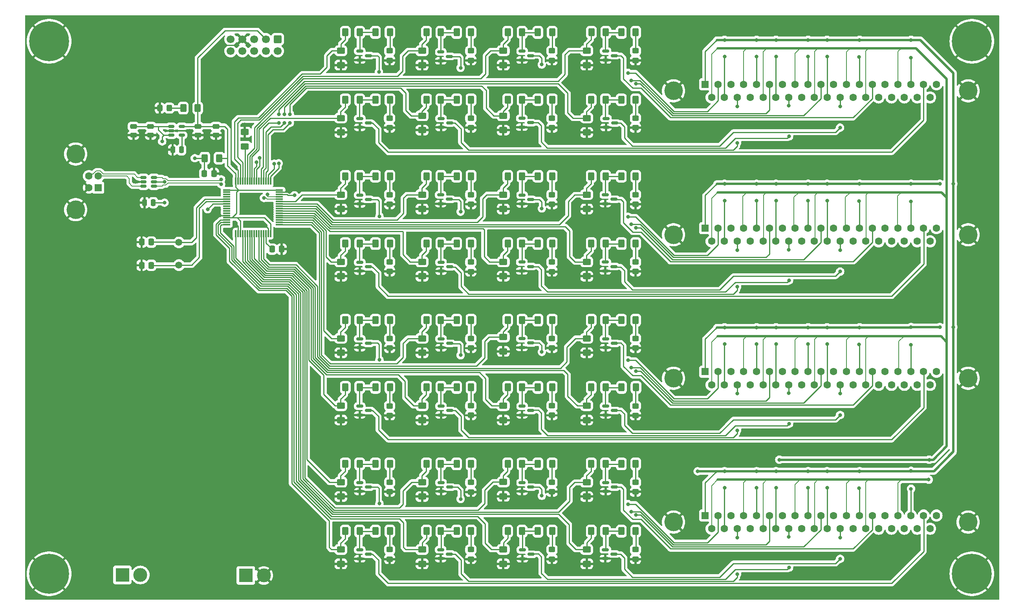
<source format=gbr>
G04 #@! TF.GenerationSoftware,KiCad,Pcbnew,8.0.1*
G04 #@! TF.CreationDate,2024-05-09T21:01:05+03:00*
G04 #@! TF.ProjectId,sensor_current_stand,73656e73-6f72-45f6-9375-7272656e745f,rev?*
G04 #@! TF.SameCoordinates,Original*
G04 #@! TF.FileFunction,Copper,L1,Top*
G04 #@! TF.FilePolarity,Positive*
%FSLAX46Y46*%
G04 Gerber Fmt 4.6, Leading zero omitted, Abs format (unit mm)*
G04 Created by KiCad (PCBNEW 8.0.1) date 2024-05-09 21:01:05*
%MOMM*%
%LPD*%
G01*
G04 APERTURE LIST*
G04 Aperture macros list*
%AMRoundRect*
0 Rectangle with rounded corners*
0 $1 Rounding radius*
0 $2 $3 $4 $5 $6 $7 $8 $9 X,Y pos of 4 corners*
0 Add a 4 corners polygon primitive as box body*
4,1,4,$2,$3,$4,$5,$6,$7,$8,$9,$2,$3,0*
0 Add four circle primitives for the rounded corners*
1,1,$1+$1,$2,$3*
1,1,$1+$1,$4,$5*
1,1,$1+$1,$6,$7*
1,1,$1+$1,$8,$9*
0 Add four rect primitives between the rounded corners*
20,1,$1+$1,$2,$3,$4,$5,0*
20,1,$1+$1,$4,$5,$6,$7,0*
20,1,$1+$1,$6,$7,$8,$9,0*
20,1,$1+$1,$8,$9,$2,$3,0*%
G04 Aperture macros list end*
G04 #@! TA.AperFunction,SMDPad,CuDef*
%ADD10RoundRect,0.250000X0.450000X-0.325000X0.450000X0.325000X-0.450000X0.325000X-0.450000X-0.325000X0*%
G04 #@! TD*
G04 #@! TA.AperFunction,SMDPad,CuDef*
%ADD11RoundRect,0.250000X0.400000X0.625000X-0.400000X0.625000X-0.400000X-0.625000X0.400000X-0.625000X0*%
G04 #@! TD*
G04 #@! TA.AperFunction,SMDPad,CuDef*
%ADD12RoundRect,0.250000X-0.625000X0.400000X-0.625000X-0.400000X0.625000X-0.400000X0.625000X0.400000X0*%
G04 #@! TD*
G04 #@! TA.AperFunction,ComponentPad*
%ADD13C,4.000000*%
G04 #@! TD*
G04 #@! TA.AperFunction,ComponentPad*
%ADD14R,1.600000X1.600000*%
G04 #@! TD*
G04 #@! TA.AperFunction,ComponentPad*
%ADD15C,1.600000*%
G04 #@! TD*
G04 #@! TA.AperFunction,SMDPad,CuDef*
%ADD16RoundRect,0.150000X-0.587500X-0.150000X0.587500X-0.150000X0.587500X0.150000X-0.587500X0.150000X0*%
G04 #@! TD*
G04 #@! TA.AperFunction,ComponentPad*
%ADD17C,4.700000*%
G04 #@! TD*
G04 #@! TA.AperFunction,ConnectorPad*
%ADD18C,8.600000*%
G04 #@! TD*
G04 #@! TA.AperFunction,SMDPad,CuDef*
%ADD19RoundRect,0.250000X0.250000X0.475000X-0.250000X0.475000X-0.250000X-0.475000X0.250000X-0.475000X0*%
G04 #@! TD*
G04 #@! TA.AperFunction,ComponentPad*
%ADD20R,3.000000X3.000000*%
G04 #@! TD*
G04 #@! TA.AperFunction,ComponentPad*
%ADD21C,3.000000*%
G04 #@! TD*
G04 #@! TA.AperFunction,SMDPad,CuDef*
%ADD22RoundRect,0.250000X-0.475000X0.250000X-0.475000X-0.250000X0.475000X-0.250000X0.475000X0.250000X0*%
G04 #@! TD*
G04 #@! TA.AperFunction,SMDPad,CuDef*
%ADD23RoundRect,0.250000X0.625000X-0.400000X0.625000X0.400000X-0.625000X0.400000X-0.625000X-0.400000X0*%
G04 #@! TD*
G04 #@! TA.AperFunction,SMDPad,CuDef*
%ADD24RoundRect,0.075000X-0.075000X-0.700000X0.075000X-0.700000X0.075000X0.700000X-0.075000X0.700000X0*%
G04 #@! TD*
G04 #@! TA.AperFunction,SMDPad,CuDef*
%ADD25RoundRect,0.075000X-0.700000X-0.075000X0.700000X-0.075000X0.700000X0.075000X-0.700000X0.075000X0*%
G04 #@! TD*
G04 #@! TA.AperFunction,ComponentPad*
%ADD26RoundRect,0.250000X-0.600000X0.600000X-0.600000X-0.600000X0.600000X-0.600000X0.600000X0.600000X0*%
G04 #@! TD*
G04 #@! TA.AperFunction,ComponentPad*
%ADD27C,1.700000*%
G04 #@! TD*
G04 #@! TA.AperFunction,SMDPad,CuDef*
%ADD28RoundRect,0.150000X-0.512500X-0.150000X0.512500X-0.150000X0.512500X0.150000X-0.512500X0.150000X0*%
G04 #@! TD*
G04 #@! TA.AperFunction,SMDPad,CuDef*
%ADD29RoundRect,0.250000X-0.400000X-0.625000X0.400000X-0.625000X0.400000X0.625000X-0.400000X0.625000X0*%
G04 #@! TD*
G04 #@! TA.AperFunction,SMDPad,CuDef*
%ADD30RoundRect,0.250000X-0.337500X-0.475000X0.337500X-0.475000X0.337500X0.475000X-0.337500X0.475000X0*%
G04 #@! TD*
G04 #@! TA.AperFunction,SMDPad,CuDef*
%ADD31RoundRect,0.250000X0.337500X0.475000X-0.337500X0.475000X-0.337500X-0.475000X0.337500X-0.475000X0*%
G04 #@! TD*
G04 #@! TA.AperFunction,ComponentPad*
%ADD32C,1.500000*%
G04 #@! TD*
G04 #@! TA.AperFunction,SMDPad,CuDef*
%ADD33RoundRect,0.250000X-0.325000X-0.450000X0.325000X-0.450000X0.325000X0.450000X-0.325000X0.450000X0*%
G04 #@! TD*
G04 #@! TA.AperFunction,ViaPad*
%ADD34C,0.800000*%
G04 #@! TD*
G04 #@! TA.AperFunction,Conductor*
%ADD35C,0.250000*%
G04 #@! TD*
G04 #@! TA.AperFunction,Conductor*
%ADD36C,0.200000*%
G04 #@! TD*
G04 #@! TA.AperFunction,Conductor*
%ADD37C,0.500000*%
G04 #@! TD*
G04 APERTURE END LIST*
D10*
X197500000Y-117050000D03*
X197500000Y-115000000D03*
D11*
X138050000Y-127500000D03*
X134950000Y-127500000D03*
D12*
X187000000Y-83950000D03*
X187000000Y-87050000D03*
D10*
X179500000Y-86050000D03*
X179500000Y-84000000D03*
D11*
X197550000Y-127500000D03*
X194450000Y-127500000D03*
X155550000Y-65500000D03*
X152450000Y-65500000D03*
X144550000Y-34475000D03*
X141450000Y-34475000D03*
D13*
X205700000Y-140050000D03*
X269200000Y-140050000D03*
D14*
X212520000Y-138630000D03*
D15*
X215290000Y-138630000D03*
X218060000Y-138630000D03*
X220830000Y-138630000D03*
X223600000Y-138630000D03*
X226370000Y-138630000D03*
X229140000Y-138630000D03*
X231910000Y-138630000D03*
X234680000Y-138630000D03*
X237450000Y-138630000D03*
X240220000Y-138630000D03*
X242990000Y-138630000D03*
X245760000Y-138630000D03*
X248530000Y-138630000D03*
X251300000Y-138630000D03*
X254070000Y-138630000D03*
X256840000Y-138630000D03*
X259610000Y-138630000D03*
X262380000Y-138630000D03*
X213905000Y-141470000D03*
X216675000Y-141470000D03*
X219445000Y-141470000D03*
X222215000Y-141470000D03*
X224985000Y-141470000D03*
X227755000Y-141470000D03*
X230525000Y-141470000D03*
X233295000Y-141470000D03*
X236065000Y-141470000D03*
X238835000Y-141470000D03*
X241605000Y-141470000D03*
X244375000Y-141470000D03*
X247145000Y-141470000D03*
X249915000Y-141470000D03*
X252685000Y-141470000D03*
X255455000Y-141470000D03*
X258225000Y-141470000D03*
X260995000Y-141470000D03*
D16*
X173062500Y-131550000D03*
X173062500Y-133450000D03*
X174937500Y-132500000D03*
D11*
X173050000Y-111000000D03*
X169950000Y-111000000D03*
X179550000Y-142000000D03*
X176450000Y-142000000D03*
X155550000Y-80000000D03*
X152450000Y-80000000D03*
D12*
X151500000Y-145950000D03*
X151500000Y-149050000D03*
D10*
X144500000Y-86025000D03*
X144500000Y-83975000D03*
D17*
X71100000Y-151200000D03*
D18*
X71100000Y-151200000D03*
D19*
X99630000Y-59787500D03*
X97730000Y-59787500D03*
D11*
X191050000Y-96500000D03*
X187950000Y-96500000D03*
X138050000Y-34475000D03*
X134950000Y-34475000D03*
D16*
X191000000Y-146000000D03*
X191000000Y-147900000D03*
X192875000Y-146950000D03*
X155562500Y-100550000D03*
X155562500Y-102450000D03*
X157437500Y-101500000D03*
D10*
X197500000Y-40500000D03*
X197500000Y-38450000D03*
X144500000Y-71525000D03*
X144500000Y-69475000D03*
D11*
X138050000Y-49000000D03*
X134950000Y-49000000D03*
D16*
X138062500Y-115050000D03*
X138062500Y-116950000D03*
X139937500Y-116000000D03*
X191062500Y-115050000D03*
X191062500Y-116950000D03*
X192937500Y-116000000D03*
D20*
X86892500Y-151450000D03*
D21*
X90772500Y-151450000D03*
D12*
X169000000Y-145950000D03*
X169000000Y-149050000D03*
D11*
X144550000Y-127500000D03*
X141450000Y-127500000D03*
D16*
X155500000Y-69500000D03*
X155500000Y-71400000D03*
X157375000Y-70450000D03*
X138062500Y-53050000D03*
X138062500Y-54950000D03*
X139937500Y-54000000D03*
D12*
X134000000Y-69450000D03*
X134000000Y-72550000D03*
D22*
X107080000Y-54737500D03*
X107080000Y-56637500D03*
D11*
X173050000Y-34475000D03*
X169950000Y-34475000D03*
D10*
X179500000Y-102525000D03*
X179500000Y-100475000D03*
X179500000Y-148025000D03*
X179500000Y-145975000D03*
D11*
X107750000Y-61600000D03*
X104650000Y-61600000D03*
X144550000Y-80000000D03*
X141450000Y-80000000D03*
D13*
X205700000Y-78100000D03*
X269200000Y-78100000D03*
D14*
X212520000Y-76680000D03*
D15*
X215290000Y-76680000D03*
X218060000Y-76680000D03*
X220830000Y-76680000D03*
X223600000Y-76680000D03*
X226370000Y-76680000D03*
X229140000Y-76680000D03*
X231910000Y-76680000D03*
X234680000Y-76680000D03*
X237450000Y-76680000D03*
X240220000Y-76680000D03*
X242990000Y-76680000D03*
X245760000Y-76680000D03*
X248530000Y-76680000D03*
X251300000Y-76680000D03*
X254070000Y-76680000D03*
X256840000Y-76680000D03*
X259610000Y-76680000D03*
X262380000Y-76680000D03*
X213905000Y-79520000D03*
X216675000Y-79520000D03*
X219445000Y-79520000D03*
X222215000Y-79520000D03*
X224985000Y-79520000D03*
X227755000Y-79520000D03*
X230525000Y-79520000D03*
X233295000Y-79520000D03*
X236065000Y-79520000D03*
X238835000Y-79520000D03*
X241605000Y-79520000D03*
X244375000Y-79520000D03*
X247145000Y-79520000D03*
X249915000Y-79520000D03*
X252685000Y-79520000D03*
X255455000Y-79520000D03*
X258225000Y-79520000D03*
X260995000Y-79520000D03*
D11*
X191050000Y-49000000D03*
X187950000Y-49000000D03*
D16*
X155562500Y-131550000D03*
X155562500Y-133450000D03*
X157437500Y-132500000D03*
D12*
X169000000Y-114950000D03*
X169000000Y-118050000D03*
D11*
X191100000Y-34475000D03*
X188000000Y-34475000D03*
D10*
X197500000Y-86025000D03*
X197500000Y-83975000D03*
D12*
X151500000Y-100450000D03*
X151500000Y-103550000D03*
D10*
X179500000Y-117025000D03*
X179500000Y-114975000D03*
D16*
X155532500Y-38700000D03*
X155532500Y-40600000D03*
X157407500Y-39650000D03*
D10*
X179500000Y-55025000D03*
X179500000Y-52975000D03*
D11*
X197550000Y-142000000D03*
X194450000Y-142000000D03*
D16*
X155562500Y-53050000D03*
X155562500Y-54950000D03*
X157437500Y-54000000D03*
D11*
X197550000Y-65500000D03*
X194450000Y-65500000D03*
D10*
X144475000Y-55025000D03*
X144475000Y-52975000D03*
D12*
X151500000Y-69450000D03*
X151500000Y-72550000D03*
X151500000Y-52450000D03*
X151500000Y-55550000D03*
D11*
X144550000Y-96500000D03*
X141450000Y-96500000D03*
X155550000Y-49000000D03*
X152450000Y-49000000D03*
X155550000Y-34475000D03*
X152450000Y-34475000D03*
X179550000Y-65500000D03*
X176450000Y-65500000D03*
D10*
X197500000Y-71525000D03*
X197500000Y-69475000D03*
X162000000Y-71525000D03*
X162000000Y-69475000D03*
D12*
X151500000Y-38425000D03*
X151500000Y-41525000D03*
D16*
X155500000Y-146000000D03*
X155500000Y-147900000D03*
X157375000Y-146950000D03*
D11*
X173050000Y-65500000D03*
X169950000Y-65500000D03*
D12*
X134000000Y-38425000D03*
X134000000Y-41525000D03*
D14*
X81687500Y-67950000D03*
D15*
X81687500Y-65450000D03*
X79687500Y-65450000D03*
X79687500Y-67950000D03*
D13*
X76827500Y-72700000D03*
X76827500Y-60700000D03*
D12*
X169000000Y-83950000D03*
X169000000Y-87050000D03*
D23*
X113300000Y-59050000D03*
X113300000Y-55950000D03*
D16*
X191000000Y-69500000D03*
X191000000Y-71400000D03*
X192875000Y-70450000D03*
D12*
X187000000Y-145950000D03*
X187000000Y-149050000D03*
D16*
X138062500Y-69550000D03*
X138062500Y-71450000D03*
X139937500Y-70500000D03*
D24*
X111330000Y-66512500D03*
X111830000Y-66512500D03*
X112330000Y-66512500D03*
X112830000Y-66512500D03*
X113330000Y-66512500D03*
X113830000Y-66512500D03*
X114330000Y-66512500D03*
X114830000Y-66512500D03*
X115330000Y-66512500D03*
X115830000Y-66512500D03*
X116330000Y-66512500D03*
X116830000Y-66512500D03*
X117330000Y-66512500D03*
X117830000Y-66512500D03*
X118330000Y-66512500D03*
X118830000Y-66512500D03*
D25*
X120755000Y-68437500D03*
X120755000Y-68937500D03*
X120755000Y-69437500D03*
X120755000Y-69937500D03*
X120755000Y-70437500D03*
X120755000Y-70937500D03*
X120755000Y-71437500D03*
X120755000Y-71937500D03*
X120755000Y-72437500D03*
X120755000Y-72937500D03*
X120755000Y-73437500D03*
X120755000Y-73937500D03*
X120755000Y-74437500D03*
X120755000Y-74937500D03*
X120755000Y-75437500D03*
X120755000Y-75937500D03*
D24*
X118830000Y-77862500D03*
X118330000Y-77862500D03*
X117830000Y-77862500D03*
X117330000Y-77862500D03*
X116830000Y-77862500D03*
X116330000Y-77862500D03*
X115830000Y-77862500D03*
X115330000Y-77862500D03*
X114830000Y-77862500D03*
X114330000Y-77862500D03*
X113830000Y-77862500D03*
X113330000Y-77862500D03*
X112830000Y-77862500D03*
X112330000Y-77862500D03*
X111830000Y-77862500D03*
X111330000Y-77862500D03*
D25*
X109405000Y-75937500D03*
X109405000Y-75437500D03*
X109405000Y-74937500D03*
X109405000Y-74437500D03*
X109405000Y-73937500D03*
X109405000Y-73437500D03*
X109405000Y-72937500D03*
X109405000Y-72437500D03*
X109405000Y-71937500D03*
X109405000Y-71437500D03*
X109405000Y-70937500D03*
X109405000Y-70437500D03*
X109405000Y-69937500D03*
X109405000Y-69437500D03*
X109405000Y-68937500D03*
X109405000Y-68437500D03*
D11*
X173050000Y-49000000D03*
X169950000Y-49000000D03*
X197550000Y-96500000D03*
X194450000Y-96500000D03*
D10*
X162000000Y-86050000D03*
X162000000Y-84000000D03*
D12*
X151500000Y-114950000D03*
X151500000Y-118050000D03*
D11*
X179550000Y-127500000D03*
X176450000Y-127500000D03*
D10*
X179500000Y-71525000D03*
X179500000Y-69475000D03*
D13*
X205700000Y-109050000D03*
X269200000Y-109050000D03*
D14*
X212520000Y-107630000D03*
D15*
X215290000Y-107630000D03*
X218060000Y-107630000D03*
X220830000Y-107630000D03*
X223600000Y-107630000D03*
X226370000Y-107630000D03*
X229140000Y-107630000D03*
X231910000Y-107630000D03*
X234680000Y-107630000D03*
X237450000Y-107630000D03*
X240220000Y-107630000D03*
X242990000Y-107630000D03*
X245760000Y-107630000D03*
X248530000Y-107630000D03*
X251300000Y-107630000D03*
X254070000Y-107630000D03*
X256840000Y-107630000D03*
X259610000Y-107630000D03*
X262380000Y-107630000D03*
X213905000Y-110470000D03*
X216675000Y-110470000D03*
X219445000Y-110470000D03*
X222215000Y-110470000D03*
X224985000Y-110470000D03*
X227755000Y-110470000D03*
X230525000Y-110470000D03*
X233295000Y-110470000D03*
X236065000Y-110470000D03*
X238835000Y-110470000D03*
X241605000Y-110470000D03*
X244375000Y-110470000D03*
X247145000Y-110470000D03*
X249915000Y-110470000D03*
X252685000Y-110470000D03*
X255455000Y-110470000D03*
X258225000Y-110470000D03*
X260995000Y-110470000D03*
D12*
X169000000Y-131400000D03*
X169000000Y-134500000D03*
D10*
X162000000Y-40500000D03*
X162000000Y-38450000D03*
D11*
X155550000Y-96500000D03*
X152450000Y-96500000D03*
D12*
X187000000Y-131450000D03*
X187000000Y-134550000D03*
D16*
X191000000Y-84000000D03*
X191000000Y-85900000D03*
X192875000Y-84950000D03*
D10*
X144500000Y-133525000D03*
X144500000Y-131475000D03*
D11*
X173050000Y-96500000D03*
X169950000Y-96500000D03*
D16*
X191062500Y-38525000D03*
X191062500Y-40425000D03*
X192937500Y-39475000D03*
D10*
X197500000Y-133525000D03*
X197500000Y-131475000D03*
D11*
X138050000Y-142000000D03*
X134950000Y-142000000D03*
X191050000Y-65500000D03*
X187950000Y-65500000D03*
X179550000Y-80000000D03*
X176450000Y-80000000D03*
D10*
X144500000Y-40500000D03*
X144500000Y-38450000D03*
D11*
X144550000Y-142000000D03*
X141450000Y-142000000D03*
D12*
X134000000Y-145950000D03*
X134000000Y-149050000D03*
D20*
X113492500Y-151550000D03*
D21*
X117372500Y-151550000D03*
D11*
X179550000Y-111000000D03*
X176450000Y-111000000D03*
D10*
X162000000Y-102550000D03*
X162000000Y-100500000D03*
D12*
X151500000Y-131450000D03*
X151500000Y-134550000D03*
D16*
X138062500Y-84050000D03*
X138062500Y-85950000D03*
X139937500Y-85000000D03*
D12*
X151500000Y-83950000D03*
X151500000Y-87050000D03*
D11*
X179550000Y-96500000D03*
X176450000Y-96500000D03*
D12*
X134000000Y-83950000D03*
X134000000Y-87050000D03*
D11*
X191050000Y-127500000D03*
X187950000Y-127500000D03*
D19*
X93580000Y-71187500D03*
X91680000Y-71187500D03*
D12*
X169000000Y-100160000D03*
X169000000Y-103260000D03*
D11*
X155550000Y-127500000D03*
X152450000Y-127500000D03*
D26*
X120380000Y-35947500D03*
D27*
X120380000Y-38487500D03*
X117840000Y-35947500D03*
X117840000Y-38487500D03*
X115300000Y-35947500D03*
X115300000Y-38487500D03*
X112760000Y-35947500D03*
X112760000Y-38487500D03*
X110220000Y-35947500D03*
X110220000Y-38487500D03*
D11*
X173050000Y-142000000D03*
X169950000Y-142000000D03*
D10*
X162000000Y-117025000D03*
X162000000Y-114975000D03*
D16*
X173062500Y-115050000D03*
X173062500Y-116950000D03*
X174937500Y-116000000D03*
D12*
X169000000Y-52450000D03*
X169000000Y-55550000D03*
D16*
X173000000Y-100500000D03*
X173000000Y-102400000D03*
X174875000Y-101450000D03*
D11*
X197550000Y-80000000D03*
X194450000Y-80000000D03*
X144550000Y-65500000D03*
X141450000Y-65500000D03*
D17*
X71100000Y-36400000D03*
D18*
X71100000Y-36400000D03*
D16*
X173000000Y-53000000D03*
X173000000Y-54900000D03*
X174875000Y-53950000D03*
D10*
X179500000Y-133525000D03*
X179500000Y-131475000D03*
D12*
X134000000Y-100450000D03*
X134000000Y-103550000D03*
D11*
X138050000Y-65500000D03*
X134950000Y-65500000D03*
X162050000Y-34475000D03*
X158950000Y-34475000D03*
X173050000Y-127500000D03*
X169950000Y-127500000D03*
X138050000Y-96500000D03*
X134950000Y-96500000D03*
D16*
X138062500Y-38525000D03*
X138062500Y-40425000D03*
X139937500Y-39475000D03*
D11*
X191050000Y-111000000D03*
X187950000Y-111000000D03*
D16*
X173062500Y-69550000D03*
X173062500Y-71450000D03*
X174937500Y-70500000D03*
D12*
X169000000Y-69450000D03*
X169000000Y-72550000D03*
D17*
X270000000Y-36400000D03*
D18*
X270000000Y-36400000D03*
D12*
X134000000Y-114950000D03*
X134000000Y-118050000D03*
D28*
X97442500Y-54737500D03*
X97442500Y-55687500D03*
X97442500Y-56637500D03*
X99717500Y-56637500D03*
X99717500Y-54737500D03*
D10*
X197500000Y-55025000D03*
X197500000Y-52975000D03*
X162000000Y-133550000D03*
X162000000Y-131500000D03*
X197500000Y-102525000D03*
X197500000Y-100475000D03*
D11*
X197600000Y-111000000D03*
X194500000Y-111000000D03*
D16*
X191062500Y-131550000D03*
X191062500Y-133450000D03*
X192937500Y-132500000D03*
D11*
X191050000Y-80000000D03*
X187950000Y-80000000D03*
X162050000Y-49000000D03*
X158950000Y-49000000D03*
D12*
X187000000Y-114950000D03*
X187000000Y-118050000D03*
D16*
X173062500Y-38525000D03*
X173062500Y-40425000D03*
X174937500Y-39475000D03*
D10*
X144500000Y-117050000D03*
X144500000Y-115000000D03*
D12*
X134000000Y-52950000D03*
X134000000Y-56050000D03*
D11*
X162050000Y-96500000D03*
X158950000Y-96500000D03*
X197550000Y-49000000D03*
X194450000Y-49000000D03*
X179550000Y-34475000D03*
X176450000Y-34475000D03*
X179550000Y-49000000D03*
X176450000Y-49000000D03*
D10*
X144500000Y-102525000D03*
X144500000Y-100475000D03*
D12*
X169000000Y-38425000D03*
X169000000Y-41525000D03*
D11*
X162050000Y-111000000D03*
X158950000Y-111000000D03*
D12*
X187000000Y-38425000D03*
X187000000Y-41525000D03*
D16*
X155562500Y-84050000D03*
X155562500Y-85950000D03*
X157437500Y-85000000D03*
D12*
X134000000Y-131450000D03*
X134000000Y-134550000D03*
D29*
X100030000Y-50787500D03*
X103130000Y-50787500D03*
D12*
X187000000Y-69450000D03*
X187000000Y-72550000D03*
D22*
X89280000Y-54737500D03*
X89280000Y-56637500D03*
D16*
X173125000Y-146050000D03*
X173125000Y-147950000D03*
X175000000Y-147000000D03*
X173000000Y-84000000D03*
X173000000Y-85900000D03*
X174875000Y-84950000D03*
D30*
X91042500Y-79687500D03*
X93117500Y-79687500D03*
D16*
X191125000Y-53050000D03*
X191125000Y-54950000D03*
X193000000Y-54000000D03*
D11*
X162050000Y-80000000D03*
X158950000Y-80000000D03*
D10*
X197500000Y-148025000D03*
X197500000Y-145975000D03*
D16*
X138062500Y-146050000D03*
X138062500Y-147950000D03*
X139937500Y-147000000D03*
D31*
X121237500Y-81200000D03*
X119162500Y-81200000D03*
D28*
X91442500Y-65737500D03*
X91442500Y-66687500D03*
X91442500Y-67637500D03*
X93717500Y-67637500D03*
X93717500Y-66687500D03*
X93717500Y-65737500D03*
D11*
X191050000Y-142000000D03*
X187950000Y-142000000D03*
D16*
X138062500Y-131550000D03*
X138062500Y-133450000D03*
X139937500Y-132500000D03*
X191062500Y-100550000D03*
X191062500Y-102450000D03*
X192937500Y-101500000D03*
D17*
X270000000Y-151200000D03*
D18*
X270000000Y-151200000D03*
D12*
X187000000Y-52950000D03*
X187000000Y-56050000D03*
D10*
X162000000Y-55025000D03*
X162000000Y-52975000D03*
D22*
X103180000Y-54737500D03*
X103180000Y-56637500D03*
D11*
X144550000Y-49000000D03*
X141450000Y-49000000D03*
D31*
X106637500Y-64900000D03*
X104562500Y-64900000D03*
D11*
X155550000Y-111000000D03*
X152450000Y-111000000D03*
D10*
X144500000Y-148025000D03*
X144500000Y-145975000D03*
D22*
X92980000Y-54737500D03*
X92980000Y-56637500D03*
D12*
X187000000Y-100450000D03*
X187000000Y-103550000D03*
D10*
X162000000Y-148025000D03*
X162000000Y-145975000D03*
D32*
X99080000Y-84637500D03*
X99080000Y-79757500D03*
D16*
X155562500Y-115050000D03*
X155562500Y-116950000D03*
X157437500Y-116000000D03*
D11*
X162050000Y-65500000D03*
X158950000Y-65500000D03*
D13*
X205700000Y-47080000D03*
X269200000Y-47080000D03*
D14*
X212520000Y-45660000D03*
D15*
X215290000Y-45660000D03*
X218060000Y-45660000D03*
X220830000Y-45660000D03*
X223600000Y-45660000D03*
X226370000Y-45660000D03*
X229140000Y-45660000D03*
X231910000Y-45660000D03*
X234680000Y-45660000D03*
X237450000Y-45660000D03*
X240220000Y-45660000D03*
X242990000Y-45660000D03*
X245760000Y-45660000D03*
X248530000Y-45660000D03*
X251300000Y-45660000D03*
X254070000Y-45660000D03*
X256840000Y-45660000D03*
X259610000Y-45660000D03*
X262380000Y-45660000D03*
X213905000Y-48500000D03*
X216675000Y-48500000D03*
X219445000Y-48500000D03*
X222215000Y-48500000D03*
X224985000Y-48500000D03*
X227755000Y-48500000D03*
X230525000Y-48500000D03*
X233295000Y-48500000D03*
X236065000Y-48500000D03*
X238835000Y-48500000D03*
X241605000Y-48500000D03*
X244375000Y-48500000D03*
X247145000Y-48500000D03*
X249915000Y-48500000D03*
X252685000Y-48500000D03*
X255455000Y-48500000D03*
X258225000Y-48500000D03*
X260995000Y-48500000D03*
D11*
X162050000Y-142000000D03*
X158950000Y-142000000D03*
D30*
X91042500Y-84687500D03*
X93117500Y-84687500D03*
D11*
X155550000Y-142000000D03*
X152450000Y-142000000D03*
D16*
X138062500Y-100550000D03*
X138062500Y-102450000D03*
X139937500Y-101500000D03*
D10*
X179500000Y-40500000D03*
X179500000Y-38450000D03*
D11*
X173050000Y-80000000D03*
X169950000Y-80000000D03*
X138050000Y-111000000D03*
X134950000Y-111000000D03*
X144550000Y-111000000D03*
X141450000Y-111000000D03*
X138050000Y-80000000D03*
X134950000Y-80000000D03*
X162050000Y-127500000D03*
X158950000Y-127500000D03*
D33*
X94955000Y-50787500D03*
X97005000Y-50787500D03*
D11*
X197550000Y-34475000D03*
X194450000Y-34475000D03*
D34*
X129300000Y-127300000D03*
X112200000Y-125000000D03*
X103100000Y-128500000D03*
X93200000Y-138100000D03*
X128600000Y-124200000D03*
X114500000Y-75600000D03*
X113800000Y-70400000D03*
X117100000Y-73000000D03*
X113700000Y-73100000D03*
X133800000Y-120700000D03*
X128400000Y-118100000D03*
X128500000Y-110500000D03*
X133528145Y-91726698D03*
X127000000Y-83400000D03*
X134055777Y-59798498D03*
X127600000Y-59700000D03*
X121300000Y-58300000D03*
X124300000Y-79600000D03*
X105700000Y-68800000D03*
X122000000Y-66100000D03*
X105200000Y-58800000D03*
X106900000Y-50600000D03*
X98700000Y-46800000D03*
X98600000Y-64100000D03*
X209500000Y-148800000D03*
X206500000Y-55700000D03*
X208300000Y-86800000D03*
X208400000Y-118100000D03*
X249000000Y-150000000D03*
X250400000Y-55500000D03*
X248200000Y-87900000D03*
X248900000Y-117900000D03*
X195300000Y-145100000D03*
X177100000Y-145100000D03*
X159600000Y-145100000D03*
X142100000Y-145100000D03*
X195300000Y-130700000D03*
X177000000Y-130600000D03*
X159400000Y-130700000D03*
X142200000Y-130800000D03*
X142300000Y-114000000D03*
X159500000Y-114100000D03*
X177300000Y-114000000D03*
X195200000Y-114200000D03*
X195100000Y-99500000D03*
X159400000Y-99700000D03*
X195100000Y-83300000D03*
X177000000Y-83000000D03*
X195300000Y-68600000D03*
X177100000Y-68600000D03*
X159600000Y-83200000D03*
X141900000Y-83000000D03*
X159700000Y-68500000D03*
X142100000Y-68500000D03*
X159700000Y-52000000D03*
X177100000Y-52200000D03*
X195300000Y-52300000D03*
X195200000Y-37700000D03*
X177500000Y-37600000D03*
X159600000Y-37500000D03*
X142200000Y-37600000D03*
X142200000Y-52200000D03*
X107700000Y-37200000D03*
X228500000Y-126600000D03*
X210900000Y-129100000D03*
X142303674Y-136065000D03*
X159803674Y-135065000D03*
X241615000Y-143365000D03*
X196597347Y-137777653D03*
X230610000Y-149865000D03*
X197610000Y-138502653D03*
X241610000Y-147965000D03*
X195910000Y-136165000D03*
X219455000Y-143365000D03*
X177310000Y-134365000D03*
X219410000Y-151265000D03*
X230535000Y-143265000D03*
X142303674Y-105065000D03*
X159803674Y-104065000D03*
X241615000Y-112365000D03*
X196597347Y-106777653D03*
X230610000Y-118865000D03*
X197610000Y-107502653D03*
X241610000Y-116965000D03*
X195910000Y-105165000D03*
X219455000Y-112365000D03*
X177310000Y-103365000D03*
X219410000Y-120265000D03*
X230535000Y-112265000D03*
X142303674Y-74140000D03*
X159803674Y-73140000D03*
X241615000Y-81440000D03*
X196597347Y-75852653D03*
X230610000Y-87940000D03*
X197610000Y-76577653D03*
X241610000Y-86040000D03*
X195910000Y-74240000D03*
X219455000Y-81440000D03*
X177310000Y-72440000D03*
X219410000Y-89340000D03*
X230535000Y-81340000D03*
X241605000Y-50400000D03*
X241600000Y-55000000D03*
X230600000Y-56900000D03*
X230525000Y-50300000D03*
X219445000Y-50400000D03*
X219400000Y-58300000D03*
X197600000Y-45537653D03*
X177300000Y-41400000D03*
X159800000Y-42100000D03*
X196587347Y-44812653D03*
X142200000Y-43000000D03*
X195900000Y-43200000D03*
X260800000Y-126600000D03*
X260700000Y-130900000D03*
X266000000Y-98000000D03*
X263100000Y-98000000D03*
X266000000Y-67100000D03*
X263100000Y-67100000D03*
X256900000Y-129000000D03*
X256900000Y-98000000D03*
X256900000Y-67100000D03*
X238800000Y-129070000D03*
X234700000Y-132670000D03*
X238800000Y-132670000D03*
X227800000Y-129070000D03*
X227800000Y-132670000D03*
X245700000Y-132770000D03*
X234700000Y-129070000D03*
X256900000Y-132870000D03*
X245800000Y-129070000D03*
X223600000Y-129070000D03*
X216700000Y-132670000D03*
X223600000Y-132670000D03*
X216700000Y-129070000D03*
X238800000Y-98070000D03*
X234700000Y-101670000D03*
X238800000Y-101670000D03*
X227800000Y-98070000D03*
X227800000Y-101670000D03*
X245700000Y-101770000D03*
X234700000Y-98070000D03*
X256900000Y-101870000D03*
X245800000Y-98070000D03*
X223600000Y-98070000D03*
X216700000Y-101670000D03*
X223600000Y-101670000D03*
X216700000Y-98070000D03*
X238800000Y-67120000D03*
X234700000Y-70720000D03*
X238800000Y-70720000D03*
X227800000Y-67120000D03*
X227800000Y-70720000D03*
X245700000Y-70820000D03*
X234700000Y-67120000D03*
X256900000Y-70920000D03*
X245800000Y-67120000D03*
X223600000Y-67120000D03*
X216700000Y-70720000D03*
X223600000Y-70720000D03*
X216700000Y-67120000D03*
X256900000Y-36100000D03*
X256900000Y-39900000D03*
X245800000Y-36100000D03*
X245700000Y-39800000D03*
X238800000Y-36100000D03*
X238800000Y-39700000D03*
X234700000Y-36100000D03*
X234700000Y-39700000D03*
X227800000Y-39700000D03*
X227800000Y-36100000D03*
X223600000Y-36100000D03*
X223600000Y-39700000D03*
X216700000Y-36100000D03*
X216700000Y-39700000D03*
X108700000Y-64900000D03*
X102500000Y-61600000D03*
X122880000Y-68887500D03*
X101380000Y-55687500D03*
X110800000Y-63100000D03*
X106400000Y-73900000D03*
X111280000Y-75687500D03*
X113300000Y-54300000D03*
X89700000Y-66687500D03*
X95980000Y-66687500D03*
X95980000Y-71187500D03*
X95480000Y-57987500D03*
X105280000Y-72587500D03*
X120600000Y-62700000D03*
X116500000Y-61500000D03*
X124000000Y-69600000D03*
X115775000Y-62500000D03*
X119600000Y-62800000D03*
X117408768Y-70158732D03*
X108180000Y-67212500D03*
X118151232Y-69416268D03*
X108180000Y-66162500D03*
X120600000Y-54000000D03*
X120600000Y-52100000D03*
X123000000Y-54000000D03*
X123000000Y-52100000D03*
X121800000Y-52100000D03*
X121787347Y-53987347D03*
D35*
X166950000Y-52450000D02*
X169000000Y-52450000D01*
X165300000Y-47000000D02*
X165300000Y-50800000D01*
X164300000Y-46000000D02*
X165300000Y-47000000D01*
X126372792Y-46000000D02*
X164300000Y-46000000D01*
X121800000Y-50572792D02*
X126372792Y-46000000D01*
X165300000Y-50800000D02*
X166950000Y-52450000D01*
X121800000Y-52100000D02*
X121800000Y-50572792D01*
X117830000Y-64670000D02*
X117830000Y-66512500D01*
X119400000Y-55400000D02*
X118300000Y-56500000D01*
X123000000Y-54000000D02*
X121600000Y-55400000D01*
X121600000Y-55400000D02*
X119400000Y-55400000D01*
X118300000Y-56500000D02*
X118300000Y-64200000D01*
X118300000Y-64200000D02*
X117830000Y-64670000D01*
X149150000Y-52450000D02*
X151500000Y-52450000D01*
X148000000Y-51300000D02*
X149150000Y-52450000D01*
X126559188Y-46450000D02*
X146850000Y-46450000D01*
X123000000Y-52100000D02*
X123000000Y-50009188D01*
X148000000Y-47600000D02*
X148000000Y-51300000D01*
X146850000Y-46450000D02*
X148000000Y-47600000D01*
X123000000Y-50009188D02*
X126559188Y-46450000D01*
X117800000Y-63700000D02*
X117330000Y-64170000D01*
X117800000Y-55900000D02*
X117800000Y-63700000D01*
X118900000Y-54800000D02*
X117800000Y-55900000D01*
X121000000Y-54800000D02*
X118900000Y-54800000D01*
X121787347Y-54012653D02*
X121000000Y-54800000D01*
X117330000Y-64170000D02*
X117330000Y-66512500D01*
X121787347Y-53987347D02*
X121787347Y-54012653D01*
X91442500Y-66687500D02*
X89700000Y-66687500D01*
D36*
X107880001Y-66912501D02*
X108180000Y-67212500D01*
X95690050Y-67387500D02*
X96269950Y-67387500D01*
X95477550Y-67600000D02*
X95690050Y-67387500D01*
X96744949Y-66912501D02*
X107880001Y-66912501D01*
X93755000Y-67600000D02*
X95477550Y-67600000D01*
X96269950Y-67387500D02*
X96744949Y-66912501D01*
X93717500Y-67637500D02*
X93755000Y-67600000D01*
X96744949Y-66462499D02*
X107880001Y-66462499D01*
X96269950Y-65987500D02*
X96744949Y-66462499D01*
X107880001Y-66462499D02*
X108180000Y-66162500D01*
X95690050Y-65987500D02*
X96269950Y-65987500D01*
X95502550Y-65800000D02*
X95690050Y-65987500D01*
X93717500Y-65737500D02*
X93780000Y-65800000D01*
X93780000Y-65800000D02*
X95502550Y-65800000D01*
X88380000Y-65980000D02*
X87850000Y-65450000D01*
X88380000Y-66977450D02*
X88380000Y-65980000D01*
X89002550Y-67600000D02*
X88380000Y-66977450D01*
X91405000Y-67600000D02*
X89002550Y-67600000D01*
X87850000Y-65450000D02*
X81687500Y-65450000D01*
X91442500Y-67637500D02*
X91405000Y-67600000D01*
D37*
X260800000Y-126600000D02*
X228500000Y-126600000D01*
X264600000Y-123700000D02*
X264600000Y-101400000D01*
X261700000Y-126600000D02*
X264600000Y-123700000D01*
X260800000Y-126600000D02*
X261700000Y-126600000D01*
D35*
X106437500Y-73937500D02*
X109405000Y-73937500D01*
X106400000Y-73900000D02*
X106437500Y-73937500D01*
X117830000Y-79867500D02*
X117830000Y-77862500D01*
X119162500Y-81200000D02*
X117830000Y-79867500D01*
X118305000Y-76805000D02*
X117800000Y-76300000D01*
X118305000Y-77837500D02*
X118305000Y-76805000D01*
X118330000Y-77862500D02*
X118305000Y-77837500D01*
D36*
X81231865Y-64350000D02*
X80581865Y-65000000D01*
X82143135Y-64350000D02*
X81231865Y-64350000D01*
X82787500Y-64994365D02*
X82143135Y-64350000D01*
X89435762Y-64994365D02*
X82787500Y-64994365D01*
X80137500Y-65000000D02*
X79687500Y-65450000D01*
X80581865Y-65000000D02*
X80137500Y-65000000D01*
X90178897Y-65737500D02*
X89435762Y-64994365D01*
X91442500Y-65737500D02*
X90178897Y-65737500D01*
D35*
X111507500Y-37200000D02*
X112760000Y-35947500D01*
X107700000Y-37200000D02*
X111507500Y-37200000D01*
D37*
X210930000Y-129070000D02*
X210900000Y-129100000D01*
X215000000Y-129070000D02*
X210930000Y-129070000D01*
D35*
X146000000Y-105900000D02*
X147400000Y-104500000D01*
X148450000Y-100450000D02*
X151500000Y-100450000D01*
X131700000Y-105900000D02*
X146000000Y-105900000D01*
X129804416Y-104004416D02*
X131700000Y-105900000D01*
X147400000Y-104500000D02*
X147400000Y-101500000D01*
X129804416Y-77495584D02*
X129804416Y-104004416D01*
X127746332Y-75437500D02*
X129804416Y-77495584D01*
X147400000Y-101500000D02*
X148450000Y-100450000D01*
X120755000Y-75437500D02*
X127746332Y-75437500D01*
X165940000Y-100160000D02*
X169000000Y-100160000D01*
X163200000Y-106400000D02*
X165000000Y-104600000D01*
X165000000Y-101100000D02*
X165940000Y-100160000D01*
X131563604Y-106400000D02*
X163200000Y-106400000D01*
X129354416Y-104190812D02*
X131563604Y-106400000D01*
X165000000Y-104600000D02*
X165000000Y-101100000D01*
X127609936Y-75937500D02*
X129354416Y-77681980D01*
X129354416Y-77681980D02*
X129354416Y-104190812D01*
X120755000Y-75937500D02*
X127609936Y-75937500D01*
X184550000Y-100450000D02*
X187000000Y-100450000D01*
X182700000Y-102300000D02*
X184550000Y-100450000D01*
X182700000Y-105500000D02*
X182700000Y-102300000D01*
X181300000Y-106900000D02*
X182700000Y-105500000D01*
X128904416Y-104377208D02*
X131427208Y-106900000D01*
X131427208Y-106900000D02*
X181300000Y-106900000D01*
X118600000Y-84600000D02*
X124327564Y-84600000D01*
X124327564Y-84600000D02*
X128904416Y-89176852D01*
X117330000Y-83330000D02*
X118600000Y-84600000D01*
X128904416Y-89176852D02*
X128904416Y-104377208D01*
X117330000Y-77862500D02*
X117330000Y-83330000D01*
X184950000Y-114950000D02*
X187000000Y-114950000D01*
X182900000Y-112900000D02*
X184950000Y-114950000D01*
X182900000Y-108200000D02*
X182900000Y-112900000D01*
X128454416Y-104563604D02*
X131240812Y-107350000D01*
X131240812Y-107350000D02*
X182050000Y-107350000D01*
X124141168Y-85050000D02*
X128454416Y-89363248D01*
X182050000Y-107350000D02*
X182900000Y-108200000D01*
X118413604Y-85050000D02*
X124141168Y-85050000D01*
X128454416Y-89363248D02*
X128454416Y-104563604D01*
X116830000Y-83466396D02*
X118413604Y-85050000D01*
X116830000Y-77862500D02*
X116830000Y-83466396D01*
X166550000Y-114950000D02*
X169000000Y-114950000D01*
X165200000Y-113600000D02*
X166550000Y-114950000D01*
X165200000Y-109100000D02*
X165200000Y-113600000D01*
X131054416Y-107800000D02*
X163900000Y-107800000D01*
X128004416Y-104750000D02*
X131054416Y-107800000D01*
X128004416Y-89549644D02*
X128004416Y-104750000D01*
X123954772Y-85500000D02*
X128004416Y-89549644D01*
X118227208Y-85500000D02*
X123954772Y-85500000D01*
X116330000Y-83602792D02*
X118227208Y-85500000D01*
X116330000Y-77862500D02*
X116330000Y-83602792D01*
X163900000Y-107800000D02*
X165200000Y-109100000D01*
X149650000Y-114950000D02*
X151500000Y-114950000D01*
X147800000Y-113100000D02*
X149650000Y-114950000D01*
X147800000Y-109700000D02*
X147800000Y-113100000D01*
X146400000Y-108300000D02*
X147800000Y-109700000D01*
X130918020Y-108300000D02*
X146400000Y-108300000D01*
X127554416Y-89736040D02*
X127554416Y-104936396D01*
X118040812Y-85950000D02*
X123768376Y-85950000D01*
X123768376Y-85950000D02*
X127554416Y-89736040D01*
X127554416Y-104936396D02*
X130918020Y-108300000D01*
X115330000Y-83239188D02*
X118040812Y-85950000D01*
X115330000Y-77862500D02*
X115330000Y-83239188D01*
X148212500Y-69487500D02*
X151450000Y-69487500D01*
X147500000Y-70200000D02*
X148212500Y-69487500D01*
X132300000Y-74900000D02*
X146100000Y-74900000D01*
X147500000Y-73500000D02*
X147500000Y-70200000D01*
X128837500Y-71437500D02*
X132300000Y-74900000D01*
X120755000Y-71437500D02*
X128837500Y-71437500D01*
X146100000Y-74900000D02*
X147500000Y-73500000D01*
X165450000Y-69450000D02*
X169000000Y-69450000D01*
X164600000Y-74200000D02*
X164600000Y-70300000D01*
X163400000Y-75400000D02*
X164600000Y-74200000D01*
X132163604Y-75400000D02*
X163400000Y-75400000D01*
X120755000Y-71937500D02*
X128701104Y-71937500D01*
X128701104Y-71937500D02*
X132163604Y-75400000D01*
X164600000Y-70300000D02*
X165450000Y-69450000D01*
X183000000Y-70900000D02*
X184412500Y-69487500D01*
X183000000Y-74000000D02*
X183000000Y-70900000D01*
X181100000Y-75900000D02*
X183000000Y-74000000D01*
X184412500Y-69487500D02*
X186950000Y-69487500D01*
X128564708Y-72437500D02*
X132027208Y-75900000D01*
X120755000Y-72437500D02*
X128564708Y-72437500D01*
X132027208Y-75900000D02*
X181100000Y-75900000D01*
X183300000Y-82800000D02*
X184450000Y-83950000D01*
X183300000Y-77300000D02*
X183300000Y-82800000D01*
X182350000Y-76350000D02*
X183300000Y-77300000D01*
X128428312Y-72937500D02*
X131840812Y-76350000D01*
X184450000Y-83950000D02*
X187000000Y-83950000D01*
X120755000Y-72937500D02*
X128428312Y-72937500D01*
X131840812Y-76350000D02*
X182350000Y-76350000D01*
X166050000Y-83950000D02*
X169000000Y-83950000D01*
X164900000Y-82800000D02*
X166050000Y-83950000D01*
X164900000Y-77000000D02*
X164900000Y-82800000D01*
X128291916Y-73437500D02*
X131654416Y-76800000D01*
X164700000Y-76800000D02*
X164900000Y-77000000D01*
X120755000Y-73437500D02*
X128291916Y-73437500D01*
X131654416Y-76800000D02*
X164700000Y-76800000D01*
X148950000Y-83950000D02*
X151500000Y-83950000D01*
X147400000Y-82400000D02*
X148950000Y-83950000D01*
X147400000Y-77500000D02*
X147400000Y-82400000D01*
X147300000Y-77400000D02*
X147400000Y-77500000D01*
X131618020Y-77400000D02*
X147300000Y-77400000D01*
X128155520Y-73937500D02*
X131618020Y-77400000D01*
X120755000Y-73937500D02*
X128155520Y-73937500D01*
X157532500Y-132500000D02*
X157417500Y-132615000D01*
X159185000Y-132500000D02*
X157532500Y-132500000D01*
X159810000Y-133125000D02*
X159185000Y-132500000D01*
X159810000Y-135065000D02*
X159810000Y-133125000D01*
X196597347Y-137777653D02*
X198486257Y-137777653D01*
X225660000Y-144915000D02*
X226380000Y-144195000D01*
X198486257Y-137777653D02*
X205623604Y-144915000D01*
X205623604Y-144915000D02*
X225660000Y-144915000D01*
X226380000Y-144195000D02*
X226380000Y-138625000D01*
X198710000Y-139465000D02*
X196910000Y-139465000D01*
X244395991Y-145815000D02*
X205060000Y-145815000D01*
X197610000Y-138502653D02*
X198574861Y-138502653D01*
X141885000Y-132440000D02*
X139947500Y-132440000D01*
X142210000Y-132765000D02*
X141885000Y-132440000D01*
X142210000Y-135965000D02*
X142210000Y-132765000D01*
X216897347Y-152365000D02*
X178510000Y-152365000D01*
X178510000Y-152365000D02*
X177210000Y-151065000D01*
X259620000Y-146355000D02*
X252710000Y-153265000D01*
X241615000Y-143365000D02*
X241615000Y-141465000D01*
X233765991Y-145365000D02*
X237460000Y-141670991D01*
X213010000Y-144465000D02*
X205810000Y-144465000D01*
X230610000Y-149865000D02*
X230210000Y-150265000D01*
X197510000Y-136165000D02*
X195910000Y-136165000D01*
X177310000Y-132965000D02*
X176785000Y-132440000D01*
X161560000Y-152815000D02*
X159910000Y-151165000D01*
X158610000Y-146965000D02*
X157447500Y-146965000D01*
X140810000Y-146965000D02*
X139947500Y-146965000D01*
X215660000Y-151915000D02*
X196860000Y-151915000D01*
X252710000Y-153265000D02*
X144210000Y-153265000D01*
X194310000Y-146965000D02*
X193010000Y-146965000D01*
X241610000Y-147965000D02*
X240610000Y-148965000D01*
X142110000Y-151165000D02*
X142110000Y-148265000D01*
X240610000Y-148965000D02*
X218610000Y-148965000D01*
X176785000Y-132440000D02*
X174947500Y-132440000D01*
X177310000Y-134365000D02*
X177310000Y-132965000D01*
X218610000Y-148965000D02*
X215660000Y-151915000D01*
X176560000Y-146915000D02*
X174885000Y-146915000D01*
X219410000Y-151965000D02*
X218560000Y-152815000D01*
X219410000Y-151265000D02*
X219410000Y-151965000D01*
X177210000Y-147565000D02*
X176560000Y-146915000D01*
X144210000Y-153265000D02*
X142110000Y-151165000D01*
X196910000Y-139465000D02*
X194910000Y-137465000D01*
X215300000Y-142175000D02*
X213010000Y-144465000D01*
X205437208Y-145365000D02*
X233765991Y-145365000D01*
X194385000Y-132440000D02*
X192947500Y-132440000D01*
X215300000Y-138625000D02*
X215300000Y-142175000D01*
X219455000Y-143365000D02*
X219455000Y-141465000D01*
X259620000Y-138625000D02*
X259620000Y-146355000D01*
X230535000Y-143265000D02*
X230535000Y-141465000D01*
X205060000Y-145815000D02*
X198710000Y-139465000D01*
X205810000Y-144465000D02*
X197510000Y-136165000D01*
X218997347Y-150265000D02*
X216897347Y-152365000D01*
X177210000Y-151065000D02*
X177210000Y-147565000D01*
X159910000Y-148265000D02*
X158610000Y-146965000D01*
X218560000Y-152815000D02*
X161560000Y-152815000D01*
X196860000Y-151915000D02*
X195110000Y-150165000D01*
X159910000Y-151165000D02*
X159910000Y-148265000D01*
X195110000Y-147765000D02*
X194310000Y-146965000D01*
X195110000Y-150165000D02*
X195110000Y-147765000D01*
X248540000Y-138625000D02*
X248540000Y-141670991D01*
X142110000Y-148265000D02*
X140810000Y-146965000D01*
X198574861Y-138502653D02*
X205437208Y-145365000D01*
X194910000Y-137465000D02*
X194910000Y-132965000D01*
X248540000Y-141670991D02*
X244395991Y-145815000D01*
X237460000Y-141670991D02*
X237460000Y-138625000D01*
X230210000Y-150265000D02*
X218997347Y-150265000D01*
X194910000Y-132965000D02*
X194385000Y-132440000D01*
X196597347Y-106777653D02*
X198486257Y-106777653D01*
X225660000Y-113915000D02*
X226380000Y-113195000D01*
X198486257Y-106777653D02*
X205623604Y-113915000D01*
X205623604Y-113915000D02*
X225660000Y-113915000D01*
X226380000Y-113195000D02*
X226380000Y-107625000D01*
X198710000Y-108465000D02*
X196910000Y-108465000D01*
X244395991Y-114815000D02*
X205060000Y-114815000D01*
X197610000Y-107502653D02*
X198574861Y-107502653D01*
X141885000Y-101440000D02*
X139947500Y-101440000D01*
X142210000Y-101765000D02*
X141885000Y-101440000D01*
X142210000Y-104965000D02*
X142210000Y-101765000D01*
X216897347Y-121365000D02*
X178510000Y-121365000D01*
X178510000Y-121365000D02*
X177210000Y-120065000D01*
X259620000Y-115355000D02*
X252710000Y-122265000D01*
X241615000Y-112365000D02*
X241615000Y-110465000D01*
X233765991Y-114365000D02*
X237460000Y-110670991D01*
X213010000Y-113465000D02*
X205810000Y-113465000D01*
X230610000Y-118865000D02*
X230210000Y-119265000D01*
X197510000Y-105165000D02*
X195910000Y-105165000D01*
X177310000Y-101965000D02*
X176785000Y-101440000D01*
X161560000Y-121815000D02*
X159910000Y-120165000D01*
X158610000Y-115965000D02*
X157447500Y-115965000D01*
X140810000Y-115965000D02*
X139947500Y-115965000D01*
X215660000Y-120915000D02*
X196860000Y-120915000D01*
X252710000Y-122265000D02*
X144210000Y-122265000D01*
X194310000Y-115965000D02*
X193010000Y-115965000D01*
X159810000Y-101865000D02*
X159560000Y-101615000D01*
X241610000Y-116965000D02*
X240610000Y-117965000D01*
X142110000Y-120165000D02*
X142110000Y-117265000D01*
X159810000Y-104065000D02*
X159810000Y-101865000D01*
X240610000Y-117965000D02*
X218610000Y-117965000D01*
X176785000Y-101440000D02*
X174947500Y-101440000D01*
X177310000Y-103365000D02*
X177310000Y-101965000D01*
X218610000Y-117965000D02*
X215660000Y-120915000D01*
X176560000Y-115915000D02*
X174885000Y-115915000D01*
X219410000Y-120965000D02*
X218560000Y-121815000D01*
X219410000Y-120265000D02*
X219410000Y-120965000D01*
X177210000Y-116565000D02*
X176560000Y-115915000D01*
X144210000Y-122265000D02*
X142110000Y-120165000D01*
X196910000Y-108465000D02*
X194910000Y-106465000D01*
X215300000Y-111175000D02*
X213010000Y-113465000D01*
X205437208Y-114365000D02*
X233765991Y-114365000D01*
X194385000Y-101440000D02*
X192947500Y-101440000D01*
X215300000Y-107625000D02*
X215300000Y-111175000D01*
X219455000Y-112365000D02*
X219455000Y-110465000D01*
X259620000Y-107625000D02*
X259620000Y-115355000D01*
X230535000Y-112265000D02*
X230535000Y-110465000D01*
X205060000Y-114815000D02*
X198710000Y-108465000D01*
X205810000Y-113465000D02*
X197510000Y-105165000D01*
X218997347Y-119265000D02*
X216897347Y-121365000D01*
X177210000Y-120065000D02*
X177210000Y-116565000D01*
X159910000Y-117265000D02*
X158610000Y-115965000D01*
X218560000Y-121815000D02*
X161560000Y-121815000D01*
X196860000Y-120915000D02*
X195110000Y-119165000D01*
X159910000Y-120165000D02*
X159910000Y-117265000D01*
X195110000Y-116765000D02*
X194310000Y-115965000D01*
X195110000Y-119165000D02*
X195110000Y-116765000D01*
X248540000Y-107625000D02*
X248540000Y-110670991D01*
X142110000Y-117265000D02*
X140810000Y-115965000D01*
X198574861Y-107502653D02*
X205437208Y-114365000D01*
X194910000Y-106465000D02*
X194910000Y-101965000D01*
X159560000Y-101615000D02*
X157417500Y-101615000D01*
X248540000Y-110670991D02*
X244395991Y-114815000D01*
X237460000Y-110670991D02*
X237460000Y-107625000D01*
X230210000Y-119265000D02*
X218997347Y-119265000D01*
X194910000Y-101965000D02*
X194385000Y-101440000D01*
X157425000Y-70500000D02*
X157375000Y-70450000D01*
X159810000Y-70940000D02*
X159370000Y-70500000D01*
X159370000Y-70500000D02*
X157425000Y-70500000D01*
X159810000Y-73140000D02*
X159810000Y-70940000D01*
X196597347Y-75852653D02*
X198486257Y-75852653D01*
X225660000Y-82990000D02*
X226380000Y-82270000D01*
X198486257Y-75852653D02*
X205623604Y-82990000D01*
X205623604Y-82990000D02*
X225660000Y-82990000D01*
X226380000Y-82270000D02*
X226380000Y-76700000D01*
X198710000Y-77540000D02*
X196910000Y-77540000D01*
X244395991Y-83890000D02*
X205060000Y-83890000D01*
X197610000Y-76577653D02*
X198574861Y-76577653D01*
X141885000Y-70515000D02*
X139947500Y-70515000D01*
X142210000Y-70840000D02*
X141885000Y-70515000D01*
X142210000Y-74040000D02*
X142210000Y-70840000D01*
X216897347Y-90440000D02*
X178510000Y-90440000D01*
X178510000Y-90440000D02*
X177210000Y-89140000D01*
X259620000Y-84430000D02*
X252710000Y-91340000D01*
X241615000Y-81440000D02*
X241615000Y-79540000D01*
X233765991Y-83440000D02*
X237460000Y-79745991D01*
X213010000Y-82540000D02*
X205810000Y-82540000D01*
X230610000Y-87940000D02*
X230210000Y-88340000D01*
X197510000Y-74240000D02*
X195910000Y-74240000D01*
X177310000Y-71040000D02*
X176785000Y-70515000D01*
X161560000Y-90890000D02*
X159910000Y-89240000D01*
X158610000Y-85040000D02*
X157447500Y-85040000D01*
X140810000Y-85040000D02*
X139947500Y-85040000D01*
X215660000Y-89990000D02*
X196860000Y-89990000D01*
X252710000Y-91340000D02*
X144210000Y-91340000D01*
X194310000Y-85040000D02*
X193010000Y-85040000D01*
X241610000Y-86040000D02*
X240610000Y-87040000D01*
X142110000Y-89240000D02*
X142110000Y-86340000D01*
X240610000Y-87040000D02*
X218610000Y-87040000D01*
X176785000Y-70515000D02*
X174947500Y-70515000D01*
X177310000Y-72440000D02*
X177310000Y-71040000D01*
X218610000Y-87040000D02*
X215660000Y-89990000D01*
X176560000Y-84990000D02*
X174885000Y-84990000D01*
X219410000Y-90040000D02*
X218560000Y-90890000D01*
X219410000Y-89340000D02*
X219410000Y-90040000D01*
X177210000Y-85640000D02*
X176560000Y-84990000D01*
X144210000Y-91340000D02*
X142110000Y-89240000D01*
X196910000Y-77540000D02*
X194910000Y-75540000D01*
X215300000Y-80250000D02*
X213010000Y-82540000D01*
X205437208Y-83440000D02*
X233765991Y-83440000D01*
X194385000Y-70515000D02*
X192947500Y-70515000D01*
X215300000Y-76700000D02*
X215300000Y-80250000D01*
X219455000Y-81440000D02*
X219455000Y-79540000D01*
X259620000Y-76700000D02*
X259620000Y-84430000D01*
X230535000Y-81340000D02*
X230535000Y-79540000D01*
X205060000Y-83890000D02*
X198710000Y-77540000D01*
X205810000Y-82540000D02*
X197510000Y-74240000D01*
X218997347Y-88340000D02*
X216897347Y-90440000D01*
X177210000Y-89140000D02*
X177210000Y-85640000D01*
X159910000Y-86340000D02*
X158610000Y-85040000D01*
X218560000Y-90890000D02*
X161560000Y-90890000D01*
X196860000Y-89990000D02*
X195110000Y-88240000D01*
X159910000Y-89240000D02*
X159910000Y-86340000D01*
X195110000Y-85840000D02*
X194310000Y-85040000D01*
X195110000Y-88240000D02*
X195110000Y-85840000D01*
X248540000Y-76700000D02*
X248540000Y-79745991D01*
X142110000Y-86340000D02*
X140810000Y-85040000D01*
X198574861Y-76577653D02*
X205437208Y-83440000D01*
X194910000Y-75540000D02*
X194910000Y-71040000D01*
X248540000Y-79745991D02*
X244395991Y-83890000D01*
X237460000Y-79745991D02*
X237460000Y-76700000D01*
X230210000Y-88340000D02*
X218997347Y-88340000D01*
X194910000Y-71040000D02*
X194385000Y-70515000D01*
X241605000Y-50400000D02*
X241605000Y-48500000D01*
X230525000Y-50300000D02*
X230525000Y-48500000D01*
X219445000Y-50400000D02*
X219445000Y-48500000D01*
X194300000Y-54000000D02*
X193000000Y-54000000D01*
X195100000Y-57200000D02*
X195100000Y-54800000D01*
X195100000Y-54800000D02*
X194300000Y-54000000D01*
X196850000Y-58950000D02*
X195100000Y-57200000D01*
X215650000Y-58950000D02*
X196850000Y-58950000D01*
X218600000Y-56000000D02*
X215650000Y-58950000D01*
X240600000Y-56000000D02*
X218600000Y-56000000D01*
X241600000Y-55000000D02*
X240600000Y-56000000D01*
X177200000Y-54600000D02*
X176550000Y-53950000D01*
X176550000Y-53950000D02*
X174875000Y-53950000D01*
X216887347Y-59400000D02*
X178500000Y-59400000D01*
X177200000Y-58100000D02*
X177200000Y-54600000D01*
X218987347Y-57300000D02*
X216887347Y-59400000D01*
X230200000Y-57300000D02*
X218987347Y-57300000D01*
X230600000Y-56900000D02*
X230200000Y-57300000D01*
X178500000Y-59400000D02*
X177200000Y-58100000D01*
X159900000Y-58200000D02*
X159900000Y-55300000D01*
X161550000Y-59850000D02*
X159900000Y-58200000D01*
X218550000Y-59850000D02*
X161550000Y-59850000D01*
X159900000Y-55300000D02*
X158600000Y-54000000D01*
X158600000Y-54000000D02*
X157437500Y-54000000D01*
X219400000Y-59000000D02*
X218550000Y-59850000D01*
X219400000Y-58300000D02*
X219400000Y-59000000D01*
X140800000Y-54000000D02*
X139937500Y-54000000D01*
X142100000Y-55300000D02*
X140800000Y-54000000D01*
X142100000Y-58200000D02*
X142100000Y-55300000D01*
X144200000Y-60300000D02*
X142100000Y-58200000D01*
X252700000Y-60300000D02*
X144200000Y-60300000D01*
X259610000Y-45660000D02*
X259610000Y-53390000D01*
X259610000Y-53390000D02*
X252700000Y-60300000D01*
X194375000Y-39475000D02*
X192937500Y-39475000D01*
X194900000Y-40000000D02*
X194375000Y-39475000D01*
X196900000Y-46500000D02*
X194900000Y-44500000D01*
X194900000Y-44500000D02*
X194900000Y-40000000D01*
X205050000Y-52850000D02*
X198700000Y-46500000D01*
X198700000Y-46500000D02*
X196900000Y-46500000D01*
X248530000Y-48705991D02*
X244385991Y-52850000D01*
X244385991Y-52850000D02*
X205050000Y-52850000D01*
X248530000Y-45660000D02*
X248530000Y-48705991D01*
X205427208Y-52400000D02*
X233755991Y-52400000D01*
X237450000Y-48705991D02*
X237450000Y-45660000D01*
X198564861Y-45537653D02*
X205427208Y-52400000D01*
X197600000Y-45537653D02*
X198564861Y-45537653D01*
X233755991Y-52400000D02*
X237450000Y-48705991D01*
X176775000Y-39475000D02*
X174937500Y-39475000D01*
X177300000Y-40000000D02*
X176775000Y-39475000D01*
X177300000Y-41400000D02*
X177300000Y-40000000D01*
X225650000Y-51950000D02*
X226370000Y-51230000D01*
X226370000Y-51230000D02*
X226370000Y-45660000D01*
X205613604Y-51950000D02*
X225650000Y-51950000D01*
X198476257Y-44812653D02*
X205613604Y-51950000D01*
X196587347Y-44812653D02*
X198476257Y-44812653D01*
X205800000Y-51500000D02*
X197500000Y-43200000D01*
X213000000Y-51500000D02*
X205800000Y-51500000D01*
X215290000Y-49210000D02*
X213000000Y-51500000D01*
X215290000Y-45660000D02*
X215290000Y-49210000D01*
X197500000Y-43200000D02*
X195900000Y-43200000D01*
X159550000Y-39650000D02*
X157407500Y-39650000D01*
X159800000Y-42100000D02*
X159800000Y-39900000D01*
X159800000Y-39900000D02*
X159550000Y-39650000D01*
X141875000Y-39475000D02*
X139937500Y-39475000D01*
X142200000Y-39800000D02*
X141875000Y-39475000D01*
X142200000Y-43000000D02*
X142200000Y-39800000D01*
D37*
X257995000Y-130900000D02*
X254795000Y-130900000D01*
X260700000Y-130900000D02*
X257995000Y-130900000D01*
X243795000Y-130900000D02*
X247695000Y-130900000D01*
D36*
X254095000Y-138705000D02*
X254095000Y-131600000D01*
X242995000Y-131700000D02*
X243795000Y-130900000D01*
X254095000Y-131600000D02*
X254795000Y-130900000D01*
D37*
X215195000Y-130900000D02*
X221495000Y-130900000D01*
D36*
X220825000Y-131570000D02*
X221495000Y-130900000D01*
X231895000Y-138705000D02*
X231895000Y-132000000D01*
X231895000Y-132000000D02*
X232995000Y-130900000D01*
D37*
X225795000Y-130900000D02*
X232995000Y-130900000D01*
D36*
X213900000Y-141500000D02*
X213900000Y-132195000D01*
X247095000Y-131500000D02*
X247695000Y-130900000D01*
X224995000Y-131700000D02*
X225795000Y-130900000D01*
X213900000Y-132195000D02*
X215195000Y-130900000D01*
X247095000Y-141587500D02*
X247095000Y-131500000D01*
X224995000Y-141587500D02*
X224995000Y-131700000D01*
X236095000Y-131600000D02*
X236795000Y-130900000D01*
D37*
X236795000Y-130900000D02*
X243795000Y-130900000D01*
X232995000Y-130900000D02*
X236795000Y-130900000D01*
D36*
X220825000Y-138660000D02*
X220825000Y-131570000D01*
D37*
X247695000Y-130900000D02*
X254795000Y-130900000D01*
D36*
X236095000Y-141587500D02*
X236095000Y-131600000D01*
D37*
X221495000Y-130900000D02*
X225795000Y-130900000D01*
D36*
X242995000Y-138705000D02*
X242995000Y-131700000D01*
D37*
X263100000Y-98000000D02*
X256900000Y-98000000D01*
X266000000Y-67100000D02*
X266000000Y-124900000D01*
X266000000Y-43200000D02*
X266000000Y-67100000D01*
X263100000Y-67100000D02*
X256900000Y-67100000D01*
X261830000Y-129070000D02*
X245800000Y-129070000D01*
X266000000Y-124900000D02*
X261830000Y-129070000D01*
X258900000Y-36100000D02*
X266000000Y-43200000D01*
X256900000Y-36100000D02*
X258900000Y-36100000D01*
D35*
X256840000Y-132930000D02*
X256900000Y-132870000D01*
X256840000Y-138630000D02*
X256840000Y-132930000D01*
X245760000Y-132830000D02*
X245700000Y-132770000D01*
X238835000Y-141470000D02*
X238835000Y-132705000D01*
X245760000Y-138630000D02*
X245760000Y-132830000D01*
X238835000Y-132705000D02*
X238800000Y-132670000D01*
D37*
X215000000Y-129070000D02*
X216700000Y-129070000D01*
D35*
X216675000Y-132695000D02*
X216700000Y-132670000D01*
X216675000Y-141470000D02*
X216675000Y-132695000D01*
X234680000Y-138630000D02*
X234680000Y-132690000D01*
X234680000Y-132690000D02*
X234700000Y-132670000D01*
D37*
X221300000Y-129070000D02*
X223600000Y-129070000D01*
X216700000Y-129070000D02*
X221300000Y-129070000D01*
X223200000Y-129070000D02*
X227800000Y-129070000D01*
D35*
X227755000Y-132715000D02*
X227800000Y-132670000D01*
X227755000Y-141470000D02*
X227755000Y-132715000D01*
D37*
X234200000Y-129070000D02*
X238800000Y-129070000D01*
X245800000Y-129070000D02*
X240900000Y-129070000D01*
X240900000Y-129070000D02*
X238800000Y-129070000D01*
X229900000Y-129070000D02*
X227800000Y-129070000D01*
X234600000Y-129070000D02*
X229900000Y-129070000D01*
D35*
X223600000Y-138630000D02*
X223600000Y-132670000D01*
X212520000Y-138630000D02*
X212520000Y-131550000D01*
X212520000Y-131550000D02*
X215000000Y-129070000D01*
X256840000Y-101930000D02*
X256900000Y-101870000D01*
X256840000Y-107630000D02*
X256840000Y-101930000D01*
X245760000Y-101830000D02*
X245700000Y-101770000D01*
X238835000Y-110470000D02*
X238835000Y-101705000D01*
X245760000Y-107630000D02*
X245760000Y-101830000D01*
X238835000Y-101705000D02*
X238800000Y-101670000D01*
D37*
X215000000Y-98070000D02*
X216700000Y-98070000D01*
D35*
X216675000Y-101695000D02*
X216700000Y-101670000D01*
X216675000Y-110470000D02*
X216675000Y-101695000D01*
X234680000Y-107630000D02*
X234680000Y-101690000D01*
X234680000Y-101690000D02*
X234700000Y-101670000D01*
D37*
X221300000Y-98070000D02*
X223600000Y-98070000D01*
X216700000Y-98070000D02*
X221300000Y-98070000D01*
X223200000Y-98070000D02*
X227800000Y-98070000D01*
D35*
X227755000Y-101715000D02*
X227800000Y-101670000D01*
X227755000Y-110470000D02*
X227755000Y-101715000D01*
D37*
X234200000Y-98070000D02*
X238800000Y-98070000D01*
X256900000Y-98070000D02*
X245800000Y-98070000D01*
X245800000Y-98070000D02*
X240900000Y-98070000D01*
X240900000Y-98070000D02*
X238800000Y-98070000D01*
X229900000Y-98070000D02*
X227800000Y-98070000D01*
X234600000Y-98070000D02*
X229900000Y-98070000D01*
D35*
X223600000Y-107630000D02*
X223600000Y-101670000D01*
X212520000Y-107630000D02*
X212520000Y-100550000D01*
X212520000Y-100550000D02*
X215000000Y-98070000D01*
X256840000Y-70980000D02*
X256900000Y-70920000D01*
X256840000Y-76680000D02*
X256840000Y-70980000D01*
X245760000Y-70880000D02*
X245700000Y-70820000D01*
X238835000Y-79520000D02*
X238835000Y-70755000D01*
X245760000Y-76680000D02*
X245760000Y-70880000D01*
X238835000Y-70755000D02*
X238800000Y-70720000D01*
D37*
X215000000Y-67120000D02*
X216700000Y-67120000D01*
D35*
X216675000Y-70745000D02*
X216700000Y-70720000D01*
X216675000Y-79520000D02*
X216675000Y-70745000D01*
X234680000Y-76680000D02*
X234680000Y-70740000D01*
X234680000Y-70740000D02*
X234700000Y-70720000D01*
D37*
X221300000Y-67120000D02*
X223600000Y-67120000D01*
X216700000Y-67120000D02*
X221300000Y-67120000D01*
X223200000Y-67120000D02*
X227800000Y-67120000D01*
D35*
X227755000Y-70765000D02*
X227800000Y-70720000D01*
X227755000Y-79520000D02*
X227755000Y-70765000D01*
D37*
X234200000Y-67120000D02*
X238800000Y-67120000D01*
X256900000Y-67120000D02*
X245800000Y-67120000D01*
X245800000Y-67120000D02*
X240900000Y-67120000D01*
X240900000Y-67120000D02*
X238800000Y-67120000D01*
X229900000Y-67120000D02*
X227800000Y-67120000D01*
X234600000Y-67120000D02*
X229900000Y-67120000D01*
D35*
X223600000Y-76680000D02*
X223600000Y-70720000D01*
X212520000Y-76680000D02*
X212520000Y-69600000D01*
X212520000Y-69600000D02*
X215000000Y-67120000D01*
D37*
X256900000Y-36100000D02*
X245800000Y-36100000D01*
X240900000Y-36100000D02*
X238800000Y-36100000D01*
X245800000Y-36100000D02*
X240900000Y-36100000D01*
X234600000Y-36100000D02*
X229900000Y-36100000D01*
X229900000Y-36100000D02*
X227800000Y-36100000D01*
X234200000Y-36100000D02*
X238800000Y-36100000D01*
X223200000Y-36100000D02*
X227800000Y-36100000D01*
X221300000Y-36100000D02*
X223600000Y-36100000D01*
X216700000Y-36100000D02*
X221300000Y-36100000D01*
D35*
X256840000Y-39960000D02*
X256900000Y-39900000D01*
X256840000Y-45660000D02*
X256840000Y-39960000D01*
X245760000Y-39860000D02*
X245700000Y-39800000D01*
X245760000Y-45660000D02*
X245760000Y-39860000D01*
X238835000Y-39735000D02*
X238800000Y-39700000D01*
X238835000Y-48500000D02*
X238835000Y-39735000D01*
X234680000Y-39720000D02*
X234700000Y-39700000D01*
X234680000Y-45660000D02*
X234680000Y-39720000D01*
X227755000Y-39745000D02*
X227800000Y-39700000D01*
X227755000Y-48500000D02*
X227755000Y-39745000D01*
X223600000Y-45660000D02*
X223600000Y-39700000D01*
D37*
X215000000Y-36100000D02*
X216700000Y-36100000D01*
D35*
X216675000Y-39725000D02*
X216700000Y-39700000D01*
X216675000Y-48500000D02*
X216675000Y-39725000D01*
D37*
X264600000Y-44500000D02*
X264600000Y-70100000D01*
X258000000Y-37900000D02*
X264600000Y-44500000D01*
X254800000Y-37900000D02*
X258000000Y-37900000D01*
X264600000Y-101200000D02*
X264600000Y-101400000D01*
X263352500Y-99952500D02*
X264600000Y-101200000D01*
X255400000Y-99952500D02*
X263352500Y-99952500D01*
X264600000Y-70100000D02*
X264600000Y-101400000D01*
X263452500Y-68952500D02*
X264600000Y-70100000D01*
X254795000Y-68952500D02*
X263452500Y-68952500D01*
D35*
X166450000Y-145950000D02*
X169000000Y-145950000D01*
X165100000Y-140400000D02*
X165100000Y-144600000D01*
X163500000Y-138800000D02*
X165100000Y-140400000D01*
X165100000Y-144600000D02*
X166450000Y-145950000D01*
X131954416Y-138800000D02*
X163500000Y-138800000D01*
X124381802Y-91018198D02*
X124381802Y-131227386D01*
X116650000Y-89150000D02*
X122513604Y-89150000D01*
X122513604Y-89150000D02*
X124381802Y-91018198D01*
X110880000Y-83380000D02*
X116650000Y-89150000D01*
X108000000Y-77700000D02*
X110880000Y-80580000D01*
X108000000Y-76200000D02*
X108000000Y-77700000D01*
X109405000Y-75937500D02*
X108262500Y-75937500D01*
X108262500Y-75937500D02*
X108000000Y-76200000D01*
X110880000Y-80580000D02*
X110880000Y-83380000D01*
X124381802Y-131227386D02*
X131954416Y-138800000D01*
X184650000Y-145950000D02*
X187000000Y-145950000D01*
X183200000Y-140600000D02*
X183200000Y-144500000D01*
X180950000Y-138350000D02*
X183200000Y-140600000D01*
X124854416Y-90854416D02*
X124854416Y-131063604D01*
X122700000Y-88700000D02*
X124854416Y-90854416D01*
X183200000Y-144500000D02*
X184650000Y-145950000D01*
X116900000Y-88700000D02*
X122700000Y-88700000D01*
X111330000Y-83130000D02*
X116900000Y-88700000D01*
X124854416Y-131063604D02*
X132140812Y-138350000D01*
X111330000Y-77862500D02*
X111330000Y-83130000D01*
X132140812Y-138350000D02*
X180950000Y-138350000D01*
X132750000Y-114950000D02*
X134000000Y-114950000D01*
X130300000Y-112500000D02*
X132750000Y-114950000D01*
X127104416Y-105122792D02*
X130300000Y-108318376D01*
X123581980Y-86400000D02*
X127104416Y-89922436D01*
X130300000Y-108318376D02*
X130300000Y-112500000D01*
X114830000Y-83375584D02*
X117854416Y-86400000D01*
X117854416Y-86400000D02*
X123581980Y-86400000D01*
X127104416Y-89922436D02*
X127104416Y-105122792D01*
X114830000Y-77862500D02*
X114830000Y-83375584D01*
X131550000Y-131450000D02*
X134000000Y-131450000D01*
X126654416Y-126554416D02*
X131550000Y-131450000D01*
X123395584Y-86850000D02*
X126654416Y-90108832D01*
X117668020Y-86850000D02*
X123395584Y-86850000D01*
X126654416Y-90108832D02*
X126654416Y-126554416D01*
X114330000Y-83511980D02*
X117668020Y-86850000D01*
X114330000Y-77862500D02*
X114330000Y-83511980D01*
X149250000Y-131450000D02*
X151500000Y-131450000D01*
X147400000Y-133300000D02*
X149250000Y-131450000D01*
X147400000Y-136200000D02*
X147400000Y-133300000D01*
X146600000Y-137000000D02*
X147400000Y-136200000D01*
X132700000Y-137000000D02*
X146600000Y-137000000D01*
X126204416Y-130504416D02*
X132700000Y-137000000D01*
X126204416Y-90295228D02*
X126204416Y-130504416D01*
X117481624Y-87300000D02*
X123209188Y-87300000D01*
X123209188Y-87300000D02*
X126204416Y-90295228D01*
X113830000Y-83648376D02*
X117481624Y-87300000D01*
X113830000Y-77862500D02*
X113830000Y-83648376D01*
X166800000Y-131400000D02*
X169000000Y-131400000D01*
X165000000Y-133200000D02*
X166800000Y-131400000D01*
X165000000Y-136000000D02*
X165000000Y-133200000D01*
X163550000Y-137450000D02*
X165000000Y-136000000D01*
X132513604Y-137450000D02*
X163550000Y-137450000D01*
X125754416Y-130690812D02*
X132513604Y-137450000D01*
X123022792Y-87750000D02*
X125754416Y-90481624D01*
X117295228Y-87750000D02*
X123022792Y-87750000D01*
X113330000Y-83784772D02*
X117295228Y-87750000D01*
X125754416Y-90481624D02*
X125754416Y-130690812D01*
X113330000Y-77862500D02*
X113330000Y-83784772D01*
X112830000Y-83921168D02*
X112830000Y-77862500D01*
X117108832Y-88200000D02*
X112830000Y-83921168D01*
X122836396Y-88200000D02*
X117108832Y-88200000D01*
X125304416Y-130877208D02*
X125304416Y-90668020D01*
X125304416Y-90668020D02*
X122836396Y-88200000D01*
X132327208Y-137900000D02*
X125304416Y-130877208D01*
X183300000Y-135500000D02*
X180900000Y-137900000D01*
X183300000Y-132600000D02*
X183300000Y-135500000D01*
X180900000Y-137900000D02*
X132327208Y-137900000D01*
X184412500Y-131487500D02*
X183300000Y-132600000D01*
X186950000Y-131487500D02*
X184412500Y-131487500D01*
X131950000Y-145950000D02*
X134000000Y-145950000D01*
X131500000Y-145500000D02*
X131950000Y-145950000D01*
X131500000Y-139800000D02*
X131500000Y-145500000D01*
X123413604Y-131713604D02*
X131500000Y-139800000D01*
X122190812Y-90100000D02*
X123413604Y-91322792D01*
X116300000Y-90100000D02*
X122190812Y-90100000D01*
X123413604Y-91322792D02*
X123413604Y-131713604D01*
X109980000Y-83780000D02*
X116300000Y-90100000D01*
X109980000Y-80980000D02*
X109980000Y-83780000D01*
X107100000Y-78100000D02*
X109980000Y-80980000D01*
X107100000Y-75827208D02*
X107100000Y-78100000D01*
X109405000Y-74937500D02*
X107989708Y-74937500D01*
X107989708Y-74937500D02*
X107100000Y-75827208D01*
X147950000Y-145950000D02*
X151500000Y-145950000D01*
X147500000Y-145500000D02*
X147950000Y-145950000D01*
X147500000Y-140200000D02*
X147500000Y-145500000D01*
X146600000Y-139300000D02*
X147500000Y-140200000D01*
X131818020Y-139300000D02*
X146600000Y-139300000D01*
X123863604Y-131345584D02*
X131818020Y-139300000D01*
X123863604Y-91136396D02*
X123863604Y-131345584D01*
X122327208Y-89600000D02*
X123863604Y-91136396D01*
X116463604Y-89600000D02*
X122327208Y-89600000D01*
X110430000Y-80766396D02*
X110430000Y-83566396D01*
X110430000Y-83566396D02*
X116463604Y-89600000D01*
X107550000Y-77886396D02*
X110430000Y-80766396D01*
X107550000Y-76013604D02*
X107550000Y-77886396D01*
X108126104Y-75437500D02*
X107550000Y-76013604D01*
X109405000Y-75437500D02*
X108126104Y-75437500D01*
X108700000Y-64900000D02*
X106637500Y-64900000D01*
X104562500Y-64900000D02*
X104562500Y-61787500D01*
X104562500Y-61787500D02*
X104750000Y-61600000D01*
X104750000Y-61600000D02*
X102500000Y-61600000D01*
X107850000Y-61600000D02*
X109580000Y-61600000D01*
X109580000Y-61600000D02*
X109580000Y-63187500D01*
X109580000Y-55387500D02*
X109580000Y-61600000D01*
X131950000Y-100450000D02*
X134000000Y-100450000D01*
X130272614Y-98772614D02*
X131950000Y-100450000D01*
X130272614Y-77327386D02*
X130272614Y-98772614D01*
X127882728Y-74937500D02*
X130272614Y-77327386D01*
X120755000Y-74937500D02*
X127882728Y-74937500D01*
X130800000Y-82900000D02*
X131850000Y-83950000D01*
X131850000Y-83950000D02*
X134000000Y-83950000D01*
X130800000Y-77218376D02*
X130800000Y-82900000D01*
X120755000Y-74437500D02*
X128019124Y-74437500D01*
X128019124Y-74437500D02*
X130800000Y-77218376D01*
X118786396Y-52950000D02*
X134000000Y-52950000D01*
X124162500Y-70937500D02*
X125650000Y-69450000D01*
X120755000Y-70937500D02*
X124162500Y-70937500D01*
X125650000Y-69450000D02*
X134000000Y-69450000D01*
X109405000Y-68437500D02*
X111930000Y-68437500D01*
X111500000Y-73500000D02*
X111500000Y-68867500D01*
X111500000Y-68867500D02*
X111930000Y-68437500D01*
X110562500Y-74437500D02*
X111500000Y-73500000D01*
X110500000Y-74437500D02*
X109405000Y-74437500D01*
X110500000Y-74437500D02*
X110562500Y-74437500D01*
X111630000Y-74437500D02*
X110500000Y-74437500D01*
X111100000Y-61800000D02*
X112330000Y-63030000D01*
X112330000Y-63030000D02*
X112330000Y-66512500D01*
X111100000Y-53700000D02*
X111100000Y-61800000D01*
X129550000Y-43450000D02*
X125650000Y-43450000D01*
X131000000Y-42000000D02*
X129550000Y-43450000D01*
X125650000Y-43450000D02*
X116200000Y-52900000D01*
X116200000Y-52900000D02*
X111900000Y-52900000D01*
X131000000Y-39500000D02*
X131000000Y-42000000D01*
X111900000Y-52900000D02*
X111100000Y-53700000D01*
X132075000Y-38425000D02*
X131000000Y-39500000D01*
X134000000Y-38425000D02*
X132075000Y-38425000D01*
X113300000Y-55950000D02*
X113300000Y-54300000D01*
X111830000Y-76237500D02*
X111280000Y-75687500D01*
X120755000Y-68937500D02*
X122830000Y-68937500D01*
X111830000Y-64130000D02*
X111830000Y-66512500D01*
X97442500Y-55687500D02*
X101380000Y-55687500D01*
X110800000Y-63100000D02*
X111830000Y-64130000D01*
X122830000Y-68937500D02*
X122880000Y-68887500D01*
X111830000Y-77862500D02*
X111830000Y-76237500D01*
X197500000Y-80037500D02*
X197500000Y-83962500D01*
X197500000Y-34512500D02*
X197500000Y-38437500D01*
X100030000Y-50787500D02*
X97005000Y-50787500D01*
X144550000Y-38400000D02*
X144500000Y-38450000D01*
X144550000Y-34475000D02*
X144550000Y-38400000D01*
X162000000Y-34550000D02*
X162000000Y-38475000D01*
X179550000Y-34525000D02*
X179550000Y-38450000D01*
X144500000Y-49037500D02*
X144500000Y-52962500D01*
D36*
X247200000Y-69447500D02*
X247695000Y-68952500D01*
X254241666Y-107463334D02*
X254241666Y-101110834D01*
X236100000Y-48587500D02*
X236100000Y-38600000D01*
D37*
X232995000Y-68952500D02*
X236795000Y-68952500D01*
D36*
X247100000Y-100547500D02*
X247695000Y-99952500D01*
D37*
X221500000Y-37900000D02*
X225800000Y-37900000D01*
D36*
X246858334Y-79350000D02*
X247200000Y-79008334D01*
X231900000Y-100752500D02*
X232700000Y-99952500D01*
X235858334Y-79350000D02*
X236200000Y-79008334D01*
X243000000Y-45705000D02*
X243000000Y-38700000D01*
X231658334Y-70017500D02*
X232723334Y-68952500D01*
X254000000Y-69747500D02*
X254795000Y-68952500D01*
D37*
X225700000Y-68952500D02*
X225795000Y-68952500D01*
X247700000Y-37900000D02*
X254800000Y-37900000D01*
X236800000Y-68952500D02*
X243795000Y-68952500D01*
D36*
X220588334Y-69859166D02*
X221495000Y-68952500D01*
D37*
X232995000Y-99952500D02*
X236795000Y-99952500D01*
X215195000Y-68952500D02*
X221495000Y-68952500D01*
D36*
X254100000Y-107605000D02*
X254241666Y-107463334D01*
D37*
X236795000Y-99952500D02*
X243795000Y-99952500D01*
D36*
X231900000Y-39000000D02*
X233000000Y-37900000D01*
X225000000Y-100747500D02*
X225795000Y-99952500D01*
X220830000Y-107560000D02*
X220830000Y-100617500D01*
D37*
X225800000Y-37900000D02*
X233000000Y-37900000D01*
D36*
X213900000Y-70247500D02*
X215195000Y-68952500D01*
X231900000Y-107605000D02*
X231900000Y-100752500D01*
X225000000Y-38700000D02*
X225800000Y-37900000D01*
X225000000Y-48587500D02*
X225000000Y-38700000D01*
X224758334Y-79350000D02*
X225100000Y-79008334D01*
X247100000Y-48587500D02*
X247100000Y-38500000D01*
D37*
X221495000Y-68952500D02*
X225700000Y-68952500D01*
D36*
X253858334Y-76467500D02*
X254000000Y-76325834D01*
D37*
X247695000Y-68952500D02*
X254795000Y-68952500D01*
D36*
X231658334Y-76467500D02*
X231658334Y-70017500D01*
D37*
X232700000Y-99952500D02*
X232995000Y-99952500D01*
D36*
X236100000Y-100647500D02*
X236795000Y-99952500D01*
X220830000Y-38570000D02*
X221500000Y-37900000D01*
D37*
X215200000Y-37900000D02*
X221500000Y-37900000D01*
D36*
X225100000Y-69552500D02*
X225700000Y-68952500D01*
X213905000Y-39195000D02*
X215200000Y-37900000D01*
D37*
X221495000Y-99952500D02*
X225795000Y-99952500D01*
D36*
X220830000Y-100617500D02*
X221495000Y-99952500D01*
D37*
X233000000Y-37900000D02*
X236800000Y-37900000D01*
D36*
X213663334Y-79262500D02*
X213900000Y-79025834D01*
D37*
X243795000Y-99952500D02*
X247695000Y-99952500D01*
X236800000Y-37900000D02*
X243800000Y-37900000D01*
X247695000Y-99952500D02*
X254795000Y-99952500D01*
X243795000Y-68952500D02*
X247695000Y-68952500D01*
D36*
X213905000Y-110400000D02*
X213900000Y-110395000D01*
X225100000Y-79008334D02*
X225100000Y-69552500D01*
X236100000Y-110487500D02*
X236100000Y-100647500D01*
X220588334Y-76422500D02*
X220588334Y-69859166D01*
X243000000Y-100747500D02*
X243795000Y-99952500D01*
X254000000Y-76325834D02*
X254000000Y-69747500D01*
X213900000Y-101247500D02*
X215195000Y-99952500D01*
X236100000Y-38600000D02*
X236800000Y-37900000D01*
X247200000Y-79008334D02*
X247200000Y-69447500D01*
X247100000Y-38500000D02*
X247700000Y-37900000D01*
X243000000Y-107605000D02*
X243000000Y-100747500D01*
X220830000Y-45660000D02*
X220830000Y-38570000D01*
X254100000Y-38600000D02*
X254800000Y-37900000D01*
X232723334Y-68952500D02*
X232995000Y-68952500D01*
X225000000Y-110487500D02*
X225000000Y-100747500D01*
X236200000Y-79008334D02*
X236200000Y-69552500D01*
X213900000Y-79552500D02*
X213900000Y-70247500D01*
X213905000Y-48500000D02*
X213905000Y-39195000D01*
D37*
X236795000Y-68952500D02*
X236800000Y-68952500D01*
D36*
X231900000Y-45705000D02*
X231900000Y-39000000D01*
X247100000Y-110487500D02*
X247100000Y-100547500D01*
D37*
X254795000Y-99952500D02*
X255400000Y-99952500D01*
D36*
X242758334Y-69989166D02*
X243795000Y-68952500D01*
D37*
X243800000Y-37900000D02*
X247700000Y-37900000D01*
D36*
X242758334Y-76467500D02*
X242758334Y-69989166D01*
X254100000Y-45705000D02*
X254100000Y-38600000D01*
X254241666Y-101110834D02*
X255400000Y-99952500D01*
X243000000Y-38700000D02*
X243800000Y-37900000D01*
D37*
X215195000Y-99952500D02*
X221495000Y-99952500D01*
X225795000Y-99952500D02*
X232700000Y-99952500D01*
D36*
X213900000Y-110552500D02*
X213900000Y-101247500D01*
D37*
X225795000Y-68952500D02*
X232995000Y-68952500D01*
D36*
X236200000Y-69552500D02*
X236800000Y-68952500D01*
D35*
X97442500Y-56637500D02*
X95830000Y-56637500D01*
X94680000Y-54737500D02*
X95180000Y-54737500D01*
X89280000Y-54737500D02*
X92980000Y-54737500D01*
X95830000Y-56637500D02*
X94680000Y-55487500D01*
X95180000Y-54737500D02*
X97442500Y-54737500D01*
X94680000Y-55487500D02*
X94680000Y-54737500D01*
X92980000Y-54737500D02*
X95180000Y-54737500D01*
X95480000Y-56987500D02*
X95830000Y-56637500D01*
X93717500Y-66687500D02*
X95980000Y-66687500D01*
X95480000Y-57987500D02*
X95480000Y-56987500D01*
X95980000Y-71187500D02*
X93580000Y-71187500D01*
X106430000Y-71437500D02*
X109405000Y-71437500D01*
X106430000Y-71437500D02*
X105280000Y-72587500D01*
X120600000Y-62700000D02*
X120600000Y-63700000D01*
X118830000Y-65470000D02*
X118830000Y-66512500D01*
X120600000Y-63700000D02*
X118830000Y-65470000D01*
X115830000Y-63970000D02*
X115830000Y-66512500D01*
X116500000Y-61500000D02*
X116500000Y-63300000D01*
X116500000Y-63300000D02*
X115830000Y-63970000D01*
X120755000Y-69437500D02*
X122404695Y-69437500D01*
X123987500Y-69612500D02*
X124000000Y-69600000D01*
X122579695Y-69612500D02*
X123987500Y-69612500D01*
X122404695Y-69437500D02*
X122579695Y-69612500D01*
X115775000Y-63388604D02*
X115330000Y-63833604D01*
X115330000Y-63833604D02*
X115330000Y-66512500D01*
X115775000Y-62500000D02*
X115775000Y-63388604D01*
X119600000Y-62800000D02*
X119600000Y-63900000D01*
X118330000Y-65170000D02*
X118330000Y-66512500D01*
X119600000Y-63900000D02*
X118330000Y-65170000D01*
D36*
X118111801Y-70437500D02*
X120755000Y-70437500D01*
X117408768Y-70158732D02*
X117833033Y-70158732D01*
X117833033Y-70158732D02*
X118111801Y-70437500D01*
X118248199Y-69937500D02*
X120755000Y-69937500D01*
X118151232Y-69416268D02*
X118151232Y-69840533D01*
X118151232Y-69840533D02*
X118248199Y-69937500D01*
D35*
X197500000Y-49037500D02*
X197500000Y-52962500D01*
X162000000Y-49037500D02*
X162000000Y-52962500D01*
X179500000Y-49037500D02*
X179500000Y-52962500D01*
X179575000Y-141975000D02*
X179575000Y-145900000D01*
X179500000Y-96537500D02*
X179500000Y-100462500D01*
X144500000Y-111037500D02*
X144500000Y-114962500D01*
X179500000Y-111037500D02*
X179500000Y-114962500D01*
X144500000Y-96537500D02*
X144500000Y-100462500D01*
X197500000Y-111037500D02*
X197500000Y-114962500D01*
X162075000Y-141975000D02*
X162075000Y-145900000D01*
X162000000Y-111037500D02*
X162000000Y-114962500D01*
X197500000Y-96537500D02*
X197500000Y-100462500D01*
X162000000Y-96537500D02*
X162000000Y-100462500D01*
X144500000Y-142075000D02*
X144500000Y-146000000D01*
X179500000Y-127537500D02*
X179500000Y-131462500D01*
X144500000Y-127537500D02*
X144500000Y-131462500D01*
X197575000Y-141975000D02*
X197575000Y-145900000D01*
X144500000Y-65537500D02*
X144500000Y-69462500D01*
X197500000Y-127537500D02*
X197500000Y-131462500D01*
X162000000Y-127537500D02*
X162000000Y-131462500D01*
X162000000Y-65537500D02*
X162000000Y-69462500D01*
X197500000Y-65537500D02*
X197500000Y-69462500D01*
X179500000Y-80037500D02*
X179500000Y-83962500D01*
X162000000Y-80037500D02*
X162000000Y-83962500D01*
X144500000Y-80037500D02*
X144500000Y-83962500D01*
X179500000Y-65537500D02*
X179500000Y-69462500D01*
X212520000Y-38580000D02*
X215000000Y-36100000D01*
X223600000Y-76664166D02*
X223358334Y-76422500D01*
X256900000Y-76724166D02*
X256598334Y-76422500D01*
X234700000Y-76684166D02*
X234438334Y-76422500D01*
X245800000Y-76704166D02*
X245518334Y-76422500D01*
X212520000Y-45660000D02*
X212520000Y-38580000D01*
X111930000Y-68437500D02*
X111330000Y-67837500D01*
X112330000Y-75137500D02*
X111630000Y-74437500D01*
X117530000Y-74437500D02*
X111630000Y-74437500D01*
X108930000Y-54737500D02*
X109580000Y-55387500D01*
X118830000Y-77862500D02*
X118830000Y-75737500D01*
X103130000Y-39970000D02*
X109000000Y-34100000D01*
X111330000Y-64937500D02*
X109580000Y-63187500D01*
X103180000Y-54737500D02*
X107080000Y-54737500D01*
X103130000Y-54687500D02*
X103180000Y-54737500D01*
X107080000Y-54737500D02*
X108930000Y-54737500D01*
X109000000Y-34100000D02*
X115992500Y-34100000D01*
X120755000Y-68437500D02*
X111930000Y-68437500D01*
X112330000Y-77862500D02*
X112330000Y-75137500D01*
X103130000Y-50787500D02*
X103130000Y-54687500D01*
X118830000Y-75737500D02*
X117530000Y-74437500D01*
X111330000Y-66512500D02*
X111330000Y-64937500D01*
X99717500Y-54737500D02*
X103180000Y-54737500D01*
X111330000Y-67837500D02*
X111330000Y-66512500D01*
X103130000Y-50787500D02*
X103130000Y-39970000D01*
X115992500Y-34100000D02*
X117840000Y-35947500D01*
X191000000Y-80037500D02*
X194400000Y-80037500D01*
X191012500Y-84087500D02*
X191012500Y-80050000D01*
X191012500Y-38562500D02*
X191012500Y-34525000D01*
X191000000Y-34512500D02*
X194400000Y-34512500D01*
X138050000Y-34475000D02*
X141450000Y-34475000D01*
X138062500Y-34487500D02*
X138050000Y-34475000D01*
X138062500Y-38525000D02*
X138062500Y-34487500D01*
X155500000Y-34550000D02*
X158900000Y-34550000D01*
X155512500Y-38600000D02*
X155512500Y-34562500D01*
X173050000Y-34525000D02*
X176450000Y-34525000D01*
X173062500Y-38575000D02*
X173062500Y-34537500D01*
X138012500Y-53087500D02*
X138012500Y-49050000D01*
X138000000Y-49037500D02*
X141400000Y-49037500D01*
X191000000Y-49037500D02*
X194400000Y-49037500D01*
X191012500Y-53087500D02*
X191012500Y-49050000D01*
X155500000Y-49037500D02*
X158900000Y-49037500D01*
X155512500Y-53087500D02*
X155512500Y-49050000D01*
X173012500Y-53087500D02*
X173012500Y-49050000D01*
X173000000Y-49037500D02*
X176400000Y-49037500D01*
X173075000Y-141975000D02*
X176475000Y-141975000D01*
X155512500Y-131587500D02*
X155512500Y-127550000D01*
X155512500Y-100587500D02*
X155512500Y-96550000D01*
X155500000Y-96537500D02*
X158900000Y-96537500D01*
X155587500Y-146025000D02*
X155587500Y-141987500D01*
X173087500Y-146025000D02*
X173087500Y-141987500D01*
X173012500Y-100587500D02*
X173012500Y-96550000D01*
X173000000Y-96537500D02*
X176400000Y-96537500D01*
X138000000Y-96537500D02*
X141400000Y-96537500D01*
X155512500Y-115087500D02*
X155512500Y-111050000D01*
X173012500Y-131587500D02*
X173012500Y-127550000D01*
X191012500Y-100587500D02*
X191012500Y-96550000D01*
X173000000Y-127537500D02*
X176400000Y-127537500D01*
X191075000Y-141975000D02*
X194475000Y-141975000D01*
X138012500Y-100587500D02*
X138012500Y-96550000D01*
X138012500Y-115087500D02*
X138012500Y-111050000D01*
X155500000Y-111037500D02*
X158900000Y-111037500D01*
X191000000Y-96537500D02*
X194400000Y-96537500D01*
X173000000Y-111037500D02*
X176400000Y-111037500D01*
X138012500Y-131587500D02*
X138012500Y-127550000D01*
X191087500Y-146025000D02*
X191087500Y-141987500D01*
X138000000Y-111037500D02*
X141400000Y-111037500D01*
X191000000Y-111037500D02*
X194400000Y-111037500D01*
X138000000Y-65537500D02*
X141400000Y-65537500D01*
X138000000Y-127537500D02*
X141400000Y-127537500D01*
X191012500Y-131587500D02*
X191012500Y-127550000D01*
X138012500Y-69587500D02*
X138012500Y-65550000D01*
X138012500Y-146125000D02*
X138012500Y-142087500D01*
X191012500Y-115087500D02*
X191012500Y-111050000D01*
X173012500Y-115087500D02*
X173012500Y-111050000D01*
X191000000Y-127537500D02*
X194400000Y-127537500D01*
X138000000Y-142075000D02*
X141400000Y-142075000D01*
X155575000Y-141975000D02*
X158975000Y-141975000D01*
X155500000Y-127537500D02*
X158900000Y-127537500D01*
X155512500Y-69587500D02*
X155512500Y-65550000D01*
X155500000Y-65537500D02*
X158900000Y-65537500D01*
X191012500Y-69587500D02*
X191012500Y-65550000D01*
X191000000Y-65537500D02*
X194400000Y-65537500D01*
X173000000Y-80037500D02*
X176400000Y-80037500D01*
X173012500Y-84087500D02*
X173012500Y-80050000D01*
X155512500Y-84087500D02*
X155512500Y-80050000D01*
X155500000Y-80037500D02*
X158900000Y-80037500D01*
X138000000Y-80037500D02*
X141400000Y-80037500D01*
X138012500Y-84087500D02*
X138012500Y-80050000D01*
X173000000Y-65537500D02*
X176400000Y-65537500D01*
X173012500Y-69587500D02*
X173012500Y-65550000D01*
X134950000Y-36025000D02*
X134000000Y-36975000D01*
X134000000Y-36975000D02*
X134000000Y-38425000D01*
X134950000Y-34475000D02*
X134950000Y-36025000D01*
X112830000Y-62530000D02*
X111700000Y-61400000D01*
X151450000Y-37050000D02*
X151450000Y-38500000D01*
X148475000Y-38425000D02*
X151500000Y-38425000D01*
X112830000Y-66512500D02*
X112830000Y-62530000D01*
X111700000Y-61400000D02*
X111700000Y-54100000D01*
X146200000Y-43900000D02*
X147300000Y-42800000D01*
X152400000Y-36100000D02*
X151450000Y-37050000D01*
X147300000Y-42800000D02*
X147300000Y-39600000D01*
X147300000Y-39600000D02*
X148475000Y-38425000D01*
X116386396Y-53350000D02*
X125836396Y-43900000D01*
X125836396Y-43900000D02*
X146200000Y-43900000D01*
X112450000Y-53350000D02*
X116386396Y-53350000D01*
X152400000Y-34550000D02*
X152400000Y-36100000D01*
X111700000Y-54100000D02*
X112450000Y-53350000D01*
X180800000Y-45000000D02*
X182300000Y-43500000D01*
X114330000Y-66512500D02*
X114330000Y-61170000D01*
X187900000Y-34512500D02*
X187900000Y-36062500D01*
X115900000Y-59600000D02*
X115900000Y-55200000D01*
X186950000Y-37012500D02*
X186950000Y-38462500D01*
X183175000Y-38425000D02*
X187000000Y-38425000D01*
X187900000Y-36062500D02*
X186950000Y-37012500D01*
X114330000Y-61170000D02*
X115900000Y-59600000D01*
X182300000Y-39300000D02*
X183175000Y-38425000D01*
X182300000Y-43500000D02*
X182300000Y-39300000D01*
X115900000Y-55200000D02*
X126100000Y-45000000D01*
X126100000Y-45000000D02*
X180800000Y-45000000D01*
X169950000Y-36075000D02*
X169000000Y-37025000D01*
X164150000Y-44450000D02*
X125922792Y-44450000D01*
X165200000Y-43400000D02*
X164150000Y-44450000D01*
X115400000Y-54972792D02*
X115400000Y-59400000D01*
X166275000Y-38425000D02*
X165200000Y-39500000D01*
X169000000Y-37025000D02*
X169000000Y-38475000D01*
X125922792Y-44450000D02*
X115400000Y-54972792D01*
X115400000Y-59400000D02*
X113830000Y-60970000D01*
X165200000Y-39500000D02*
X165200000Y-43400000D01*
X113830000Y-60970000D02*
X113830000Y-66512500D01*
X169950000Y-34525000D02*
X169950000Y-36075000D01*
X169000000Y-38425000D02*
X166275000Y-38425000D01*
X186950000Y-52987500D02*
X184087500Y-52987500D01*
X184087500Y-52987500D02*
X182900000Y-51800000D01*
X182900000Y-47600000D02*
X180800000Y-45500000D01*
X117225000Y-63475000D02*
X116830000Y-63870000D01*
X120600000Y-51136396D02*
X120600000Y-52100000D01*
X126236396Y-45500000D02*
X120618198Y-51118198D01*
X136000000Y-45500000D02*
X126236396Y-45500000D01*
X120618198Y-51118198D02*
X120600000Y-51136396D01*
X186950000Y-51537500D02*
X186950000Y-52987500D01*
X149800000Y-45500000D02*
X136000000Y-45500000D01*
X180800000Y-45500000D02*
X149800000Y-45500000D01*
X118400000Y-54000000D02*
X117225000Y-55175000D01*
X120600000Y-54000000D02*
X118400000Y-54000000D01*
X116830000Y-63870000D02*
X116830000Y-66512500D01*
X187900000Y-49037500D02*
X187900000Y-50587500D01*
X182900000Y-51800000D02*
X182900000Y-47600000D01*
X117225000Y-55175000D02*
X117225000Y-63475000D01*
X187900000Y-50587500D02*
X186950000Y-51537500D01*
X134900000Y-50587500D02*
X133950000Y-51537500D01*
X116350000Y-59786396D02*
X116350000Y-55386396D01*
X116350000Y-55386396D02*
X118786396Y-52950000D01*
X114830000Y-66512500D02*
X114830000Y-61306396D01*
X133950000Y-51537500D02*
X133950000Y-52987500D01*
X134900000Y-49037500D02*
X134900000Y-50587500D01*
X114830000Y-61306396D02*
X116350000Y-59786396D01*
X151450000Y-51537500D02*
X151450000Y-52987500D01*
X152400000Y-49037500D02*
X152400000Y-50587500D01*
X152400000Y-50587500D02*
X151450000Y-51537500D01*
X169900000Y-50587500D02*
X168950000Y-51537500D01*
X168950000Y-51537500D02*
X168950000Y-52987500D01*
X169900000Y-49037500D02*
X169900000Y-50587500D01*
X152400000Y-65537500D02*
X152400000Y-67087500D01*
X152400000Y-67087500D02*
X151450000Y-68037500D01*
X151450000Y-68037500D02*
X151450000Y-69487500D01*
X187900000Y-65537500D02*
X187900000Y-67087500D01*
X186950000Y-68037500D02*
X186950000Y-69487500D01*
X187900000Y-67087500D02*
X186950000Y-68037500D01*
X169900000Y-80037500D02*
X169900000Y-81587500D01*
X169900000Y-81587500D02*
X168950000Y-82537500D01*
X168950000Y-82537500D02*
X168950000Y-83987500D01*
X169900000Y-67087500D02*
X168950000Y-68037500D01*
X169900000Y-65537500D02*
X169900000Y-67087500D01*
X168950000Y-68037500D02*
X168950000Y-69487500D01*
X186950000Y-82537500D02*
X186950000Y-83987500D01*
X187900000Y-80037500D02*
X187900000Y-81587500D01*
X187900000Y-81587500D02*
X186950000Y-82537500D01*
X133950000Y-144575000D02*
X133950000Y-146025000D01*
X151450000Y-113537500D02*
X151450000Y-114987500D01*
X187900000Y-112587500D02*
X186950000Y-113537500D01*
X169975000Y-141975000D02*
X169975000Y-143525000D01*
X133950000Y-99037500D02*
X133950000Y-100487500D01*
X134900000Y-142075000D02*
X134900000Y-143625000D01*
X186950000Y-113537500D02*
X186950000Y-114987500D01*
X187025000Y-144475000D02*
X187025000Y-145925000D01*
X151525000Y-144475000D02*
X151525000Y-145925000D01*
X187900000Y-129087500D02*
X186950000Y-130037500D01*
X152400000Y-98087500D02*
X151450000Y-99037500D01*
X187975000Y-141975000D02*
X187975000Y-143525000D01*
X169900000Y-111037500D02*
X169900000Y-112587500D01*
X134900000Y-65537500D02*
X134900000Y-67087500D01*
X133950000Y-130037500D02*
X133950000Y-131487500D01*
X187975000Y-143525000D02*
X187025000Y-144475000D01*
X134900000Y-129087500D02*
X133950000Y-130037500D01*
X187900000Y-111037500D02*
X187900000Y-112587500D01*
X169900000Y-96537500D02*
X169900000Y-98087500D01*
X169975000Y-143525000D02*
X169025000Y-144475000D01*
X152400000Y-96537500D02*
X152400000Y-98087500D01*
X169900000Y-112587500D02*
X168950000Y-113537500D01*
X187900000Y-96537500D02*
X187900000Y-98087500D01*
X152400000Y-129087500D02*
X151450000Y-130037500D01*
X186950000Y-99037500D02*
X186950000Y-100487500D01*
X152400000Y-111037500D02*
X152400000Y-112587500D01*
X134900000Y-112587500D02*
X133950000Y-113537500D01*
X151450000Y-99037500D02*
X151450000Y-100487500D01*
X134900000Y-111037500D02*
X134900000Y-112587500D01*
X169900000Y-127537500D02*
X169900000Y-129087500D01*
X186950000Y-130037500D02*
X186950000Y-131487500D01*
X169025000Y-144475000D02*
X169025000Y-145925000D01*
X152475000Y-141975000D02*
X152475000Y-143525000D01*
X134900000Y-143625000D02*
X133950000Y-144575000D01*
X187900000Y-127537500D02*
X187900000Y-129087500D01*
X187900000Y-98087500D02*
X186950000Y-99037500D01*
X134900000Y-98087500D02*
X133950000Y-99037500D01*
X152475000Y-143525000D02*
X151525000Y-144475000D01*
X133950000Y-68037500D02*
X133950000Y-69487500D01*
X152400000Y-112587500D02*
X151450000Y-113537500D01*
X134900000Y-67087500D02*
X133950000Y-68037500D01*
X169900000Y-129087500D02*
X168950000Y-130037500D01*
X168950000Y-99037500D02*
X168950000Y-100487500D01*
X134900000Y-96537500D02*
X134900000Y-98087500D01*
X169900000Y-98087500D02*
X168950000Y-99037500D01*
X133950000Y-113537500D02*
X133950000Y-114987500D01*
X151450000Y-130037500D02*
X151450000Y-131487500D01*
X152400000Y-127537500D02*
X152400000Y-129087500D01*
X168950000Y-130037500D02*
X168950000Y-131487500D01*
X134900000Y-127537500D02*
X134900000Y-129087500D01*
X168950000Y-113537500D02*
X168950000Y-114987500D01*
X152400000Y-80037500D02*
X152400000Y-81587500D01*
X151450000Y-82537500D02*
X151450000Y-83987500D01*
X152400000Y-81587500D02*
X151450000Y-82537500D01*
X133950000Y-82537500D02*
X133950000Y-83987500D01*
X134900000Y-81587500D02*
X133950000Y-82537500D01*
X134900000Y-80037500D02*
X134900000Y-81587500D01*
X99717500Y-59700000D02*
X99630000Y-59787500D01*
X99717500Y-56637500D02*
X99717500Y-59700000D01*
X101810000Y-79757500D02*
X99080000Y-79757500D01*
X102880000Y-78687500D02*
X101810000Y-79757500D01*
X104730000Y-70437500D02*
X102880000Y-72287500D01*
X93117500Y-79687500D02*
X99010000Y-79687500D01*
X99010000Y-79687500D02*
X99080000Y-79757500D01*
X102880000Y-72287500D02*
X102880000Y-78687500D01*
X109405000Y-70437500D02*
X104730000Y-70437500D01*
X103480000Y-82987500D02*
X103480000Y-72387500D01*
X104930000Y-70937500D02*
X109405000Y-70937500D01*
X99080000Y-84637500D02*
X101830000Y-84637500D01*
X103480000Y-72387500D02*
X104930000Y-70937500D01*
X93117500Y-84687500D02*
X99030000Y-84687500D01*
X101830000Y-84637500D02*
X103480000Y-82987500D01*
X99030000Y-84687500D02*
X99080000Y-84637500D01*
X113330000Y-59080000D02*
X113330000Y-66512500D01*
X113300000Y-59050000D02*
X113330000Y-59080000D01*
G04 #@! TA.AperFunction,Conductor*
G36*
X119654985Y-76430959D02*
G01*
X119684111Y-76453308D01*
X119764765Y-76515197D01*
X119764767Y-76515198D01*
X119904764Y-76573187D01*
X120017280Y-76588000D01*
X120017287Y-76588000D01*
X121492713Y-76588000D01*
X121492720Y-76588000D01*
X121605236Y-76573187D01*
X121607042Y-76572439D01*
X121610873Y-76571676D01*
X121613090Y-76571083D01*
X121613128Y-76571228D01*
X121654495Y-76563000D01*
X127299484Y-76563000D01*
X127366523Y-76582685D01*
X127387165Y-76599319D01*
X128692597Y-77904751D01*
X128726082Y-77966074D01*
X128728916Y-77992432D01*
X128728916Y-87817400D01*
X128709231Y-87884439D01*
X128656427Y-87930194D01*
X128587269Y-87940138D01*
X128523713Y-87911113D01*
X128517235Y-87905081D01*
X124817762Y-84205608D01*
X124817742Y-84205586D01*
X124726299Y-84114143D01*
X124726296Y-84114141D01*
X124657030Y-84067859D01*
X124634416Y-84052748D01*
X124623851Y-84045688D01*
X124595433Y-84033917D01*
X124526826Y-84005500D01*
X124526823Y-84005498D01*
X124526822Y-84005498D01*
X124510020Y-83998538D01*
X124510017Y-83998537D01*
X124494254Y-83995401D01*
X124430768Y-83982774D01*
X124401760Y-83977004D01*
X124389172Y-83974500D01*
X124389171Y-83974500D01*
X124389170Y-83974500D01*
X118910452Y-83974500D01*
X118843413Y-83954815D01*
X118822771Y-83938181D01*
X117991819Y-83107229D01*
X117958334Y-83045906D01*
X117955500Y-83019548D01*
X117955500Y-82132148D01*
X117975185Y-82065109D01*
X118027989Y-82019354D01*
X118097147Y-82009410D01*
X118160703Y-82038435D01*
X118185037Y-82067050D01*
X118193286Y-82080423D01*
X118232095Y-82143344D01*
X118232288Y-82143656D01*
X118356344Y-82267712D01*
X118505666Y-82359814D01*
X118672203Y-82414999D01*
X118774991Y-82425500D01*
X119550008Y-82425499D01*
X119550016Y-82425498D01*
X119550019Y-82425498D01*
X119606302Y-82419748D01*
X119652797Y-82414999D01*
X119819334Y-82359814D01*
X119968656Y-82267712D01*
X120092712Y-82143656D01*
X120094752Y-82140347D01*
X120096745Y-82138555D01*
X120097193Y-82137989D01*
X120097289Y-82138065D01*
X120146694Y-82093623D01*
X120215656Y-82082395D01*
X120279740Y-82110234D01*
X120305829Y-82140339D01*
X120307681Y-82143341D01*
X120307683Y-82143344D01*
X120431654Y-82267315D01*
X120580875Y-82359356D01*
X120580880Y-82359358D01*
X120747302Y-82414505D01*
X120747309Y-82414506D01*
X120850019Y-82424999D01*
X120987499Y-82424999D01*
X120987500Y-82424998D01*
X120987500Y-81450000D01*
X121487500Y-81450000D01*
X121487500Y-82424999D01*
X121624972Y-82424999D01*
X121624986Y-82424998D01*
X121727697Y-82414505D01*
X121894119Y-82359358D01*
X121894124Y-82359356D01*
X122043345Y-82267315D01*
X122167315Y-82143345D01*
X122259356Y-81994124D01*
X122259358Y-81994119D01*
X122314505Y-81827697D01*
X122314506Y-81827690D01*
X122324999Y-81724986D01*
X122325000Y-81724973D01*
X122325000Y-81450000D01*
X121487500Y-81450000D01*
X120987500Y-81450000D01*
X120987500Y-79975000D01*
X121487500Y-79975000D01*
X121487500Y-80950000D01*
X122324999Y-80950000D01*
X122324999Y-80675028D01*
X122324998Y-80675013D01*
X122314505Y-80572302D01*
X122259358Y-80405880D01*
X122259356Y-80405875D01*
X122167315Y-80256654D01*
X122043345Y-80132684D01*
X121894124Y-80040643D01*
X121894119Y-80040641D01*
X121727697Y-79985494D01*
X121727690Y-79985493D01*
X121624986Y-79975000D01*
X121487500Y-79975000D01*
X120987500Y-79975000D01*
X120850027Y-79975000D01*
X120850012Y-79975001D01*
X120747302Y-79985494D01*
X120580880Y-80040641D01*
X120580875Y-80040643D01*
X120431654Y-80132684D01*
X120307683Y-80256655D01*
X120307679Y-80256660D01*
X120305826Y-80259665D01*
X120304018Y-80261290D01*
X120303202Y-80262323D01*
X120303025Y-80262183D01*
X120253874Y-80306385D01*
X120184911Y-80317601D01*
X120120831Y-80289752D01*
X120094753Y-80259653D01*
X120094737Y-80259628D01*
X120092712Y-80256344D01*
X119968656Y-80132288D01*
X119819334Y-80040186D01*
X119652797Y-79985001D01*
X119652795Y-79985000D01*
X119550016Y-79974500D01*
X119550009Y-79974500D01*
X118872953Y-79974500D01*
X118805914Y-79954815D01*
X118785272Y-79938181D01*
X118491819Y-79644728D01*
X118458334Y-79583405D01*
X118455500Y-79557047D01*
X118455500Y-79244791D01*
X118475185Y-79177752D01*
X118527989Y-79131997D01*
X118597147Y-79122053D01*
X118598924Y-79122418D01*
X118604763Y-79123186D01*
X118604764Y-79123187D01*
X118717280Y-79138000D01*
X118717287Y-79138000D01*
X118942713Y-79138000D01*
X118942720Y-79138000D01*
X119055236Y-79123187D01*
X119195233Y-79065198D01*
X119315451Y-78972951D01*
X119407698Y-78852733D01*
X119465687Y-78712736D01*
X119480500Y-78600220D01*
X119480500Y-77124780D01*
X119465687Y-77012264D01*
X119464936Y-77010451D01*
X119464173Y-77006615D01*
X119463584Y-77004416D01*
X119463728Y-77004377D01*
X119455500Y-76963006D01*
X119455500Y-76529335D01*
X119475185Y-76462296D01*
X119527989Y-76416541D01*
X119597147Y-76406597D01*
X119654985Y-76430959D01*
G37*
G04 #@! TD.AperFunction*
G04 #@! TA.AperFunction,Conductor*
G36*
X111386587Y-75082685D02*
G01*
X111407229Y-75099319D01*
X111668181Y-75360271D01*
X111701666Y-75421594D01*
X111704500Y-75447952D01*
X111704500Y-76480208D01*
X111684815Y-76547247D01*
X111632011Y-76593002D01*
X111562853Y-76602946D01*
X111561077Y-76602582D01*
X111442727Y-76587000D01*
X111442720Y-76587000D01*
X111217280Y-76587000D01*
X111217272Y-76587000D01*
X111104764Y-76601813D01*
X111104763Y-76601813D01*
X110964770Y-76659800D01*
X110964767Y-76659801D01*
X110964767Y-76659802D01*
X110844549Y-76752049D01*
X110796906Y-76814139D01*
X110752300Y-76872270D01*
X110694313Y-77012263D01*
X110694313Y-77012264D01*
X110679500Y-77124772D01*
X110679500Y-78600227D01*
X110694313Y-78712737D01*
X110695061Y-78714542D01*
X110695823Y-78718373D01*
X110696417Y-78720590D01*
X110696271Y-78720628D01*
X110704500Y-78761995D01*
X110704500Y-79220548D01*
X110684815Y-79287587D01*
X110632011Y-79333342D01*
X110562853Y-79343286D01*
X110499297Y-79314261D01*
X110492819Y-79308229D01*
X108661819Y-77477229D01*
X108628334Y-77415906D01*
X108625500Y-77389548D01*
X108625500Y-76712000D01*
X108645185Y-76644961D01*
X108697989Y-76599206D01*
X108749500Y-76588000D01*
X110142713Y-76588000D01*
X110142720Y-76588000D01*
X110255236Y-76573187D01*
X110395233Y-76515198D01*
X110515451Y-76422951D01*
X110607698Y-76302733D01*
X110665687Y-76162736D01*
X110680500Y-76050220D01*
X110680500Y-75824780D01*
X110665687Y-75712264D01*
X110665686Y-75712263D01*
X110664626Y-75704205D01*
X110667689Y-75703801D01*
X110667689Y-75671198D01*
X110664626Y-75670795D01*
X110668054Y-75644756D01*
X110680500Y-75550220D01*
X110680500Y-75324780D01*
X110665687Y-75212264D01*
X110665686Y-75212263D01*
X110664626Y-75204205D01*
X110667671Y-75203804D01*
X110667668Y-75155340D01*
X110667802Y-75154841D01*
X110704199Y-75095200D01*
X110767063Y-75064706D01*
X110787559Y-75063000D01*
X111319548Y-75063000D01*
X111386587Y-75082685D01*
G37*
G04 #@! TD.AperFunction*
G04 #@! TA.AperFunction,Conductor*
G36*
X117286587Y-75082685D02*
G01*
X117307229Y-75099319D01*
X118168181Y-75960271D01*
X118201666Y-76021594D01*
X118204500Y-76047952D01*
X118204500Y-76480208D01*
X118184815Y-76547247D01*
X118132011Y-76593002D01*
X118062853Y-76602946D01*
X118061077Y-76602582D01*
X117942727Y-76587000D01*
X117942720Y-76587000D01*
X117717280Y-76587000D01*
X117717272Y-76587000D01*
X117630393Y-76598438D01*
X117604764Y-76601813D01*
X117604762Y-76601813D01*
X117596708Y-76602874D01*
X117596316Y-76599899D01*
X117563684Y-76599899D01*
X117563292Y-76602874D01*
X117555237Y-76601813D01*
X117555236Y-76601813D01*
X117526271Y-76597999D01*
X117442727Y-76587000D01*
X117442720Y-76587000D01*
X117217280Y-76587000D01*
X117217272Y-76587000D01*
X117130393Y-76598438D01*
X117104764Y-76601813D01*
X117104762Y-76601813D01*
X117096708Y-76602874D01*
X117096316Y-76599899D01*
X117063684Y-76599899D01*
X117063292Y-76602874D01*
X117055237Y-76601813D01*
X117055236Y-76601813D01*
X117026271Y-76597999D01*
X116942727Y-76587000D01*
X116942720Y-76587000D01*
X116717280Y-76587000D01*
X116717272Y-76587000D01*
X116630393Y-76598438D01*
X116604764Y-76601813D01*
X116604762Y-76601813D01*
X116596708Y-76602874D01*
X116596316Y-76599899D01*
X116563684Y-76599899D01*
X116563292Y-76602874D01*
X116555237Y-76601813D01*
X116555236Y-76601813D01*
X116526271Y-76597999D01*
X116442727Y-76587000D01*
X116442720Y-76587000D01*
X116217280Y-76587000D01*
X116217272Y-76587000D01*
X116130393Y-76598438D01*
X116104764Y-76601813D01*
X116104762Y-76601813D01*
X116096708Y-76602874D01*
X116096316Y-76599899D01*
X116063684Y-76599899D01*
X116063292Y-76602874D01*
X116055237Y-76601813D01*
X116055236Y-76601813D01*
X116026271Y-76597999D01*
X115942727Y-76587000D01*
X115942720Y-76587000D01*
X115717280Y-76587000D01*
X115717272Y-76587000D01*
X115630393Y-76598438D01*
X115604764Y-76601813D01*
X115604762Y-76601813D01*
X115596708Y-76602874D01*
X115596316Y-76599899D01*
X115563684Y-76599899D01*
X115563292Y-76602874D01*
X115555237Y-76601813D01*
X115555236Y-76601813D01*
X115526271Y-76597999D01*
X115442727Y-76587000D01*
X115442720Y-76587000D01*
X115217280Y-76587000D01*
X115217272Y-76587000D01*
X115130393Y-76598438D01*
X115104764Y-76601813D01*
X115104762Y-76601813D01*
X115096708Y-76602874D01*
X115096316Y-76599899D01*
X115063684Y-76599899D01*
X115063292Y-76602874D01*
X115055237Y-76601813D01*
X115055236Y-76601813D01*
X115026271Y-76597999D01*
X114942727Y-76587000D01*
X114942720Y-76587000D01*
X114717280Y-76587000D01*
X114717272Y-76587000D01*
X114630393Y-76598438D01*
X114604764Y-76601813D01*
X114604762Y-76601813D01*
X114596708Y-76602874D01*
X114596316Y-76599899D01*
X114563684Y-76599899D01*
X114563292Y-76602874D01*
X114555237Y-76601813D01*
X114555236Y-76601813D01*
X114526271Y-76597999D01*
X114442727Y-76587000D01*
X114442720Y-76587000D01*
X114217280Y-76587000D01*
X114217272Y-76587000D01*
X114130393Y-76598438D01*
X114104764Y-76601813D01*
X114104762Y-76601813D01*
X114096708Y-76602874D01*
X114096316Y-76599899D01*
X114063684Y-76599899D01*
X114063292Y-76602874D01*
X114055237Y-76601813D01*
X114055236Y-76601813D01*
X114026271Y-76597999D01*
X113942727Y-76587000D01*
X113942720Y-76587000D01*
X113717280Y-76587000D01*
X113717272Y-76587000D01*
X113630393Y-76598438D01*
X113604764Y-76601813D01*
X113604762Y-76601813D01*
X113596708Y-76602874D01*
X113596316Y-76599899D01*
X113563684Y-76599899D01*
X113563292Y-76602874D01*
X113555237Y-76601813D01*
X113555236Y-76601813D01*
X113526271Y-76597999D01*
X113442727Y-76587000D01*
X113442720Y-76587000D01*
X113217280Y-76587000D01*
X113217272Y-76587000D01*
X113130393Y-76598438D01*
X113104764Y-76601813D01*
X113104762Y-76601813D01*
X113096708Y-76602874D01*
X113096314Y-76599886D01*
X113047901Y-76599847D01*
X113047401Y-76599713D01*
X112987742Y-76563346D01*
X112957216Y-76500497D01*
X112955500Y-76479940D01*
X112955500Y-75187000D01*
X112975185Y-75119961D01*
X113027989Y-75074206D01*
X113079500Y-75063000D01*
X117219548Y-75063000D01*
X117286587Y-75082685D01*
G37*
G04 #@! TD.AperFunction*
G04 #@! TA.AperFunction,Conductor*
G36*
X117139523Y-69082685D02*
G01*
X117185278Y-69135489D01*
X117195222Y-69204647D01*
X117166197Y-69268203D01*
X117122920Y-69300279D01*
X116956038Y-69374580D01*
X116956033Y-69374583D01*
X116802897Y-69485843D01*
X116676234Y-69626517D01*
X116581589Y-69790447D01*
X116581586Y-69790454D01*
X116523095Y-69970472D01*
X116523094Y-69970476D01*
X116503308Y-70158732D01*
X116523094Y-70346988D01*
X116523095Y-70346991D01*
X116581586Y-70527009D01*
X116581589Y-70527016D01*
X116676235Y-70690948D01*
X116791728Y-70819216D01*
X116802897Y-70831620D01*
X116956033Y-70942880D01*
X116956038Y-70942883D01*
X117128960Y-71019874D01*
X117128965Y-71019876D01*
X117314122Y-71059232D01*
X117314123Y-71059232D01*
X117503412Y-71059232D01*
X117503414Y-71059232D01*
X117688571Y-71019876D01*
X117761237Y-70987521D01*
X117830485Y-70978236D01*
X117873674Y-70993415D01*
X117880014Y-70997076D01*
X117880016Y-70997076D01*
X117880017Y-70997077D01*
X117991820Y-71027034D01*
X118032743Y-71038000D01*
X118032744Y-71038000D01*
X119369146Y-71038000D01*
X119436185Y-71057685D01*
X119481940Y-71110489D01*
X119492084Y-71145811D01*
X119494192Y-71161819D01*
X119495374Y-71170790D01*
X119492399Y-71171181D01*
X119492399Y-71203816D01*
X119495374Y-71204208D01*
X119479500Y-71324772D01*
X119479500Y-71550227D01*
X119485117Y-71592888D01*
X119492636Y-71650001D01*
X119495374Y-71670792D01*
X119492399Y-71671183D01*
X119492399Y-71703816D01*
X119495374Y-71704208D01*
X119494313Y-71712262D01*
X119494313Y-71712264D01*
X119493332Y-71719714D01*
X119479500Y-71824772D01*
X119479500Y-72050227D01*
X119485964Y-72099319D01*
X119493355Y-72155462D01*
X119495374Y-72170792D01*
X119492399Y-72171183D01*
X119492399Y-72203816D01*
X119495374Y-72204208D01*
X119494313Y-72212262D01*
X119494313Y-72212264D01*
X119492519Y-72225889D01*
X119479500Y-72324772D01*
X119479500Y-72550227D01*
X119495374Y-72670792D01*
X119492399Y-72671183D01*
X119492399Y-72703816D01*
X119495374Y-72704208D01*
X119479500Y-72824772D01*
X119479500Y-73050227D01*
X119495374Y-73170792D01*
X119492399Y-73171183D01*
X119492399Y-73203816D01*
X119495374Y-73204208D01*
X119494313Y-73212262D01*
X119494313Y-73212264D01*
X119492748Y-73224151D01*
X119479500Y-73324772D01*
X119479500Y-73550227D01*
X119495374Y-73670792D01*
X119492399Y-73671183D01*
X119492399Y-73703816D01*
X119495374Y-73704208D01*
X119479500Y-73824772D01*
X119479500Y-74050227D01*
X119495374Y-74170792D01*
X119492399Y-74171183D01*
X119492399Y-74203816D01*
X119495374Y-74204208D01*
X119479500Y-74324772D01*
X119479500Y-74550227D01*
X119495374Y-74670792D01*
X119492399Y-74671183D01*
X119492399Y-74703816D01*
X119495374Y-74704208D01*
X119479500Y-74824772D01*
X119479500Y-75050227D01*
X119489769Y-75128219D01*
X119494028Y-75160575D01*
X119495374Y-75170792D01*
X119492399Y-75171183D01*
X119492399Y-75203820D01*
X119495374Y-75204212D01*
X119494313Y-75212261D01*
X119494313Y-75212264D01*
X119492353Y-75227153D01*
X119491655Y-75232452D01*
X119463385Y-75296348D01*
X119405059Y-75334816D01*
X119335195Y-75335645D01*
X119281035Y-75303943D01*
X118022928Y-74045838D01*
X118022925Y-74045834D01*
X118022925Y-74045835D01*
X118015858Y-74038768D01*
X118015858Y-74038767D01*
X117928733Y-73951642D01*
X117928732Y-73951641D01*
X117928731Y-73951640D01*
X117877509Y-73917415D01*
X117826286Y-73883188D01*
X117826283Y-73883186D01*
X117826282Y-73883186D01*
X117826281Y-73883185D01*
X117725079Y-73841267D01*
X117725078Y-73841266D01*
X117712456Y-73836038D01*
X117712444Y-73836035D01*
X117619513Y-73817549D01*
X117619504Y-73817549D01*
X117591607Y-73812000D01*
X117591606Y-73812000D01*
X112226789Y-73812000D01*
X112159750Y-73792315D01*
X112113995Y-73739511D01*
X112104051Y-73670353D01*
X112105171Y-73663810D01*
X112122935Y-73574500D01*
X112122936Y-73574500D01*
X112122936Y-73574494D01*
X112125500Y-73561607D01*
X112125500Y-73438393D01*
X112125500Y-69187000D01*
X112145185Y-69119961D01*
X112197989Y-69074206D01*
X112249500Y-69063000D01*
X117072484Y-69063000D01*
X117139523Y-69082685D01*
G37*
G04 #@! TD.AperFunction*
G04 #@! TA.AperFunction,Conductor*
G36*
X89202704Y-65614550D02*
G01*
X89223345Y-65631183D01*
X89810181Y-66218020D01*
X89810183Y-66218021D01*
X89810187Y-66218024D01*
X89931566Y-66288101D01*
X89947113Y-66297077D01*
X90099840Y-66338001D01*
X90099842Y-66338001D01*
X90156393Y-66338001D01*
X90223432Y-66357686D01*
X90269187Y-66410490D01*
X90271894Y-66425804D01*
X90282705Y-66437500D01*
X90548185Y-66437500D01*
X90611306Y-66454768D01*
X90611556Y-66454916D01*
X90669602Y-66489244D01*
X90711224Y-66501336D01*
X90827426Y-66535097D01*
X90827429Y-66535097D01*
X90827431Y-66535098D01*
X90864306Y-66538000D01*
X90864314Y-66538000D01*
X91568500Y-66538000D01*
X91635539Y-66557685D01*
X91681294Y-66610489D01*
X91692500Y-66662000D01*
X91692500Y-66713000D01*
X91672815Y-66780039D01*
X91620011Y-66825794D01*
X91568500Y-66837000D01*
X90864298Y-66837000D01*
X90827432Y-66839901D01*
X90827426Y-66839902D01*
X90669606Y-66885754D01*
X90669603Y-66885755D01*
X90611306Y-66920232D01*
X90548185Y-66937500D01*
X90282704Y-66937500D01*
X90262208Y-66959672D01*
X90202247Y-66995538D01*
X90171153Y-66999500D01*
X89302648Y-66999500D01*
X89235609Y-66979815D01*
X89214967Y-66963181D01*
X89016819Y-66765033D01*
X88983334Y-66703710D01*
X88980500Y-66677352D01*
X88980500Y-65900945D01*
X88980499Y-65900941D01*
X88979308Y-65896497D01*
X88965150Y-65843656D01*
X88964790Y-65842314D01*
X88940312Y-65750958D01*
X88941975Y-65681109D01*
X88981138Y-65623246D01*
X89045366Y-65595742D01*
X89060087Y-65594865D01*
X89135665Y-65594865D01*
X89202704Y-65614550D01*
G37*
G04 #@! TD.AperFunction*
G04 #@! TA.AperFunction,Conductor*
G36*
X115280379Y-53995185D02*
G01*
X115326134Y-54047989D01*
X115336078Y-54117147D01*
X115307053Y-54180703D01*
X115301026Y-54187174D01*
X115001270Y-54486931D01*
X115001267Y-54486934D01*
X114968641Y-54519560D01*
X114914142Y-54574058D01*
X114900026Y-54595185D01*
X114882985Y-54620689D01*
X114875617Y-54631716D01*
X114845687Y-54676506D01*
X114829523Y-54715531D01*
X114820054Y-54738393D01*
X114814330Y-54752212D01*
X114798536Y-54790341D01*
X114798536Y-54790342D01*
X114797320Y-54796460D01*
X114796842Y-54798864D01*
X114796794Y-54799103D01*
X114796793Y-54799107D01*
X114776625Y-54900501D01*
X114774500Y-54911182D01*
X114774500Y-55061377D01*
X114754815Y-55128416D01*
X114702011Y-55174171D01*
X114632853Y-55184115D01*
X114569297Y-55155090D01*
X114544962Y-55126475D01*
X114517317Y-55081656D01*
X114393345Y-54957684D01*
X114244124Y-54865643D01*
X114244119Y-54865641D01*
X114077697Y-54810494D01*
X114077690Y-54810493D01*
X113974986Y-54800000D01*
X113550000Y-54800000D01*
X113550000Y-57099999D01*
X113974972Y-57099999D01*
X113974986Y-57099998D01*
X114077697Y-57089505D01*
X114244119Y-57034358D01*
X114244124Y-57034356D01*
X114393345Y-56942315D01*
X114517315Y-56818345D01*
X114544961Y-56773525D01*
X114596909Y-56726801D01*
X114665872Y-56715578D01*
X114729954Y-56743422D01*
X114768810Y-56801490D01*
X114774500Y-56838622D01*
X114774500Y-58160425D01*
X114754815Y-58227464D01*
X114702011Y-58273219D01*
X114632853Y-58283163D01*
X114569297Y-58254138D01*
X114544962Y-58225522D01*
X114517714Y-58181347D01*
X114517711Y-58181343D01*
X114393657Y-58057289D01*
X114393656Y-58057288D01*
X114274499Y-57983792D01*
X114244336Y-57965187D01*
X114244331Y-57965185D01*
X114242862Y-57964698D01*
X114077797Y-57910001D01*
X114077795Y-57910000D01*
X113975010Y-57899500D01*
X112624998Y-57899500D01*
X112624981Y-57899501D01*
X112522203Y-57910000D01*
X112522196Y-57910002D01*
X112488503Y-57921167D01*
X112418674Y-57923568D01*
X112358633Y-57887836D01*
X112327441Y-57825315D01*
X112325500Y-57803461D01*
X112325500Y-57196011D01*
X112345185Y-57128972D01*
X112397989Y-57083217D01*
X112467147Y-57073273D01*
X112488505Y-57078305D01*
X112522305Y-57089505D01*
X112522309Y-57089506D01*
X112625019Y-57099999D01*
X113049999Y-57099999D01*
X113050000Y-57099998D01*
X113050000Y-54800000D01*
X112625028Y-54800000D01*
X112625012Y-54800001D01*
X112522302Y-54810494D01*
X112488504Y-54821694D01*
X112418676Y-54824096D01*
X112358634Y-54788364D01*
X112327441Y-54725844D01*
X112325500Y-54703988D01*
X112325500Y-54410452D01*
X112345185Y-54343413D01*
X112361819Y-54322771D01*
X112672771Y-54011819D01*
X112734094Y-53978334D01*
X112760452Y-53975500D01*
X115213340Y-53975500D01*
X115280379Y-53995185D01*
G37*
G04 #@! TD.AperFunction*
G04 #@! TA.AperFunction,Conductor*
G36*
X112294075Y-36140493D02*
G01*
X112359901Y-36254507D01*
X112452993Y-36347599D01*
X112567007Y-36413425D01*
X112630590Y-36430462D01*
X111998625Y-37062425D01*
X112074594Y-37115619D01*
X112118219Y-37170196D01*
X112125413Y-37239694D01*
X112093890Y-37302049D01*
X112074595Y-37318769D01*
X111888594Y-37449008D01*
X111721505Y-37616097D01*
X111591575Y-37801658D01*
X111536998Y-37845283D01*
X111467500Y-37852477D01*
X111405145Y-37820954D01*
X111388425Y-37801658D01*
X111258494Y-37616097D01*
X111091402Y-37449006D01*
X111091396Y-37449001D01*
X110905842Y-37319075D01*
X110862217Y-37264498D01*
X110855023Y-37195000D01*
X110886546Y-37132645D01*
X110905842Y-37115925D01*
X110939623Y-37092271D01*
X111091401Y-36985995D01*
X111258495Y-36818901D01*
X111388732Y-36632903D01*
X111443307Y-36589280D01*
X111512805Y-36582086D01*
X111575160Y-36613609D01*
X111591880Y-36632905D01*
X111645073Y-36708873D01*
X112277037Y-36076909D01*
X112294075Y-36140493D01*
G37*
G04 #@! TD.AperFunction*
G04 #@! TA.AperFunction,Conductor*
G36*
X113874925Y-36708873D02*
G01*
X113928119Y-36632905D01*
X113982696Y-36589281D01*
X114052195Y-36582088D01*
X114114549Y-36613610D01*
X114131269Y-36632905D01*
X114261505Y-36818901D01*
X114261506Y-36818902D01*
X114428597Y-36985993D01*
X114428603Y-36985998D01*
X114614158Y-37115925D01*
X114657783Y-37170502D01*
X114664977Y-37240000D01*
X114633454Y-37302355D01*
X114614158Y-37319075D01*
X114428597Y-37449005D01*
X114261505Y-37616097D01*
X114131575Y-37801658D01*
X114076998Y-37845283D01*
X114007500Y-37852477D01*
X113945145Y-37820954D01*
X113928425Y-37801658D01*
X113798494Y-37616097D01*
X113631402Y-37449006D01*
X113631401Y-37449005D01*
X113445405Y-37318769D01*
X113401781Y-37264192D01*
X113394588Y-37194693D01*
X113426110Y-37132339D01*
X113445405Y-37115619D01*
X113521373Y-37062425D01*
X112889409Y-36430462D01*
X112952993Y-36413425D01*
X113067007Y-36347599D01*
X113160099Y-36254507D01*
X113225925Y-36140493D01*
X113242962Y-36076910D01*
X113874925Y-36708873D01*
G37*
G04 #@! TD.AperFunction*
G04 #@! TA.AperFunction,Conductor*
G36*
X111939710Y-34745185D02*
G01*
X111985465Y-34797989D01*
X111989922Y-34823869D01*
X112630590Y-35464537D01*
X112567007Y-35481575D01*
X112452993Y-35547401D01*
X112359901Y-35640493D01*
X112294075Y-35754507D01*
X112277037Y-35818090D01*
X111645073Y-35186126D01*
X111591881Y-35262094D01*
X111537304Y-35305719D01*
X111467806Y-35312913D01*
X111405451Y-35281391D01*
X111388730Y-35262094D01*
X111258496Y-35076100D01*
X111210559Y-35028163D01*
X111119575Y-34937179D01*
X111086092Y-34875859D01*
X111091076Y-34806167D01*
X111132947Y-34750233D01*
X111198412Y-34725816D01*
X111207258Y-34725500D01*
X111872671Y-34725500D01*
X111939710Y-34745185D01*
G37*
G04 #@! TD.AperFunction*
G04 #@! TA.AperFunction,Conductor*
G36*
X114379780Y-34745185D02*
G01*
X114425535Y-34797989D01*
X114435479Y-34867147D01*
X114406454Y-34930703D01*
X114400422Y-34937181D01*
X114261505Y-35076097D01*
X114131269Y-35262095D01*
X114076692Y-35305720D01*
X114007194Y-35312914D01*
X113944839Y-35281391D01*
X113928119Y-35262095D01*
X113874925Y-35186126D01*
X113874925Y-35186125D01*
X113242962Y-35818089D01*
X113225925Y-35754507D01*
X113160099Y-35640493D01*
X113067007Y-35547401D01*
X112952993Y-35481575D01*
X112889410Y-35464537D01*
X113531386Y-34822560D01*
X113537567Y-34791807D01*
X113586182Y-34741624D01*
X113647328Y-34725500D01*
X114312741Y-34725500D01*
X114379780Y-34745185D01*
G37*
G04 #@! TD.AperFunction*
G04 #@! TA.AperFunction,Conductor*
G36*
X275843039Y-30819685D02*
G01*
X275888794Y-30872489D01*
X275900000Y-30924000D01*
X275900000Y-156676000D01*
X275880315Y-156743039D01*
X275827511Y-156788794D01*
X275776000Y-156800000D01*
X66024000Y-156800000D01*
X65956961Y-156780315D01*
X65911206Y-156727511D01*
X65900000Y-156676000D01*
X65900000Y-151200003D01*
X66295162Y-151200003D01*
X66314504Y-151630692D01*
X66314505Y-151630701D01*
X66372378Y-152057938D01*
X66468313Y-152478258D01*
X66601542Y-152888296D01*
X66601545Y-152888304D01*
X66770985Y-153284730D01*
X66770989Y-153284738D01*
X66975294Y-153664399D01*
X67212799Y-154024207D01*
X67212800Y-154024208D01*
X67481608Y-154361282D01*
X67532223Y-154414221D01*
X69413097Y-152533347D01*
X69480076Y-152620635D01*
X69679365Y-152819924D01*
X69766651Y-152886901D01*
X67886877Y-154766675D01*
X68104227Y-154956569D01*
X68104244Y-154956582D01*
X68453024Y-155209986D01*
X68823140Y-155431120D01*
X68823146Y-155431123D01*
X69211569Y-155618178D01*
X69211583Y-155618184D01*
X69615209Y-155769667D01*
X69615234Y-155769675D01*
X70030816Y-155884369D01*
X70455023Y-155961351D01*
X70884435Y-155999999D01*
X70884438Y-156000000D01*
X71315562Y-156000000D01*
X71315564Y-155999999D01*
X71744976Y-155961351D01*
X72169183Y-155884369D01*
X72584765Y-155769675D01*
X72584790Y-155769667D01*
X72988416Y-155618184D01*
X72988430Y-155618178D01*
X73376853Y-155431123D01*
X73376859Y-155431120D01*
X73746975Y-155209986D01*
X74095755Y-154956582D01*
X74095772Y-154956569D01*
X74313121Y-154766675D01*
X72433348Y-152886901D01*
X72520635Y-152819924D01*
X72719924Y-152620635D01*
X72786901Y-152533348D01*
X74667775Y-154414222D01*
X74667776Y-154414222D01*
X74718386Y-154361289D01*
X74718386Y-154361288D01*
X74987199Y-154024208D01*
X74987200Y-154024207D01*
X75224705Y-153664399D01*
X75429010Y-153284738D01*
X75429014Y-153284730D01*
X75551623Y-152997870D01*
X84892000Y-152997870D01*
X84892001Y-152997876D01*
X84898408Y-153057483D01*
X84948702Y-153192328D01*
X84948706Y-153192335D01*
X85034952Y-153307544D01*
X85034955Y-153307547D01*
X85150164Y-153393793D01*
X85150171Y-153393797D01*
X85285017Y-153444091D01*
X85285016Y-153444091D01*
X85291944Y-153444835D01*
X85344627Y-153450500D01*
X88440372Y-153450499D01*
X88499983Y-153444091D01*
X88634831Y-153393796D01*
X88750046Y-153307546D01*
X88836296Y-153192331D01*
X88886591Y-153057483D01*
X88893000Y-152997873D01*
X88892999Y-152650023D01*
X88912683Y-152582987D01*
X88965487Y-152537232D01*
X89034646Y-152527288D01*
X89098201Y-152556313D01*
X89116266Y-152575716D01*
X89256754Y-152763387D01*
X89256770Y-152763405D01*
X89459094Y-152965729D01*
X89459112Y-152965745D01*
X89688182Y-153137224D01*
X89688190Y-153137229D01*
X89939333Y-153274364D01*
X89939332Y-153274364D01*
X89939336Y-153274365D01*
X89939339Y-153274367D01*
X90207454Y-153374369D01*
X90207460Y-153374370D01*
X90207462Y-153374371D01*
X90487066Y-153435195D01*
X90487068Y-153435195D01*
X90487072Y-153435196D01*
X90740720Y-153453337D01*
X90772499Y-153455610D01*
X90772500Y-153455610D01*
X90772501Y-153455610D01*
X90801095Y-153453564D01*
X91057928Y-153435196D01*
X91185034Y-153407546D01*
X91337537Y-153374371D01*
X91337537Y-153374370D01*
X91337546Y-153374369D01*
X91605661Y-153274367D01*
X91856815Y-153137226D01*
X91909389Y-153097870D01*
X111492000Y-153097870D01*
X111492001Y-153097876D01*
X111498408Y-153157483D01*
X111548702Y-153292328D01*
X111548706Y-153292335D01*
X111634952Y-153407544D01*
X111634955Y-153407547D01*
X111750164Y-153493793D01*
X111750171Y-153493797D01*
X111885017Y-153544091D01*
X111885016Y-153544091D01*
X111891944Y-153544835D01*
X111944627Y-153550500D01*
X115040372Y-153550499D01*
X115099983Y-153544091D01*
X115234831Y-153493796D01*
X115350046Y-153407546D01*
X115436296Y-153292331D01*
X115486591Y-153157483D01*
X115493000Y-153097873D01*
X115492999Y-152749189D01*
X115512683Y-152682154D01*
X115565487Y-152636399D01*
X115634646Y-152626455D01*
X115698201Y-152655480D01*
X115716266Y-152674882D01*
X115792383Y-152776562D01*
X116600046Y-151968899D01*
X116692843Y-152107780D01*
X116814720Y-152229657D01*
X116953599Y-152322453D01*
X116145936Y-153130115D01*
X116288460Y-153236807D01*
X116288461Y-153236808D01*
X116539542Y-153373908D01*
X116539541Y-153373908D01*
X116807604Y-153473890D01*
X117087137Y-153534699D01*
X117372499Y-153555109D01*
X117372501Y-153555109D01*
X117657862Y-153534699D01*
X117937395Y-153473890D01*
X118205458Y-153373908D01*
X118456547Y-153236803D01*
X118599061Y-153130116D01*
X118599062Y-153130115D01*
X117791400Y-152322453D01*
X117930280Y-152229657D01*
X118052157Y-152107780D01*
X118144953Y-151968900D01*
X118952615Y-152776562D01*
X118952616Y-152776561D01*
X119059303Y-152634047D01*
X119196408Y-152382958D01*
X119296390Y-152114895D01*
X119357199Y-151835362D01*
X119377609Y-151550001D01*
X119377609Y-151549998D01*
X119357199Y-151264637D01*
X119296390Y-150985104D01*
X119196408Y-150717041D01*
X119059308Y-150465961D01*
X119059307Y-150465960D01*
X118952615Y-150323436D01*
X118144952Y-151131098D01*
X118052157Y-150992220D01*
X117930280Y-150870343D01*
X117791399Y-150777546D01*
X118599062Y-149969883D01*
X118599061Y-149969882D01*
X118456546Y-149863196D01*
X118456538Y-149863191D01*
X118205457Y-149726091D01*
X118205458Y-149726091D01*
X117937395Y-149626109D01*
X117657862Y-149565300D01*
X117372501Y-149544891D01*
X117372499Y-149544891D01*
X117087137Y-149565300D01*
X116807604Y-149626109D01*
X116539541Y-149726091D01*
X116288461Y-149863191D01*
X116288453Y-149863196D01*
X116145937Y-149969882D01*
X116145936Y-149969883D01*
X116953600Y-150777546D01*
X116814720Y-150870343D01*
X116692843Y-150992220D01*
X116600046Y-151131099D01*
X115792383Y-150323436D01*
X115792382Y-150323437D01*
X115716266Y-150425117D01*
X115660333Y-150466989D01*
X115590641Y-150471973D01*
X115529318Y-150438488D01*
X115495833Y-150377165D01*
X115492999Y-150350807D01*
X115492999Y-150002129D01*
X115492998Y-150002123D01*
X115492997Y-150002116D01*
X115486591Y-149942517D01*
X115477575Y-149918345D01*
X115436297Y-149807671D01*
X115436293Y-149807664D01*
X115350047Y-149692455D01*
X115350044Y-149692452D01*
X115234835Y-149606206D01*
X115234828Y-149606202D01*
X115099982Y-149555908D01*
X115099983Y-149555908D01*
X115040383Y-149549501D01*
X115040381Y-149549500D01*
X115040373Y-149549500D01*
X115040364Y-149549500D01*
X111944629Y-149549500D01*
X111944623Y-149549501D01*
X111885016Y-149555908D01*
X111750171Y-149606202D01*
X111750164Y-149606206D01*
X111634955Y-149692452D01*
X111634952Y-149692455D01*
X111548706Y-149807664D01*
X111548702Y-149807671D01*
X111498408Y-149942517D01*
X111492001Y-150002116D01*
X111492001Y-150002123D01*
X111492000Y-150002135D01*
X111492000Y-153097870D01*
X91909389Y-153097870D01*
X92085895Y-152965739D01*
X92288239Y-152763395D01*
X92459726Y-152534315D01*
X92596867Y-152283161D01*
X92696869Y-152015046D01*
X92723510Y-151892578D01*
X92757695Y-151735433D01*
X92757695Y-151735432D01*
X92757696Y-151735428D01*
X92778110Y-151450000D01*
X92757696Y-151164572D01*
X92749437Y-151126607D01*
X92696871Y-150884962D01*
X92696870Y-150884960D01*
X92696869Y-150884954D01*
X92596867Y-150616839D01*
X92553756Y-150537888D01*
X92459729Y-150365690D01*
X92459724Y-150365682D01*
X92288245Y-150136612D01*
X92288229Y-150136594D01*
X92085905Y-149934270D01*
X92085887Y-149934254D01*
X91856817Y-149762775D01*
X91856809Y-149762770D01*
X91605666Y-149625635D01*
X91605667Y-149625635D01*
X91479242Y-149578481D01*
X91337546Y-149525631D01*
X91337543Y-149525630D01*
X91337537Y-149525628D01*
X91057933Y-149464804D01*
X90772501Y-149444390D01*
X90772499Y-149444390D01*
X90487066Y-149464804D01*
X90207462Y-149525628D01*
X89939333Y-149625635D01*
X89688190Y-149762770D01*
X89688182Y-149762775D01*
X89459112Y-149934254D01*
X89459094Y-149934270D01*
X89256770Y-150136594D01*
X89256754Y-150136612D01*
X89116266Y-150324284D01*
X89060333Y-150366156D01*
X88990641Y-150371140D01*
X88929318Y-150337655D01*
X88895833Y-150276332D01*
X88892999Y-150249974D01*
X88892999Y-149902129D01*
X88892998Y-149902123D01*
X88892997Y-149902116D01*
X88886591Y-149842517D01*
X88873594Y-149807671D01*
X88836297Y-149707671D01*
X88836293Y-149707664D01*
X88750047Y-149592455D01*
X88750044Y-149592452D01*
X88634835Y-149506206D01*
X88634828Y-149506202D01*
X88499982Y-149455908D01*
X88499983Y-149455908D01*
X88440383Y-149449501D01*
X88440381Y-149449500D01*
X88440373Y-149449500D01*
X88440364Y-149449500D01*
X85344629Y-149449500D01*
X85344623Y-149449501D01*
X85285016Y-149455908D01*
X85150171Y-149506202D01*
X85150164Y-149506206D01*
X85034955Y-149592452D01*
X85034952Y-149592455D01*
X84948706Y-149707664D01*
X84948702Y-149707671D01*
X84898408Y-149842517D01*
X84892001Y-149902116D01*
X84892001Y-149902123D01*
X84892000Y-149902135D01*
X84892000Y-152997870D01*
X75551623Y-152997870D01*
X75598454Y-152888304D01*
X75598457Y-152888296D01*
X75731686Y-152478258D01*
X75827621Y-152057938D01*
X75885494Y-151630701D01*
X75885495Y-151630692D01*
X75904838Y-151200003D01*
X75904838Y-151199996D01*
X75885495Y-150769307D01*
X75885494Y-150769298D01*
X75827621Y-150342061D01*
X75731686Y-149921741D01*
X75598457Y-149511703D01*
X75598454Y-149511695D01*
X75507972Y-149300000D01*
X132625001Y-149300000D01*
X132625001Y-149499986D01*
X132635494Y-149602697D01*
X132690641Y-149769119D01*
X132690643Y-149769124D01*
X132782684Y-149918345D01*
X132906654Y-150042315D01*
X133055875Y-150134356D01*
X133055880Y-150134358D01*
X133222302Y-150189505D01*
X133222309Y-150189506D01*
X133325019Y-150199999D01*
X133749999Y-150199999D01*
X133750000Y-150199998D01*
X133750000Y-149300000D01*
X134250000Y-149300000D01*
X134250000Y-150199999D01*
X134674972Y-150199999D01*
X134674986Y-150199998D01*
X134777697Y-150189505D01*
X134944119Y-150134358D01*
X134944124Y-150134356D01*
X135093345Y-150042315D01*
X135217315Y-149918345D01*
X135309356Y-149769124D01*
X135309358Y-149769119D01*
X135364505Y-149602697D01*
X135364506Y-149602690D01*
X135374999Y-149499986D01*
X135375000Y-149499973D01*
X135375000Y-149300000D01*
X134250000Y-149300000D01*
X133750000Y-149300000D01*
X132625001Y-149300000D01*
X75507972Y-149300000D01*
X75429014Y-149115269D01*
X75429010Y-149115261D01*
X75259360Y-148800000D01*
X132625000Y-148800000D01*
X133750000Y-148800000D01*
X133750000Y-147900000D01*
X134250000Y-147900000D01*
X134250000Y-148800000D01*
X135374999Y-148800000D01*
X135374999Y-148600028D01*
X135374998Y-148600013D01*
X135364505Y-148497302D01*
X135309358Y-148330880D01*
X135309356Y-148330875D01*
X135228632Y-148200001D01*
X136827704Y-148200001D01*
X136827899Y-148202486D01*
X136873718Y-148360198D01*
X136957314Y-148501552D01*
X136957321Y-148501561D01*
X137073438Y-148617678D01*
X137073447Y-148617685D01*
X137214803Y-148701282D01*
X137214806Y-148701283D01*
X137372504Y-148747099D01*
X137372510Y-148747100D01*
X137409350Y-148749999D01*
X137409366Y-148750000D01*
X137812500Y-148750000D01*
X137812500Y-148200000D01*
X138312500Y-148200000D01*
X138312500Y-148750000D01*
X138715634Y-148750000D01*
X138715649Y-148749999D01*
X138752489Y-148747100D01*
X138752495Y-148747099D01*
X138910193Y-148701283D01*
X138910196Y-148701282D01*
X139051552Y-148617685D01*
X139051561Y-148617678D01*
X139167678Y-148501561D01*
X139167685Y-148501552D01*
X139251281Y-148360198D01*
X139297100Y-148202486D01*
X139297295Y-148200001D01*
X139297295Y-148200000D01*
X138312500Y-148200000D01*
X137812500Y-148200000D01*
X136827705Y-148200000D01*
X136827704Y-148200001D01*
X135228632Y-148200001D01*
X135217315Y-148181654D01*
X135093345Y-148057684D01*
X134944124Y-147965643D01*
X134944119Y-147965641D01*
X134777697Y-147910494D01*
X134777690Y-147910493D01*
X134674986Y-147900000D01*
X134250000Y-147900000D01*
X133750000Y-147900000D01*
X133325028Y-147900000D01*
X133325012Y-147900001D01*
X133222302Y-147910494D01*
X133055880Y-147965641D01*
X133055875Y-147965643D01*
X132906654Y-148057684D01*
X132782684Y-148181654D01*
X132690643Y-148330875D01*
X132690641Y-148330880D01*
X132635494Y-148497302D01*
X132635493Y-148497309D01*
X132625000Y-148600013D01*
X132625000Y-148800000D01*
X75259360Y-148800000D01*
X75224705Y-148735600D01*
X74987200Y-148375792D01*
X74987199Y-148375791D01*
X74718391Y-148038717D01*
X74667774Y-147985776D01*
X72786900Y-149866650D01*
X72719924Y-149779365D01*
X72520635Y-149580076D01*
X72433346Y-149513097D01*
X74246446Y-147699998D01*
X136827704Y-147699998D01*
X136827705Y-147700000D01*
X137812500Y-147700000D01*
X137812500Y-147150000D01*
X137409350Y-147150000D01*
X137372510Y-147152899D01*
X137372504Y-147152900D01*
X137214806Y-147198716D01*
X137214803Y-147198717D01*
X137073447Y-147282314D01*
X137073438Y-147282321D01*
X136957321Y-147398438D01*
X136957314Y-147398447D01*
X136873718Y-147539801D01*
X136827899Y-147697513D01*
X136827704Y-147699998D01*
X74246446Y-147699998D01*
X74313121Y-147633323D01*
X74095772Y-147443430D01*
X74095755Y-147443417D01*
X73746975Y-147190013D01*
X73376859Y-146968879D01*
X73376853Y-146968876D01*
X72988430Y-146781821D01*
X72988416Y-146781815D01*
X72584790Y-146630332D01*
X72584765Y-146630324D01*
X72169183Y-146515630D01*
X71744976Y-146438648D01*
X71315564Y-146400000D01*
X70884435Y-146400000D01*
X70455023Y-146438648D01*
X70030816Y-146515630D01*
X69615234Y-146630324D01*
X69615209Y-146630332D01*
X69211583Y-146781815D01*
X69211569Y-146781821D01*
X68823146Y-146968876D01*
X68823140Y-146968879D01*
X68453024Y-147190013D01*
X68104235Y-147443423D01*
X67886877Y-147633322D01*
X67886877Y-147633323D01*
X69766652Y-149513098D01*
X69679365Y-149580076D01*
X69480076Y-149779365D01*
X69413098Y-149866651D01*
X67532224Y-147985777D01*
X67532223Y-147985777D01*
X67481624Y-148038699D01*
X67481612Y-148038712D01*
X67212800Y-148375791D01*
X67212799Y-148375792D01*
X66975294Y-148735600D01*
X66770989Y-149115261D01*
X66770985Y-149115269D01*
X66601545Y-149511695D01*
X66601542Y-149511703D01*
X66468313Y-149921741D01*
X66372378Y-150342061D01*
X66314505Y-150769298D01*
X66314504Y-150769307D01*
X66295162Y-151199996D01*
X66295162Y-151200003D01*
X65900000Y-151200003D01*
X65900000Y-84937500D01*
X89955001Y-84937500D01*
X89955001Y-85212486D01*
X89965494Y-85315197D01*
X90020641Y-85481619D01*
X90020643Y-85481624D01*
X90112684Y-85630845D01*
X90236654Y-85754815D01*
X90385875Y-85846856D01*
X90385880Y-85846858D01*
X90552302Y-85902005D01*
X90552309Y-85902006D01*
X90655019Y-85912499D01*
X90792499Y-85912499D01*
X90792500Y-85912498D01*
X90792500Y-84937500D01*
X89955001Y-84937500D01*
X65900000Y-84937500D01*
X65900000Y-84437500D01*
X89955000Y-84437500D01*
X90792500Y-84437500D01*
X90792500Y-83462500D01*
X90655027Y-83462500D01*
X90655012Y-83462501D01*
X90552302Y-83472994D01*
X90385880Y-83528141D01*
X90385875Y-83528143D01*
X90236654Y-83620184D01*
X90112684Y-83744154D01*
X90020643Y-83893375D01*
X90020641Y-83893380D01*
X89965494Y-84059802D01*
X89965493Y-84059809D01*
X89955000Y-84162513D01*
X89955000Y-84437500D01*
X65900000Y-84437500D01*
X65900000Y-79937500D01*
X89955001Y-79937500D01*
X89955001Y-80212486D01*
X89965494Y-80315196D01*
X90020641Y-80481619D01*
X90020643Y-80481624D01*
X90112684Y-80630845D01*
X90236654Y-80754815D01*
X90385875Y-80846856D01*
X90385880Y-80846858D01*
X90552302Y-80902005D01*
X90552309Y-80902006D01*
X90655019Y-80912499D01*
X90792499Y-80912499D01*
X90792500Y-80912498D01*
X90792500Y-79937500D01*
X89955001Y-79937500D01*
X65900000Y-79937500D01*
X65900000Y-79437500D01*
X89955000Y-79437500D01*
X90792500Y-79437500D01*
X90792500Y-78462500D01*
X90655027Y-78462500D01*
X90655012Y-78462501D01*
X90552302Y-78472994D01*
X90385880Y-78528141D01*
X90385875Y-78528143D01*
X90236654Y-78620184D01*
X90112684Y-78744154D01*
X90020643Y-78893375D01*
X90020641Y-78893380D01*
X89965494Y-79059802D01*
X89965493Y-79059809D01*
X89955000Y-79162513D01*
X89955000Y-79437500D01*
X65900000Y-79437500D01*
X65900000Y-72700005D01*
X74322557Y-72700005D01*
X74342307Y-73013942D01*
X74342308Y-73013949D01*
X74401255Y-73322958D01*
X74498463Y-73622132D01*
X74498465Y-73622137D01*
X74632400Y-73906761D01*
X74632403Y-73906767D01*
X74800957Y-74172367D01*
X74800960Y-74172371D01*
X74891786Y-74282160D01*
X75855413Y-73318533D01*
X75950329Y-73449175D01*
X76078325Y-73577171D01*
X76208965Y-73672086D01*
X75242471Y-74638579D01*
X75242472Y-74638581D01*
X75485272Y-74814985D01*
X75485290Y-74814996D01*
X75760947Y-74966540D01*
X75760955Y-74966544D01*
X76053426Y-75082340D01*
X76358120Y-75160573D01*
X76358129Y-75160575D01*
X76670201Y-75199999D01*
X76670215Y-75200000D01*
X76984785Y-75200000D01*
X76984798Y-75199999D01*
X77296870Y-75160575D01*
X77296879Y-75160573D01*
X77601573Y-75082340D01*
X77894044Y-74966544D01*
X77894052Y-74966540D01*
X78169709Y-74814996D01*
X78169719Y-74814990D01*
X78412526Y-74638579D01*
X78412527Y-74638579D01*
X77446033Y-73672086D01*
X77576675Y-73577171D01*
X77704671Y-73449175D01*
X77799586Y-73318533D01*
X78763212Y-74282160D01*
X78854044Y-74172364D01*
X79022596Y-73906767D01*
X79022599Y-73906761D01*
X79156534Y-73622137D01*
X79156536Y-73622132D01*
X79253744Y-73322958D01*
X79312691Y-73013949D01*
X79312692Y-73013942D01*
X79332443Y-72700005D01*
X79332443Y-72699994D01*
X79312692Y-72386057D01*
X79312691Y-72386050D01*
X79253744Y-72077041D01*
X79156536Y-71777867D01*
X79156534Y-71777862D01*
X79022599Y-71493238D01*
X79022596Y-71493232D01*
X78987228Y-71437500D01*
X90680001Y-71437500D01*
X90680001Y-71712486D01*
X90690494Y-71815197D01*
X90745641Y-71981619D01*
X90745643Y-71981624D01*
X90837684Y-72130845D01*
X90961654Y-72254815D01*
X91110875Y-72346856D01*
X91110880Y-72346858D01*
X91277302Y-72402005D01*
X91277309Y-72402006D01*
X91380019Y-72412499D01*
X91930000Y-72412499D01*
X91979972Y-72412499D01*
X91979986Y-72412498D01*
X92082697Y-72402005D01*
X92249119Y-72346858D01*
X92249124Y-72346856D01*
X92398345Y-72254815D01*
X92522318Y-72130842D01*
X92524165Y-72127848D01*
X92525969Y-72126224D01*
X92526798Y-72125177D01*
X92526976Y-72125318D01*
X92576110Y-72081121D01*
X92645073Y-72069896D01*
X92709156Y-72097736D01*
X92735243Y-72127841D01*
X92737288Y-72131156D01*
X92861344Y-72255212D01*
X93010666Y-72347314D01*
X93177203Y-72402499D01*
X93279991Y-72413000D01*
X93880008Y-72412999D01*
X93880016Y-72412998D01*
X93880019Y-72412998D01*
X93936302Y-72407248D01*
X93982797Y-72402499D01*
X94149334Y-72347314D01*
X94298656Y-72255212D01*
X94422712Y-72131156D01*
X94514814Y-71981834D01*
X94542595Y-71897995D01*
X94582368Y-71840551D01*
X94646884Y-71813728D01*
X94660301Y-71813000D01*
X95276252Y-71813000D01*
X95343291Y-71832685D01*
X95368400Y-71854026D01*
X95374126Y-71860385D01*
X95374130Y-71860389D01*
X95527265Y-71971648D01*
X95527270Y-71971651D01*
X95700192Y-72048642D01*
X95700197Y-72048644D01*
X95885354Y-72088000D01*
X95885355Y-72088000D01*
X96074644Y-72088000D01*
X96074646Y-72088000D01*
X96259803Y-72048644D01*
X96432730Y-71971651D01*
X96585871Y-71860388D01*
X96712533Y-71719716D01*
X96807179Y-71555784D01*
X96865674Y-71375756D01*
X96885460Y-71187500D01*
X96865674Y-70999244D01*
X96811112Y-70831323D01*
X96807181Y-70819222D01*
X96807180Y-70819221D01*
X96807179Y-70819216D01*
X96712533Y-70655284D01*
X96585871Y-70514612D01*
X96585870Y-70514611D01*
X96432734Y-70403351D01*
X96432729Y-70403348D01*
X96259807Y-70326357D01*
X96259802Y-70326355D01*
X96107028Y-70293883D01*
X96074646Y-70287000D01*
X95885354Y-70287000D01*
X95852972Y-70293883D01*
X95700197Y-70326355D01*
X95700192Y-70326357D01*
X95527270Y-70403348D01*
X95527265Y-70403351D01*
X95374130Y-70514610D01*
X95374126Y-70514614D01*
X95368400Y-70520974D01*
X95308913Y-70557621D01*
X95276252Y-70562000D01*
X94660301Y-70562000D01*
X94593262Y-70542315D01*
X94547507Y-70489511D01*
X94542595Y-70477004D01*
X94514814Y-70393166D01*
X94422712Y-70243844D01*
X94298656Y-70119788D01*
X94168653Y-70039602D01*
X94149336Y-70027687D01*
X94149331Y-70027685D01*
X94124630Y-70019500D01*
X93982797Y-69972501D01*
X93982795Y-69972500D01*
X93880010Y-69962000D01*
X93279998Y-69962000D01*
X93279980Y-69962001D01*
X93177203Y-69972500D01*
X93177200Y-69972501D01*
X93010668Y-70027685D01*
X93010663Y-70027687D01*
X92861342Y-70119789D01*
X92737288Y-70243843D01*
X92737283Y-70243849D01*
X92735241Y-70247161D01*
X92733247Y-70248953D01*
X92732807Y-70249511D01*
X92732711Y-70249435D01*
X92683291Y-70293883D01*
X92614328Y-70305102D01*
X92550247Y-70277255D01*
X92524168Y-70247156D01*
X92522319Y-70244159D01*
X92522316Y-70244155D01*
X92398345Y-70120184D01*
X92249124Y-70028143D01*
X92249119Y-70028141D01*
X92082697Y-69972994D01*
X92082690Y-69972993D01*
X91979986Y-69962500D01*
X91930000Y-69962500D01*
X91930000Y-72412499D01*
X91380019Y-72412499D01*
X91429999Y-72412498D01*
X91430000Y-72412498D01*
X91430000Y-71437500D01*
X90680001Y-71437500D01*
X78987228Y-71437500D01*
X78854042Y-71227632D01*
X78854039Y-71227628D01*
X78763212Y-71117838D01*
X77799585Y-72081465D01*
X77704671Y-71950825D01*
X77576675Y-71822829D01*
X77446033Y-71727913D01*
X78236446Y-70937500D01*
X90680000Y-70937500D01*
X91430000Y-70937500D01*
X91430000Y-69962500D01*
X91429999Y-69962499D01*
X91380029Y-69962500D01*
X91380011Y-69962501D01*
X91277302Y-69972994D01*
X91110880Y-70028141D01*
X91110875Y-70028143D01*
X90961654Y-70120184D01*
X90837684Y-70244154D01*
X90745643Y-70393375D01*
X90745641Y-70393380D01*
X90690494Y-70559802D01*
X90690493Y-70559809D01*
X90680000Y-70662513D01*
X90680000Y-70937500D01*
X78236446Y-70937500D01*
X78412527Y-70761419D01*
X78412526Y-70761417D01*
X78169727Y-70585014D01*
X78169709Y-70585003D01*
X77894052Y-70433459D01*
X77894044Y-70433455D01*
X77601573Y-70317659D01*
X77296879Y-70239426D01*
X77296870Y-70239424D01*
X76984798Y-70200000D01*
X76670201Y-70200000D01*
X76358129Y-70239424D01*
X76358120Y-70239426D01*
X76053426Y-70317659D01*
X75760955Y-70433455D01*
X75760947Y-70433459D01*
X75485287Y-70585004D01*
X75485282Y-70585007D01*
X75242472Y-70761418D01*
X75242471Y-70761419D01*
X76208966Y-71727913D01*
X76078325Y-71822829D01*
X75950329Y-71950825D01*
X75855413Y-72081465D01*
X74891786Y-71117838D01*
X74891785Y-71117838D01*
X74800959Y-71227629D01*
X74800957Y-71227632D01*
X74632403Y-71493232D01*
X74632400Y-71493238D01*
X74498465Y-71777862D01*
X74498463Y-71777867D01*
X74401255Y-72077041D01*
X74342308Y-72386050D01*
X74342307Y-72386057D01*
X74322557Y-72699994D01*
X74322557Y-72700005D01*
X65900000Y-72700005D01*
X65900000Y-65450000D01*
X78382032Y-65450000D01*
X78401864Y-65676686D01*
X78401866Y-65676697D01*
X78460758Y-65896488D01*
X78460761Y-65896497D01*
X78556931Y-66102732D01*
X78556932Y-66102734D01*
X78687454Y-66289141D01*
X78848358Y-66450045D01*
X78848361Y-66450047D01*
X79034766Y-66580568D01*
X79050475Y-66587893D01*
X79102914Y-66634064D01*
X79122067Y-66701257D01*
X79101852Y-66768138D01*
X79050479Y-66812656D01*
X79035014Y-66819867D01*
X79035012Y-66819868D01*
X78962026Y-66870973D01*
X78962026Y-66870974D01*
X79578502Y-67487449D01*
X79504157Y-67507370D01*
X79395843Y-67569905D01*
X79307405Y-67658343D01*
X79244870Y-67766657D01*
X79224949Y-67841001D01*
X78608474Y-67224526D01*
X78608473Y-67224526D01*
X78557368Y-67297512D01*
X78557366Y-67297516D01*
X78461234Y-67503673D01*
X78461230Y-67503682D01*
X78402360Y-67723389D01*
X78402358Y-67723400D01*
X78382534Y-67949997D01*
X78382534Y-67950002D01*
X78402358Y-68176599D01*
X78402360Y-68176610D01*
X78461230Y-68396317D01*
X78461235Y-68396331D01*
X78557363Y-68602478D01*
X78608474Y-68675472D01*
X79224949Y-68058997D01*
X79244870Y-68133343D01*
X79307405Y-68241657D01*
X79395843Y-68330095D01*
X79504157Y-68392630D01*
X79578500Y-68412550D01*
X78962026Y-69029025D01*
X79035013Y-69080132D01*
X79035021Y-69080136D01*
X79241168Y-69176264D01*
X79241182Y-69176269D01*
X79460889Y-69235139D01*
X79460900Y-69235141D01*
X79687498Y-69254966D01*
X79687502Y-69254966D01*
X79914099Y-69235141D01*
X79914110Y-69235139D01*
X80133817Y-69176269D01*
X80133826Y-69176265D01*
X80339981Y-69080134D01*
X80352753Y-69071191D01*
X80418959Y-69048862D01*
X80486727Y-69065870D01*
X80523144Y-69098449D01*
X80529954Y-69107546D01*
X80567281Y-69135489D01*
X80645164Y-69193793D01*
X80645171Y-69193797D01*
X80780017Y-69244091D01*
X80780016Y-69244091D01*
X80786944Y-69244835D01*
X80839627Y-69250500D01*
X82535372Y-69250499D01*
X82594983Y-69244091D01*
X82729831Y-69193796D01*
X82845046Y-69107546D01*
X82931296Y-68992331D01*
X82981591Y-68857483D01*
X82988000Y-68797873D01*
X82987999Y-67102128D01*
X82981591Y-67042517D01*
X82964236Y-66995987D01*
X82931297Y-66907671D01*
X82931293Y-66907664D01*
X82845047Y-66792455D01*
X82845044Y-66792452D01*
X82729835Y-66706206D01*
X82729828Y-66706202D01*
X82594983Y-66655908D01*
X82589579Y-66654632D01*
X82528863Y-66620060D01*
X82496476Y-66558149D01*
X82502702Y-66488558D01*
X82530410Y-66446275D01*
X82687547Y-66289139D01*
X82817618Y-66103375D01*
X82872193Y-66059752D01*
X82919192Y-66050500D01*
X87549903Y-66050500D01*
X87616942Y-66070185D01*
X87637584Y-66086819D01*
X87743181Y-66192416D01*
X87776666Y-66253739D01*
X87779500Y-66280097D01*
X87779500Y-66890780D01*
X87779499Y-66890798D01*
X87779499Y-67056504D01*
X87779498Y-67056504D01*
X87804312Y-67149111D01*
X87820423Y-67209235D01*
X87837818Y-67239364D01*
X87837819Y-67239366D01*
X87837820Y-67239366D01*
X87855478Y-67269951D01*
X87899479Y-67346164D01*
X87899481Y-67346167D01*
X88018349Y-67465035D01*
X88018354Y-67465039D01*
X88633834Y-68080520D01*
X88633836Y-68080521D01*
X88633840Y-68080524D01*
X88770759Y-68159573D01*
X88770762Y-68159575D01*
X88770766Y-68159577D01*
X88923493Y-68200501D01*
X88923495Y-68200501D01*
X89089204Y-68200501D01*
X89089220Y-68200500D01*
X90371692Y-68200500D01*
X90438731Y-68220185D01*
X90459368Y-68236814D01*
X90528135Y-68305581D01*
X90669602Y-68389244D01*
X90711224Y-68401336D01*
X90827426Y-68435097D01*
X90827429Y-68435097D01*
X90827431Y-68435098D01*
X90864306Y-68438000D01*
X90864314Y-68438000D01*
X92020686Y-68438000D01*
X92020694Y-68438000D01*
X92057569Y-68435098D01*
X92057571Y-68435097D01*
X92057573Y-68435097D01*
X92099191Y-68423005D01*
X92215398Y-68389244D01*
X92356865Y-68305581D01*
X92473081Y-68189365D01*
X92473267Y-68189049D01*
X92473477Y-68188853D01*
X92477861Y-68183202D01*
X92478772Y-68183909D01*
X92524336Y-68141366D01*
X92593077Y-68128862D01*
X92657667Y-68155506D01*
X92681855Y-68183421D01*
X92682139Y-68183202D01*
X92686179Y-68188411D01*
X92686732Y-68189048D01*
X92686919Y-68189365D01*
X92686921Y-68189367D01*
X92686923Y-68189370D01*
X92803129Y-68305576D01*
X92803133Y-68305579D01*
X92803135Y-68305581D01*
X92944602Y-68389244D01*
X92986224Y-68401336D01*
X93102426Y-68435097D01*
X93102429Y-68435097D01*
X93102431Y-68435098D01*
X93139306Y-68438000D01*
X93139314Y-68438000D01*
X94295686Y-68438000D01*
X94295694Y-68438000D01*
X94332569Y-68435098D01*
X94332571Y-68435097D01*
X94332573Y-68435097D01*
X94374191Y-68423005D01*
X94490398Y-68389244D01*
X94631865Y-68305581D01*
X94700628Y-68236817D01*
X94761949Y-68203334D01*
X94788308Y-68200500D01*
X95390881Y-68200500D01*
X95390897Y-68200501D01*
X95398493Y-68200501D01*
X95556604Y-68200501D01*
X95556607Y-68200501D01*
X95709335Y-68159577D01*
X95790008Y-68113000D01*
X95846266Y-68080520D01*
X95902467Y-68024319D01*
X95963790Y-67990834D01*
X95990148Y-67988000D01*
X96183281Y-67988000D01*
X96183297Y-67988001D01*
X96190893Y-67988001D01*
X96349004Y-67988001D01*
X96349007Y-67988001D01*
X96501735Y-67947077D01*
X96551854Y-67918139D01*
X96638666Y-67868020D01*
X96750470Y-67756216D01*
X96750471Y-67756213D01*
X96957366Y-67549317D01*
X97018689Y-67515835D01*
X97045046Y-67513001D01*
X107242116Y-67513001D01*
X107309155Y-67532686D01*
X107347161Y-67576547D01*
X107349572Y-67575156D01*
X107352820Y-67580782D01*
X107352821Y-67580784D01*
X107447467Y-67744716D01*
X107573015Y-67884151D01*
X107574129Y-67885388D01*
X107727265Y-67996648D01*
X107727270Y-67996651D01*
X107900192Y-68073642D01*
X107900193Y-68073642D01*
X107900197Y-68073644D01*
X108043300Y-68104061D01*
X108104782Y-68137253D01*
X108138559Y-68198416D01*
X108140459Y-68241536D01*
X108129501Y-68324769D01*
X108129500Y-68324786D01*
X108129500Y-68550227D01*
X108139840Y-68628760D01*
X108143303Y-68655067D01*
X108145374Y-68670792D01*
X108142399Y-68671183D01*
X108142399Y-68703816D01*
X108145374Y-68704208D01*
X108144313Y-68712262D01*
X108144313Y-68712264D01*
X108143017Y-68722106D01*
X108129500Y-68824772D01*
X108129500Y-69050227D01*
X108139554Y-69126590D01*
X108141267Y-69139603D01*
X108145374Y-69170792D01*
X108142399Y-69171183D01*
X108142399Y-69203816D01*
X108145374Y-69204208D01*
X108144313Y-69212262D01*
X108144313Y-69212264D01*
X108141752Y-69231716D01*
X108129500Y-69324772D01*
X108129500Y-69550227D01*
X108139545Y-69626517D01*
X108142952Y-69652401D01*
X108145374Y-69670792D01*
X108142370Y-69671187D01*
X108142379Y-69719478D01*
X108142245Y-69719980D01*
X108105937Y-69779675D01*
X108043119Y-69810264D01*
X108022440Y-69812000D01*
X104668389Y-69812000D01*
X104607971Y-69824018D01*
X104547548Y-69836037D01*
X104547546Y-69836037D01*
X104547545Y-69836038D01*
X104547543Y-69836038D01*
X104517369Y-69848537D01*
X104433718Y-69883185D01*
X104433709Y-69883190D01*
X104406657Y-69901267D01*
X104406656Y-69901268D01*
X104331268Y-69951640D01*
X104302351Y-69980558D01*
X104244142Y-70038767D01*
X104244139Y-70038770D01*
X102481270Y-71801639D01*
X102481267Y-71801642D01*
X102458625Y-71824284D01*
X102394140Y-71888768D01*
X102376875Y-71914609D01*
X102376873Y-71914612D01*
X102338762Y-71971648D01*
X102325686Y-71991217D01*
X102325685Y-71991219D01*
X102299150Y-72055283D01*
X102299150Y-72055284D01*
X102278538Y-72105045D01*
X102278535Y-72105055D01*
X102254500Y-72225889D01*
X102254500Y-78377047D01*
X102234815Y-78444086D01*
X102218181Y-78464728D01*
X101587229Y-79095681D01*
X101525906Y-79129166D01*
X101499548Y-79132000D01*
X100233150Y-79132000D01*
X100166111Y-79112315D01*
X100131575Y-79079123D01*
X100041599Y-78950624D01*
X99979461Y-78888486D01*
X99886877Y-78795902D01*
X99722582Y-78680861D01*
X99707638Y-78670397D01*
X99599105Y-78619788D01*
X99509330Y-78577925D01*
X99509326Y-78577924D01*
X99509322Y-78577922D01*
X99297977Y-78521293D01*
X99080002Y-78502223D01*
X99079998Y-78502223D01*
X98934682Y-78514936D01*
X98862023Y-78521293D01*
X98862020Y-78521293D01*
X98650677Y-78577922D01*
X98650668Y-78577926D01*
X98452361Y-78670398D01*
X98452357Y-78670400D01*
X98273124Y-78795900D01*
X98118398Y-78950627D01*
X98077440Y-79009123D01*
X98022864Y-79052748D01*
X97975865Y-79062000D01*
X94285301Y-79062000D01*
X94218262Y-79042315D01*
X94172507Y-78989511D01*
X94167595Y-78977004D01*
X94165666Y-78971182D01*
X94139814Y-78893166D01*
X94047712Y-78743844D01*
X93923656Y-78619788D01*
X93774334Y-78527686D01*
X93607797Y-78472501D01*
X93607795Y-78472500D01*
X93505010Y-78462000D01*
X92729998Y-78462000D01*
X92729980Y-78462001D01*
X92627203Y-78472500D01*
X92627200Y-78472501D01*
X92460668Y-78527685D01*
X92460663Y-78527687D01*
X92311342Y-78619789D01*
X92187288Y-78743843D01*
X92187283Y-78743849D01*
X92185241Y-78747161D01*
X92183247Y-78748953D01*
X92182807Y-78749511D01*
X92182711Y-78749435D01*
X92133291Y-78793883D01*
X92064328Y-78805102D01*
X92000247Y-78777255D01*
X91974168Y-78747156D01*
X91972319Y-78744159D01*
X91972316Y-78744155D01*
X91848345Y-78620184D01*
X91699124Y-78528143D01*
X91699119Y-78528141D01*
X91532697Y-78472994D01*
X91532690Y-78472993D01*
X91429986Y-78462500D01*
X91292500Y-78462500D01*
X91292500Y-80912499D01*
X91429972Y-80912499D01*
X91429986Y-80912498D01*
X91532697Y-80902005D01*
X91699119Y-80846858D01*
X91699124Y-80846856D01*
X91848345Y-80754815D01*
X91972318Y-80630842D01*
X91974165Y-80627848D01*
X91975969Y-80626224D01*
X91976798Y-80625177D01*
X91976976Y-80625318D01*
X92026110Y-80581121D01*
X92095073Y-80569896D01*
X92159156Y-80597736D01*
X92185243Y-80627841D01*
X92187288Y-80631156D01*
X92311344Y-80755212D01*
X92460666Y-80847314D01*
X92627203Y-80902499D01*
X92729991Y-80913000D01*
X93505008Y-80912999D01*
X93505016Y-80912998D01*
X93505019Y-80912998D01*
X93561302Y-80907248D01*
X93607797Y-80902499D01*
X93774334Y-80847314D01*
X93923656Y-80755212D01*
X94047712Y-80631156D01*
X94139814Y-80481834D01*
X94167595Y-80397995D01*
X94207368Y-80340551D01*
X94271884Y-80313728D01*
X94285301Y-80313000D01*
X97880263Y-80313000D01*
X97947302Y-80332685D01*
X97989415Y-80380901D01*
X97990193Y-80380453D01*
X97992471Y-80384400D01*
X97992647Y-80384601D01*
X97992898Y-80385139D01*
X98118402Y-80564377D01*
X98273123Y-80719098D01*
X98452361Y-80844602D01*
X98650670Y-80937075D01*
X98862023Y-80993707D01*
X99044926Y-81009708D01*
X99079998Y-81012777D01*
X99080000Y-81012777D01*
X99080002Y-81012777D01*
X99108254Y-81010305D01*
X99297977Y-80993707D01*
X99509330Y-80937075D01*
X99707639Y-80844602D01*
X99886877Y-80719098D01*
X100041598Y-80564377D01*
X100131575Y-80435875D01*
X100186151Y-80392252D01*
X100233149Y-80383000D01*
X101871607Y-80383000D01*
X101932029Y-80370981D01*
X101992452Y-80358963D01*
X101992455Y-80358961D01*
X101992458Y-80358961D01*
X102025787Y-80345154D01*
X102025786Y-80345154D01*
X102025792Y-80345152D01*
X102106286Y-80311812D01*
X102174498Y-80266233D01*
X102208733Y-80243358D01*
X102295858Y-80156233D01*
X102295858Y-80156231D01*
X102306066Y-80146024D01*
X102306067Y-80146021D01*
X102642820Y-79809269D01*
X102704142Y-79775785D01*
X102773834Y-79780769D01*
X102829767Y-79822641D01*
X102854184Y-79888105D01*
X102854500Y-79896951D01*
X102854500Y-82677047D01*
X102834815Y-82744086D01*
X102818181Y-82764728D01*
X101607229Y-83975681D01*
X101545906Y-84009166D01*
X101519548Y-84012000D01*
X100233150Y-84012000D01*
X100166111Y-83992315D01*
X100131575Y-83959123D01*
X100041599Y-83830624D01*
X99988230Y-83777255D01*
X99886877Y-83675902D01*
X99707639Y-83550398D01*
X99707640Y-83550398D01*
X99707638Y-83550397D01*
X99595565Y-83498137D01*
X99509330Y-83457925D01*
X99509326Y-83457924D01*
X99509322Y-83457922D01*
X99297977Y-83401293D01*
X99080002Y-83382223D01*
X99079998Y-83382223D01*
X98934682Y-83394936D01*
X98862023Y-83401293D01*
X98862020Y-83401293D01*
X98650677Y-83457922D01*
X98650668Y-83457926D01*
X98452361Y-83550398D01*
X98452357Y-83550400D01*
X98273121Y-83675902D01*
X98118403Y-83830620D01*
X98074459Y-83893380D01*
X97993414Y-84009123D01*
X97938840Y-84052748D01*
X97891841Y-84062000D01*
X94285301Y-84062000D01*
X94218262Y-84042315D01*
X94172507Y-83989511D01*
X94167595Y-83977004D01*
X94160242Y-83954815D01*
X94139814Y-83893166D01*
X94047712Y-83743844D01*
X93923656Y-83619788D01*
X93830888Y-83562569D01*
X93774336Y-83527687D01*
X93774331Y-83527685D01*
X93757778Y-83522200D01*
X93607797Y-83472501D01*
X93607795Y-83472500D01*
X93505010Y-83462000D01*
X92729998Y-83462000D01*
X92729980Y-83462001D01*
X92627203Y-83472500D01*
X92627200Y-83472501D01*
X92460668Y-83527685D01*
X92460663Y-83527687D01*
X92311342Y-83619789D01*
X92187288Y-83743843D01*
X92187283Y-83743849D01*
X92185241Y-83747161D01*
X92183247Y-83748953D01*
X92182807Y-83749511D01*
X92182711Y-83749435D01*
X92133291Y-83793883D01*
X92064328Y-83805102D01*
X92000247Y-83777255D01*
X91974168Y-83747156D01*
X91972319Y-83744159D01*
X91972316Y-83744155D01*
X91848345Y-83620184D01*
X91699124Y-83528143D01*
X91699119Y-83528141D01*
X91532697Y-83472994D01*
X91532690Y-83472993D01*
X91429986Y-83462500D01*
X91292500Y-83462500D01*
X91292500Y-85912499D01*
X91429972Y-85912499D01*
X91429986Y-85912498D01*
X91532697Y-85902005D01*
X91699119Y-85846858D01*
X91699124Y-85846856D01*
X91848345Y-85754815D01*
X91972318Y-85630842D01*
X91974165Y-85627848D01*
X91975969Y-85626224D01*
X91976798Y-85625177D01*
X91976976Y-85625318D01*
X92026110Y-85581121D01*
X92095073Y-85569896D01*
X92159156Y-85597736D01*
X92185243Y-85627841D01*
X92187288Y-85631156D01*
X92311344Y-85755212D01*
X92460666Y-85847314D01*
X92627203Y-85902499D01*
X92729991Y-85913000D01*
X93505008Y-85912999D01*
X93505016Y-85912998D01*
X93505019Y-85912998D01*
X93561302Y-85907248D01*
X93607797Y-85902499D01*
X93774334Y-85847314D01*
X93923656Y-85755212D01*
X94047712Y-85631156D01*
X94139814Y-85481834D01*
X94167595Y-85397995D01*
X94207368Y-85340551D01*
X94271884Y-85313728D01*
X94285301Y-85313000D01*
X97961861Y-85313000D01*
X98028900Y-85332685D01*
X98063436Y-85365877D01*
X98118400Y-85444375D01*
X98118401Y-85444376D01*
X98118402Y-85444377D01*
X98273123Y-85599098D01*
X98452361Y-85724602D01*
X98650670Y-85817075D01*
X98862023Y-85873707D01*
X99044926Y-85889708D01*
X99079998Y-85892777D01*
X99080000Y-85892777D01*
X99080002Y-85892777D01*
X99108254Y-85890305D01*
X99297977Y-85873707D01*
X99509330Y-85817075D01*
X99707639Y-85724602D01*
X99886877Y-85599098D01*
X100041598Y-85444377D01*
X100131575Y-85315875D01*
X100186151Y-85272252D01*
X100233149Y-85263000D01*
X101891607Y-85263000D01*
X101952029Y-85250981D01*
X102012452Y-85238963D01*
X102052315Y-85222451D01*
X102126286Y-85191812D01*
X102177509Y-85157584D01*
X102182661Y-85154142D01*
X102204574Y-85139500D01*
X102228733Y-85123358D01*
X102315858Y-85036233D01*
X102315858Y-85036231D01*
X102326066Y-85026024D01*
X102326067Y-85026021D01*
X103965857Y-83386234D01*
X103965988Y-83386039D01*
X104034311Y-83283786D01*
X104081463Y-83169952D01*
X104092010Y-83116927D01*
X104096508Y-83094315D01*
X104096508Y-83094312D01*
X104105500Y-83049107D01*
X104105500Y-82925894D01*
X104105500Y-72697951D01*
X104125185Y-72630912D01*
X104141815Y-72610274D01*
X104170745Y-72581344D01*
X104232067Y-72547860D01*
X104301759Y-72552844D01*
X104357692Y-72594716D01*
X104381746Y-72656064D01*
X104394326Y-72775756D01*
X104394327Y-72775759D01*
X104452818Y-72955777D01*
X104452821Y-72955784D01*
X104547467Y-73119716D01*
X104623544Y-73204208D01*
X104674129Y-73260388D01*
X104827265Y-73371648D01*
X104827270Y-73371651D01*
X105000192Y-73448642D01*
X105000197Y-73448644D01*
X105185354Y-73488000D01*
X105185355Y-73488000D01*
X105374644Y-73488000D01*
X105374646Y-73488000D01*
X105559803Y-73448644D01*
X105732730Y-73371651D01*
X105885871Y-73260388D01*
X106012533Y-73119716D01*
X106107179Y-72955784D01*
X106165674Y-72775756D01*
X106183321Y-72607844D01*
X106209904Y-72543234D01*
X106218950Y-72533139D01*
X106652772Y-72099319D01*
X106714095Y-72065834D01*
X106740453Y-72063000D01*
X108022440Y-72063000D01*
X108089479Y-72082685D01*
X108135234Y-72135489D01*
X108142229Y-72154961D01*
X108142363Y-72155462D01*
X108142378Y-72203813D01*
X108145374Y-72204208D01*
X108144313Y-72212262D01*
X108144313Y-72212264D01*
X108142519Y-72225889D01*
X108129500Y-72324772D01*
X108129500Y-72550227D01*
X108145374Y-72670792D01*
X108142399Y-72671183D01*
X108142399Y-72703816D01*
X108145374Y-72704208D01*
X108129500Y-72824772D01*
X108129500Y-73050227D01*
X108145374Y-73170792D01*
X108142399Y-73171183D01*
X108142399Y-73203816D01*
X108145374Y-73204208D01*
X108144313Y-73212262D01*
X108144313Y-73212264D01*
X108142748Y-73224151D01*
X108129500Y-73324772D01*
X108129500Y-73550227D01*
X108145374Y-73670793D01*
X108143593Y-73671027D01*
X108145804Y-73704770D01*
X108134911Y-73787499D01*
X108136801Y-73789654D01*
X108196503Y-73807185D01*
X108227838Y-73836012D01*
X108247791Y-73862015D01*
X108272984Y-73927184D01*
X108258945Y-73995629D01*
X108247791Y-74012984D01*
X108227839Y-74038986D01*
X108171413Y-74080189D01*
X108135894Y-74086379D01*
X108134911Y-74087500D01*
X108145804Y-74170230D01*
X108142648Y-74218479D01*
X108142224Y-74220063D01*
X108105874Y-74279733D01*
X108043035Y-74310278D01*
X108022441Y-74312000D01*
X107928097Y-74312000D01*
X107867679Y-74324018D01*
X107829967Y-74331519D01*
X107807258Y-74336036D01*
X107807256Y-74336037D01*
X107773915Y-74349847D01*
X107693427Y-74383184D01*
X107693413Y-74383192D01*
X107590980Y-74451638D01*
X107590972Y-74451644D01*
X107129729Y-74912888D01*
X106701270Y-75341347D01*
X106701267Y-75341350D01*
X106674323Y-75368294D01*
X106614142Y-75428474D01*
X106593550Y-75459293D01*
X106593549Y-75459292D01*
X106545689Y-75530919D01*
X106545688Y-75530922D01*
X106524344Y-75582452D01*
X106498538Y-75644752D01*
X106498535Y-75644764D01*
X106488287Y-75696286D01*
X106475021Y-75762980D01*
X106475019Y-75762993D01*
X106474500Y-75765600D01*
X106474500Y-78161611D01*
X106475738Y-78167835D01*
X106498535Y-78282445D01*
X106498536Y-78282449D01*
X106498537Y-78282452D01*
X106506412Y-78301463D01*
X106517184Y-78327469D01*
X106545686Y-78396283D01*
X106545687Y-78396285D01*
X106545688Y-78396286D01*
X106553105Y-78407386D01*
X106553405Y-78407834D01*
X106553406Y-78407836D01*
X106614141Y-78498732D01*
X106614144Y-78498736D01*
X106705586Y-78590178D01*
X106705608Y-78590198D01*
X109318181Y-81202771D01*
X109351666Y-81264094D01*
X109354500Y-81290452D01*
X109354500Y-83718393D01*
X109354500Y-83841607D01*
X109358692Y-83862682D01*
X109377018Y-83954815D01*
X109378537Y-83962452D01*
X109386412Y-83981462D01*
X109386413Y-83981466D01*
X109425686Y-84076283D01*
X109425687Y-84076285D01*
X109425688Y-84076286D01*
X109450982Y-84114140D01*
X109450983Y-84114143D01*
X109450984Y-84114143D01*
X109494140Y-84178731D01*
X109494141Y-84178732D01*
X109494142Y-84178733D01*
X109581267Y-84265858D01*
X109581268Y-84265858D01*
X109588335Y-84272925D01*
X109588334Y-84272925D01*
X109588338Y-84272928D01*
X115901263Y-90585855D01*
X115901267Y-90585858D01*
X116003715Y-90654312D01*
X116046332Y-90671964D01*
X116046333Y-90671965D01*
X116046334Y-90671965D01*
X116117548Y-90701463D01*
X116183092Y-90714500D01*
X116238389Y-90725499D01*
X116238393Y-90725500D01*
X116238394Y-90725500D01*
X116361607Y-90725500D01*
X121880360Y-90725500D01*
X121947399Y-90745185D01*
X121968041Y-90761819D01*
X122751785Y-91545563D01*
X122785270Y-91606886D01*
X122788104Y-91633244D01*
X122788104Y-131651997D01*
X122788104Y-131775211D01*
X122788104Y-131775212D01*
X122788103Y-131775212D01*
X122789809Y-131783784D01*
X122789809Y-131783785D01*
X122812139Y-131896048D01*
X122812143Y-131896062D01*
X122817443Y-131908857D01*
X122859289Y-132009885D01*
X122859292Y-132009890D01*
X122883211Y-132045686D01*
X122883212Y-132045689D01*
X122883213Y-132045689D01*
X122927745Y-132112337D01*
X123019190Y-132203782D01*
X123019212Y-132203802D01*
X130838181Y-140022771D01*
X130871666Y-140084094D01*
X130874500Y-140110452D01*
X130874500Y-145561611D01*
X130898535Y-145682444D01*
X130898540Y-145682461D01*
X130945685Y-145796281D01*
X130945688Y-145796286D01*
X130971091Y-145834303D01*
X130971092Y-145834306D01*
X130971093Y-145834306D01*
X131014141Y-145898733D01*
X131105586Y-145990178D01*
X131105608Y-145990198D01*
X131461016Y-146345606D01*
X131461045Y-146345637D01*
X131551265Y-146435857D01*
X131558213Y-146440499D01*
X131587992Y-146460396D01*
X131587994Y-146460399D01*
X131587994Y-146460398D01*
X131653714Y-146504312D01*
X131733720Y-146537451D01*
X131767548Y-146551463D01*
X131827971Y-146563481D01*
X131888393Y-146575500D01*
X131888394Y-146575500D01*
X132569551Y-146575500D01*
X132636590Y-146595185D01*
X132682345Y-146647989D01*
X132687256Y-146660493D01*
X132689770Y-146668081D01*
X132690186Y-146669334D01*
X132782288Y-146818656D01*
X132906344Y-146942712D01*
X133055666Y-147034814D01*
X133222203Y-147089999D01*
X133324991Y-147100500D01*
X134675008Y-147100499D01*
X134777797Y-147089999D01*
X134944334Y-147034814D01*
X135093656Y-146942712D01*
X135217712Y-146818656D01*
X135309814Y-146669334D01*
X135364999Y-146502797D01*
X135375500Y-146400009D01*
X135375500Y-146265701D01*
X136824500Y-146265701D01*
X136827401Y-146302567D01*
X136827402Y-146302573D01*
X136873254Y-146460393D01*
X136873254Y-146460394D01*
X136873255Y-146460396D01*
X136873256Y-146460398D01*
X136908851Y-146520586D01*
X136956917Y-146601862D01*
X136956923Y-146601870D01*
X137073129Y-146718076D01*
X137073133Y-146718079D01*
X137073135Y-146718081D01*
X137214602Y-146801744D01*
X137256224Y-146813836D01*
X137372426Y-146847597D01*
X137372429Y-146847597D01*
X137372431Y-146847598D01*
X137409306Y-146850500D01*
X138575500Y-146850500D01*
X138642539Y-146870185D01*
X138688294Y-146922989D01*
X138699500Y-146974500D01*
X138699500Y-147026000D01*
X138679815Y-147093039D01*
X138627011Y-147138794D01*
X138575500Y-147150000D01*
X138312500Y-147150000D01*
X138312500Y-147700000D01*
X138968185Y-147700000D01*
X139031306Y-147717268D01*
X139089602Y-147751744D01*
X139131224Y-147763836D01*
X139247426Y-147797597D01*
X139247429Y-147797597D01*
X139247431Y-147797598D01*
X139284306Y-147800500D01*
X139284314Y-147800500D01*
X140590686Y-147800500D01*
X140590694Y-147800500D01*
X140627569Y-147797598D01*
X140658219Y-147788693D01*
X140728087Y-147788890D01*
X140780494Y-147820085D01*
X141110410Y-148150000D01*
X141448181Y-148487771D01*
X141481666Y-148549094D01*
X141484500Y-148575452D01*
X141484500Y-151226606D01*
X141489786Y-151253181D01*
X141508537Y-151347453D01*
X141515200Y-151363536D01*
X141515201Y-151363540D01*
X141555685Y-151461280D01*
X141555690Y-151461289D01*
X141589914Y-151512507D01*
X141589915Y-151512509D01*
X141624140Y-151563731D01*
X141624141Y-151563732D01*
X141624142Y-151563733D01*
X141711267Y-151650858D01*
X141711268Y-151650858D01*
X141718335Y-151657925D01*
X141718334Y-151657925D01*
X141718338Y-151657928D01*
X143811262Y-153750854D01*
X143811265Y-153750857D01*
X143862490Y-153785084D01*
X143913714Y-153819311D01*
X144027548Y-153866463D01*
X144148388Y-153890499D01*
X144148392Y-153890500D01*
X144148393Y-153890500D01*
X252771607Y-153890500D01*
X252832029Y-153878481D01*
X252892452Y-153866463D01*
X252892455Y-153866461D01*
X252892458Y-153866461D01*
X252925787Y-153852654D01*
X252925786Y-153852654D01*
X252925792Y-153852652D01*
X253006286Y-153819312D01*
X253057509Y-153785084D01*
X253108733Y-153750858D01*
X253195858Y-153663733D01*
X253195858Y-153663731D01*
X253206066Y-153653524D01*
X253206067Y-153653521D01*
X255659586Y-151200003D01*
X265195162Y-151200003D01*
X265214504Y-151630692D01*
X265214505Y-151630701D01*
X265272378Y-152057938D01*
X265368313Y-152478258D01*
X265501542Y-152888296D01*
X265501545Y-152888304D01*
X265670985Y-153284730D01*
X265670989Y-153284738D01*
X265875294Y-153664399D01*
X266112799Y-154024207D01*
X266112800Y-154024208D01*
X266381608Y-154361282D01*
X266432223Y-154414221D01*
X268313097Y-152533347D01*
X268380076Y-152620635D01*
X268579365Y-152819924D01*
X268666651Y-152886901D01*
X266786877Y-154766675D01*
X267004227Y-154956569D01*
X267004244Y-154956582D01*
X267353024Y-155209986D01*
X267723140Y-155431120D01*
X267723146Y-155431123D01*
X268111569Y-155618178D01*
X268111583Y-155618184D01*
X268515209Y-155769667D01*
X268515234Y-155769675D01*
X268930816Y-155884369D01*
X269355023Y-155961351D01*
X269784435Y-155999999D01*
X269784438Y-156000000D01*
X270215562Y-156000000D01*
X270215564Y-155999999D01*
X270644976Y-155961351D01*
X271069183Y-155884369D01*
X271484765Y-155769675D01*
X271484790Y-155769667D01*
X271888416Y-155618184D01*
X271888430Y-155618178D01*
X272276853Y-155431123D01*
X272276859Y-155431120D01*
X272646975Y-155209986D01*
X272995755Y-154956582D01*
X272995772Y-154956569D01*
X273213121Y-154766675D01*
X271333348Y-152886901D01*
X271420635Y-152819924D01*
X271619924Y-152620635D01*
X271686901Y-152533348D01*
X273567775Y-154414222D01*
X273567776Y-154414222D01*
X273618386Y-154361289D01*
X273618386Y-154361288D01*
X273887199Y-154024208D01*
X273887200Y-154024207D01*
X274124705Y-153664399D01*
X274329010Y-153284738D01*
X274329014Y-153284730D01*
X274498454Y-152888304D01*
X274498457Y-152888296D01*
X274631686Y-152478258D01*
X274727621Y-152057938D01*
X274785494Y-151630701D01*
X274785495Y-151630692D01*
X274804838Y-151200003D01*
X274804838Y-151199996D01*
X274785495Y-150769307D01*
X274785494Y-150769298D01*
X274727621Y-150342061D01*
X274631686Y-149921741D01*
X274498457Y-149511703D01*
X274498454Y-149511695D01*
X274329014Y-149115269D01*
X274329010Y-149115261D01*
X274124705Y-148735600D01*
X273887200Y-148375792D01*
X273887199Y-148375791D01*
X273618391Y-148038717D01*
X273567774Y-147985776D01*
X271686900Y-149866650D01*
X271619924Y-149779365D01*
X271420635Y-149580076D01*
X271333346Y-149513097D01*
X273213121Y-147633323D01*
X272995772Y-147443430D01*
X272995755Y-147443417D01*
X272646975Y-147190013D01*
X272276859Y-146968879D01*
X272276853Y-146968876D01*
X271888430Y-146781821D01*
X271888416Y-146781815D01*
X271484790Y-146630332D01*
X271484765Y-146630324D01*
X271069183Y-146515630D01*
X270644976Y-146438648D01*
X270215564Y-146400000D01*
X269784435Y-146400000D01*
X269355023Y-146438648D01*
X268930816Y-146515630D01*
X268515234Y-146630324D01*
X268515209Y-146630332D01*
X268111583Y-146781815D01*
X268111569Y-146781821D01*
X267723146Y-146968876D01*
X267723140Y-146968879D01*
X267353024Y-147190013D01*
X267004235Y-147443423D01*
X266786877Y-147633322D01*
X266786877Y-147633323D01*
X268666652Y-149513098D01*
X268579365Y-149580076D01*
X268380076Y-149779365D01*
X268313098Y-149866651D01*
X266432223Y-147985777D01*
X266381624Y-148038699D01*
X266381612Y-148038712D01*
X266112800Y-148375791D01*
X266112799Y-148375792D01*
X265875294Y-148735600D01*
X265670989Y-149115261D01*
X265670985Y-149115269D01*
X265501545Y-149511695D01*
X265501542Y-149511703D01*
X265368313Y-149921741D01*
X265272378Y-150342061D01*
X265214505Y-150769298D01*
X265214504Y-150769307D01*
X265195162Y-151199996D01*
X265195162Y-151200003D01*
X255659586Y-151200003D01*
X260105858Y-146753733D01*
X260174312Y-146651285D01*
X260209527Y-146566267D01*
X260221463Y-146537452D01*
X260245500Y-146416606D01*
X260245500Y-142750086D01*
X260265185Y-142683047D01*
X260317989Y-142637292D01*
X260387147Y-142627348D01*
X260421901Y-142637703D01*
X260548504Y-142696739D01*
X260768308Y-142755635D01*
X260912178Y-142768222D01*
X260994998Y-142775468D01*
X260995000Y-142775468D01*
X260995002Y-142775468D01*
X261063477Y-142769477D01*
X261221692Y-142755635D01*
X261441496Y-142696739D01*
X261647734Y-142600568D01*
X261834139Y-142470047D01*
X261995047Y-142309139D01*
X262125568Y-142122734D01*
X262221739Y-141916496D01*
X262280635Y-141696692D01*
X262300468Y-141470000D01*
X262298674Y-141449500D01*
X262293691Y-141392539D01*
X262280635Y-141243308D01*
X262221739Y-141023504D01*
X262125568Y-140817266D01*
X261995047Y-140630861D01*
X261995045Y-140630858D01*
X261834141Y-140469954D01*
X261647734Y-140339432D01*
X261647732Y-140339431D01*
X261441497Y-140243261D01*
X261441488Y-140243258D01*
X261221697Y-140184366D01*
X261221693Y-140184365D01*
X261221692Y-140184365D01*
X261221691Y-140184364D01*
X261221686Y-140184364D01*
X260995002Y-140164532D01*
X260994998Y-140164532D01*
X260768313Y-140184364D01*
X260768302Y-140184366D01*
X260548511Y-140243258D01*
X260548497Y-140243263D01*
X260421904Y-140302295D01*
X260352827Y-140312787D01*
X260289043Y-140284267D01*
X260250804Y-140225790D01*
X260245500Y-140189913D01*
X260245500Y-140050005D01*
X266695057Y-140050005D01*
X266714807Y-140363942D01*
X266714808Y-140363949D01*
X266773755Y-140672958D01*
X266870963Y-140972132D01*
X266870965Y-140972137D01*
X267004900Y-141256761D01*
X267004903Y-141256767D01*
X267173457Y-141522367D01*
X267173460Y-141522371D01*
X267264286Y-141632160D01*
X267905748Y-140990698D01*
X267979588Y-141092330D01*
X268157670Y-141270412D01*
X268259300Y-141344250D01*
X267614971Y-141988579D01*
X267614972Y-141988581D01*
X267857772Y-142164985D01*
X267857790Y-142164996D01*
X268133447Y-142316540D01*
X268133455Y-142316544D01*
X268425926Y-142432340D01*
X268730620Y-142510573D01*
X268730629Y-142510575D01*
X269042701Y-142549999D01*
X269042715Y-142550000D01*
X269357285Y-142550000D01*
X269357298Y-142549999D01*
X269669370Y-142510575D01*
X269669379Y-142510573D01*
X269974073Y-142432340D01*
X270266544Y-142316544D01*
X270266552Y-142316540D01*
X270542209Y-142164996D01*
X270542219Y-142164990D01*
X270785026Y-141988579D01*
X270785027Y-141988579D01*
X270140698Y-141344251D01*
X270242330Y-141270412D01*
X270420412Y-141092330D01*
X270494251Y-140990699D01*
X271135712Y-141632160D01*
X271226544Y-141522364D01*
X271395096Y-141256767D01*
X271395099Y-141256761D01*
X271529034Y-140972137D01*
X271529036Y-140972132D01*
X271626244Y-140672958D01*
X271685191Y-140363949D01*
X271685192Y-140363942D01*
X271704943Y-140050005D01*
X271704943Y-140049994D01*
X271685192Y-139736057D01*
X271685191Y-139736050D01*
X271626244Y-139427041D01*
X271529036Y-139127867D01*
X271529034Y-139127862D01*
X271395099Y-138843238D01*
X271395096Y-138843232D01*
X271226542Y-138577632D01*
X271226539Y-138577628D01*
X271135712Y-138467838D01*
X270494250Y-139109300D01*
X270420412Y-139007670D01*
X270242330Y-138829588D01*
X270140698Y-138755748D01*
X270785027Y-138111419D01*
X270785026Y-138111417D01*
X270542227Y-137935014D01*
X270542209Y-137935003D01*
X270266552Y-137783459D01*
X270266544Y-137783455D01*
X269974073Y-137667659D01*
X269669379Y-137589426D01*
X269669370Y-137589424D01*
X269357298Y-137550000D01*
X269042701Y-137550000D01*
X268730629Y-137589424D01*
X268730620Y-137589426D01*
X268425926Y-137667659D01*
X268133455Y-137783455D01*
X268133447Y-137783459D01*
X267857787Y-137935004D01*
X267857782Y-137935007D01*
X267614972Y-138111418D01*
X267614971Y-138111419D01*
X268259301Y-138755748D01*
X268157670Y-138829588D01*
X267979588Y-139007670D01*
X267905748Y-139109300D01*
X267264286Y-138467838D01*
X267264285Y-138467838D01*
X267173459Y-138577629D01*
X267173457Y-138577632D01*
X267004903Y-138843232D01*
X267004900Y-138843238D01*
X266870965Y-139127862D01*
X266870963Y-139127867D01*
X266773755Y-139427041D01*
X266714808Y-139736050D01*
X266714807Y-139736057D01*
X266695057Y-140049994D01*
X266695057Y-140050005D01*
X260245500Y-140050005D01*
X260245500Y-139837186D01*
X260265185Y-139770147D01*
X260298377Y-139735611D01*
X260369500Y-139685810D01*
X260449139Y-139630047D01*
X260610047Y-139469139D01*
X260740568Y-139282734D01*
X260836739Y-139076496D01*
X260875225Y-138932862D01*
X260911590Y-138873202D01*
X260974437Y-138842673D01*
X261043812Y-138850968D01*
X261097690Y-138895453D01*
X261114775Y-138932863D01*
X261153258Y-139076488D01*
X261153261Y-139076497D01*
X261249431Y-139282732D01*
X261249432Y-139282734D01*
X261379954Y-139469141D01*
X261540858Y-139630045D01*
X261565500Y-139647299D01*
X261727266Y-139760568D01*
X261933504Y-139856739D01*
X261933509Y-139856740D01*
X261933511Y-139856741D01*
X261959591Y-139863729D01*
X262153308Y-139915635D01*
X262315230Y-139929801D01*
X262379998Y-139935468D01*
X262380000Y-139935468D01*
X262380002Y-139935468D01*
X262436807Y-139930498D01*
X262606692Y-139915635D01*
X262826496Y-139856739D01*
X263032734Y-139760568D01*
X263219139Y-139630047D01*
X263380047Y-139469139D01*
X263510568Y-139282734D01*
X263606739Y-139076496D01*
X263665635Y-138856692D01*
X263685468Y-138630000D01*
X263665635Y-138403308D01*
X263606739Y-138183504D01*
X263510568Y-137977266D01*
X263383428Y-137795689D01*
X263380045Y-137790858D01*
X263219141Y-137629954D01*
X263032734Y-137499432D01*
X263032732Y-137499431D01*
X262826497Y-137403261D01*
X262826488Y-137403258D01*
X262606697Y-137344366D01*
X262606693Y-137344365D01*
X262606692Y-137344365D01*
X262606691Y-137344364D01*
X262606686Y-137344364D01*
X262380002Y-137324532D01*
X262379998Y-137324532D01*
X262153313Y-137344364D01*
X262153302Y-137344366D01*
X261933511Y-137403258D01*
X261933502Y-137403261D01*
X261727267Y-137499431D01*
X261727265Y-137499432D01*
X261540858Y-137629954D01*
X261379954Y-137790858D01*
X261249432Y-137977265D01*
X261249431Y-137977267D01*
X261153261Y-138183502D01*
X261153258Y-138183511D01*
X261114775Y-138327136D01*
X261078410Y-138386797D01*
X261015563Y-138417326D01*
X260946188Y-138409031D01*
X260892310Y-138364546D01*
X260875225Y-138327136D01*
X260836741Y-138183511D01*
X260836738Y-138183502D01*
X260803125Y-138111419D01*
X260740568Y-137977266D01*
X260613428Y-137795689D01*
X260610045Y-137790858D01*
X260449141Y-137629954D01*
X260262734Y-137499432D01*
X260262732Y-137499431D01*
X260056497Y-137403261D01*
X260056488Y-137403258D01*
X259836697Y-137344366D01*
X259836693Y-137344365D01*
X259836692Y-137344365D01*
X259836691Y-137344364D01*
X259836686Y-137344364D01*
X259610002Y-137324532D01*
X259609998Y-137324532D01*
X259383313Y-137344364D01*
X259383302Y-137344366D01*
X259163511Y-137403258D01*
X259163502Y-137403261D01*
X258957267Y-137499431D01*
X258957265Y-137499432D01*
X258770858Y-137629954D01*
X258609954Y-137790858D01*
X258479432Y-137977265D01*
X258479431Y-137977267D01*
X258383261Y-138183502D01*
X258383258Y-138183511D01*
X258344775Y-138327136D01*
X258308410Y-138386797D01*
X258245563Y-138417326D01*
X258176188Y-138409031D01*
X258122310Y-138364546D01*
X258105225Y-138327136D01*
X258066741Y-138183511D01*
X258066738Y-138183502D01*
X258033125Y-138111419D01*
X257970568Y-137977266D01*
X257843428Y-137795689D01*
X257840045Y-137790858D01*
X257679140Y-137629953D01*
X257518377Y-137517386D01*
X257474752Y-137462809D01*
X257465500Y-137415811D01*
X257465500Y-133634446D01*
X257485185Y-133567407D01*
X257501747Y-133547921D01*
X257501522Y-133547718D01*
X257523984Y-133522771D01*
X257632533Y-133402216D01*
X257727179Y-133238284D01*
X257785674Y-133058256D01*
X257805460Y-132870000D01*
X257785674Y-132681744D01*
X257727179Y-132501716D01*
X257632533Y-132337784D01*
X257505871Y-132197112D01*
X257471174Y-132171903D01*
X257352734Y-132085851D01*
X257352729Y-132085848D01*
X257179807Y-132008857D01*
X257179802Y-132008855D01*
X257033671Y-131977795D01*
X256994646Y-131969500D01*
X256805354Y-131969500D01*
X256772897Y-131976398D01*
X256620197Y-132008855D01*
X256620192Y-132008857D01*
X256447270Y-132085848D01*
X256447265Y-132085851D01*
X256294129Y-132197111D01*
X256167466Y-132337785D01*
X256072821Y-132501715D01*
X256072818Y-132501722D01*
X256018559Y-132668716D01*
X256014326Y-132681744D01*
X255994540Y-132870000D01*
X256014326Y-133058256D01*
X256014327Y-133058259D01*
X256072818Y-133238277D01*
X256072821Y-133238284D01*
X256167467Y-133402216D01*
X256174920Y-133410493D01*
X256182649Y-133419077D01*
X256212879Y-133482068D01*
X256214500Y-133502050D01*
X256214500Y-137415811D01*
X256194815Y-137482850D01*
X256161623Y-137517386D01*
X256000859Y-137629953D01*
X255839954Y-137790858D01*
X255709432Y-137977265D01*
X255709431Y-137977267D01*
X255613261Y-138183502D01*
X255613258Y-138183511D01*
X255574775Y-138327136D01*
X255538410Y-138386797D01*
X255475563Y-138417326D01*
X255406188Y-138409031D01*
X255352310Y-138364546D01*
X255335225Y-138327136D01*
X255296741Y-138183511D01*
X255296738Y-138183502D01*
X255263125Y-138111419D01*
X255200568Y-137977266D01*
X255073428Y-137795689D01*
X255070045Y-137790858D01*
X254909140Y-137629953D01*
X254748377Y-137517386D01*
X254704752Y-137462809D01*
X254695500Y-137415811D01*
X254695500Y-131900097D01*
X254715185Y-131833058D01*
X254731819Y-131812416D01*
X254857416Y-131686819D01*
X254918739Y-131653334D01*
X254945097Y-131650500D01*
X257921082Y-131650500D01*
X260160663Y-131650500D01*
X260227702Y-131670185D01*
X260233548Y-131674182D01*
X260247265Y-131684148D01*
X260247270Y-131684151D01*
X260420192Y-131761142D01*
X260420197Y-131761144D01*
X260605354Y-131800500D01*
X260605355Y-131800500D01*
X260794644Y-131800500D01*
X260794646Y-131800500D01*
X260979803Y-131761144D01*
X261152730Y-131684151D01*
X261305871Y-131572888D01*
X261432533Y-131432216D01*
X261527179Y-131268284D01*
X261585674Y-131088256D01*
X261605460Y-130900000D01*
X261585674Y-130711744D01*
X261527179Y-130531716D01*
X261432533Y-130367784D01*
X261305871Y-130227112D01*
X261305870Y-130227111D01*
X261152734Y-130115851D01*
X261152729Y-130115848D01*
X261022305Y-130057779D01*
X260969068Y-130012529D01*
X260948747Y-129945680D01*
X260967793Y-129878456D01*
X261020159Y-129832201D01*
X261072741Y-129820500D01*
X261903920Y-129820500D01*
X262001462Y-129801096D01*
X262048913Y-129791658D01*
X262185495Y-129735084D01*
X262237254Y-129700500D01*
X262237254Y-129700499D01*
X262237256Y-129700499D01*
X262272835Y-129676726D01*
X262308416Y-129652952D01*
X266582952Y-125378415D01*
X266610205Y-125337627D01*
X266665084Y-125255495D01*
X266688518Y-125198920D01*
X266721659Y-125118912D01*
X266750500Y-124973917D01*
X266750500Y-124826082D01*
X266750500Y-110270877D01*
X266770185Y-110203838D01*
X266822989Y-110158083D01*
X266892147Y-110148139D01*
X266955703Y-110177164D01*
X266986699Y-110218080D01*
X267004905Y-110256770D01*
X267173457Y-110522367D01*
X267173460Y-110522371D01*
X267264286Y-110632160D01*
X267905748Y-109990698D01*
X267979588Y-110092330D01*
X268157670Y-110270412D01*
X268259300Y-110344250D01*
X267614971Y-110988579D01*
X267614972Y-110988581D01*
X267857772Y-111164985D01*
X267857790Y-111164996D01*
X268133447Y-111316540D01*
X268133455Y-111316544D01*
X268425926Y-111432340D01*
X268730620Y-111510573D01*
X268730629Y-111510575D01*
X269042701Y-111549999D01*
X269042715Y-111550000D01*
X269357285Y-111550000D01*
X269357298Y-111549999D01*
X269669370Y-111510575D01*
X269669379Y-111510573D01*
X269974073Y-111432340D01*
X270266544Y-111316544D01*
X270266552Y-111316540D01*
X270542209Y-111164996D01*
X270542219Y-111164990D01*
X270785026Y-110988579D01*
X270785027Y-110988579D01*
X270140698Y-110344251D01*
X270242330Y-110270412D01*
X270420412Y-110092330D01*
X270494251Y-109990699D01*
X271135712Y-110632160D01*
X271226544Y-110522364D01*
X271395096Y-110256767D01*
X271395099Y-110256761D01*
X271529034Y-109972137D01*
X271529036Y-109972132D01*
X271626244Y-109672958D01*
X271685191Y-109363949D01*
X271685192Y-109363942D01*
X271704943Y-109050005D01*
X271704943Y-109049994D01*
X271685192Y-108736057D01*
X271685191Y-108736050D01*
X271626244Y-108427041D01*
X271529036Y-108127867D01*
X271529034Y-108127862D01*
X271395099Y-107843238D01*
X271395096Y-107843232D01*
X271226542Y-107577632D01*
X271226539Y-107577628D01*
X271135712Y-107467838D01*
X270494250Y-108109300D01*
X270420412Y-108007670D01*
X270242330Y-107829588D01*
X270140698Y-107755748D01*
X270785027Y-107111419D01*
X270785026Y-107111417D01*
X270542227Y-106935014D01*
X270542209Y-106935003D01*
X270266552Y-106783459D01*
X270266544Y-106783455D01*
X269974073Y-106667659D01*
X269669379Y-106589426D01*
X269669370Y-106589424D01*
X269357298Y-106550000D01*
X269042701Y-106550000D01*
X268730629Y-106589424D01*
X268730620Y-106589426D01*
X268425926Y-106667659D01*
X268133455Y-106783455D01*
X268133447Y-106783459D01*
X267857787Y-106935004D01*
X267857782Y-106935007D01*
X267614972Y-107111418D01*
X267614971Y-107111419D01*
X268259301Y-107755748D01*
X268157670Y-107829588D01*
X267979588Y-108007670D01*
X267905748Y-108109300D01*
X267264286Y-107467838D01*
X267264285Y-107467838D01*
X267173459Y-107577629D01*
X267173457Y-107577632D01*
X267004903Y-107843232D01*
X267004903Y-107843233D01*
X266986698Y-107881920D01*
X266940342Y-107934197D01*
X266873082Y-107953114D01*
X266806272Y-107932664D01*
X266761124Y-107879341D01*
X266750500Y-107829122D01*
X266750500Y-98534321D01*
X266767113Y-98472321D01*
X266827179Y-98368284D01*
X266885674Y-98188256D01*
X266905460Y-98000000D01*
X266885674Y-97811744D01*
X266827179Y-97631716D01*
X266767113Y-97527677D01*
X266750500Y-97465677D01*
X266750500Y-79320877D01*
X266770185Y-79253838D01*
X266822989Y-79208083D01*
X266892147Y-79198139D01*
X266955703Y-79227164D01*
X266986699Y-79268080D01*
X267004905Y-79306770D01*
X267173457Y-79572367D01*
X267173460Y-79572371D01*
X267264286Y-79682160D01*
X267905748Y-79040698D01*
X267979588Y-79142330D01*
X268157670Y-79320412D01*
X268259300Y-79394250D01*
X267614971Y-80038579D01*
X267614972Y-80038581D01*
X267857772Y-80214985D01*
X267857790Y-80214996D01*
X268133447Y-80366540D01*
X268133455Y-80366544D01*
X268425926Y-80482340D01*
X268730620Y-80560573D01*
X268730629Y-80560575D01*
X269042701Y-80599999D01*
X269042715Y-80600000D01*
X269357285Y-80600000D01*
X269357298Y-80599999D01*
X269669370Y-80560575D01*
X269669379Y-80560573D01*
X269974073Y-80482340D01*
X270266544Y-80366544D01*
X270266552Y-80366540D01*
X270542209Y-80214996D01*
X270542219Y-80214990D01*
X270785026Y-80038579D01*
X270785027Y-80038579D01*
X270140698Y-79394251D01*
X270242330Y-79320412D01*
X270420412Y-79142330D01*
X270494251Y-79040699D01*
X271135712Y-79682160D01*
X271226544Y-79572364D01*
X271395096Y-79306767D01*
X271395099Y-79306761D01*
X271529034Y-79022137D01*
X271529036Y-79022132D01*
X271626244Y-78722958D01*
X271685191Y-78413949D01*
X271685192Y-78413942D01*
X271704943Y-78100005D01*
X271704943Y-78099994D01*
X271685192Y-77786057D01*
X271685191Y-77786050D01*
X271626244Y-77477041D01*
X271529036Y-77177867D01*
X271529034Y-77177862D01*
X271395099Y-76893238D01*
X271395096Y-76893232D01*
X271226542Y-76627632D01*
X271226539Y-76627628D01*
X271135712Y-76517838D01*
X270494250Y-77159300D01*
X270420412Y-77057670D01*
X270242330Y-76879588D01*
X270140698Y-76805748D01*
X270785027Y-76161419D01*
X270785026Y-76161417D01*
X270542227Y-75985014D01*
X270542209Y-75985003D01*
X270266552Y-75833459D01*
X270266544Y-75833455D01*
X269974073Y-75717659D01*
X269669379Y-75639426D01*
X269669370Y-75639424D01*
X269357298Y-75600000D01*
X269042701Y-75600000D01*
X268730629Y-75639424D01*
X268730620Y-75639426D01*
X268425926Y-75717659D01*
X268133455Y-75833455D01*
X268133447Y-75833459D01*
X267857787Y-75985004D01*
X267857782Y-75985007D01*
X267614972Y-76161418D01*
X267614971Y-76161419D01*
X268259301Y-76805748D01*
X268157670Y-76879588D01*
X267979588Y-77057670D01*
X267905748Y-77159300D01*
X267264286Y-76517838D01*
X267264285Y-76517838D01*
X267173459Y-76627629D01*
X267173457Y-76627632D01*
X267004903Y-76893232D01*
X267004903Y-76893233D01*
X266986698Y-76931920D01*
X266940342Y-76984197D01*
X266873082Y-77003114D01*
X266806272Y-76982664D01*
X266761124Y-76929341D01*
X266750500Y-76879122D01*
X266750500Y-67634321D01*
X266767113Y-67572321D01*
X266768508Y-67569905D01*
X266827179Y-67468284D01*
X266885674Y-67288256D01*
X266905460Y-67100000D01*
X266885674Y-66911744D01*
X266827179Y-66731716D01*
X266819093Y-66717710D01*
X266767113Y-66627677D01*
X266750500Y-66565677D01*
X266750500Y-48300877D01*
X266770185Y-48233838D01*
X266822989Y-48188083D01*
X266892147Y-48178139D01*
X266955703Y-48207164D01*
X266986699Y-48248080D01*
X267004905Y-48286770D01*
X267173457Y-48552367D01*
X267173460Y-48552371D01*
X267264286Y-48662160D01*
X267905748Y-48020698D01*
X267979588Y-48122330D01*
X268157670Y-48300412D01*
X268259300Y-48374250D01*
X267614971Y-49018579D01*
X267614972Y-49018581D01*
X267857772Y-49194985D01*
X267857790Y-49194996D01*
X268133447Y-49346540D01*
X268133455Y-49346544D01*
X268425926Y-49462340D01*
X268730620Y-49540573D01*
X268730629Y-49540575D01*
X269042701Y-49579999D01*
X269042715Y-49580000D01*
X269357285Y-49580000D01*
X269357298Y-49579999D01*
X269669370Y-49540575D01*
X269669379Y-49540573D01*
X269974073Y-49462340D01*
X270266544Y-49346544D01*
X270266552Y-49346540D01*
X270542209Y-49194996D01*
X270542219Y-49194990D01*
X270785026Y-49018579D01*
X270785027Y-49018579D01*
X270140698Y-48374251D01*
X270242330Y-48300412D01*
X270420412Y-48122330D01*
X270494251Y-48020699D01*
X271135712Y-48662160D01*
X271226544Y-48552364D01*
X271395096Y-48286767D01*
X271395099Y-48286761D01*
X271529034Y-48002137D01*
X271529036Y-48002132D01*
X271626244Y-47702958D01*
X271685191Y-47393949D01*
X271685192Y-47393942D01*
X271704943Y-47080005D01*
X271704943Y-47079994D01*
X271685192Y-46766057D01*
X271685191Y-46766050D01*
X271626244Y-46457041D01*
X271529036Y-46157867D01*
X271529034Y-46157862D01*
X271395099Y-45873238D01*
X271395096Y-45873232D01*
X271226542Y-45607632D01*
X271226539Y-45607628D01*
X271135712Y-45497838D01*
X270494250Y-46139300D01*
X270420412Y-46037670D01*
X270242330Y-45859588D01*
X270140698Y-45785748D01*
X270785027Y-45141419D01*
X270785026Y-45141417D01*
X270542227Y-44965014D01*
X270542209Y-44965003D01*
X270266552Y-44813459D01*
X270266544Y-44813455D01*
X269974073Y-44697659D01*
X269669379Y-44619426D01*
X269669370Y-44619424D01*
X269357298Y-44580000D01*
X269042701Y-44580000D01*
X268730629Y-44619424D01*
X268730620Y-44619426D01*
X268425926Y-44697659D01*
X268133455Y-44813455D01*
X268133447Y-44813459D01*
X267857787Y-44965004D01*
X267857782Y-44965007D01*
X267614972Y-45141418D01*
X267614971Y-45141419D01*
X268259301Y-45785748D01*
X268157670Y-45859588D01*
X267979588Y-46037670D01*
X267905748Y-46139300D01*
X267264286Y-45497838D01*
X267264285Y-45497838D01*
X267173459Y-45607629D01*
X267173457Y-45607632D01*
X267004903Y-45873232D01*
X267004903Y-45873233D01*
X266986698Y-45911920D01*
X266940342Y-45964197D01*
X266873082Y-45983114D01*
X266806272Y-45962664D01*
X266761124Y-45909341D01*
X266750500Y-45859122D01*
X266750500Y-43126079D01*
X266721659Y-42981092D01*
X266721658Y-42981091D01*
X266721658Y-42981087D01*
X266693929Y-42914143D01*
X266665087Y-42844511D01*
X266665080Y-42844498D01*
X266582952Y-42721585D01*
X266533436Y-42672069D01*
X266478416Y-42617049D01*
X264711367Y-40850000D01*
X260261372Y-36400003D01*
X265195162Y-36400003D01*
X265214504Y-36830692D01*
X265214505Y-36830701D01*
X265272378Y-37257938D01*
X265368313Y-37678258D01*
X265501542Y-38088296D01*
X265501545Y-38088304D01*
X265670985Y-38484730D01*
X265670989Y-38484738D01*
X265875294Y-38864399D01*
X266112799Y-39224207D01*
X266112800Y-39224208D01*
X266381608Y-39561282D01*
X266432223Y-39614221D01*
X268313097Y-37733347D01*
X268380076Y-37820635D01*
X268579365Y-38019924D01*
X268666651Y-38086901D01*
X266786877Y-39966675D01*
X267004227Y-40156569D01*
X267004244Y-40156582D01*
X267353024Y-40409986D01*
X267723140Y-40631120D01*
X267723146Y-40631123D01*
X268111569Y-40818178D01*
X268111583Y-40818184D01*
X268515209Y-40969667D01*
X268515234Y-40969675D01*
X268930816Y-41084369D01*
X269355023Y-41161351D01*
X269784435Y-41199999D01*
X269784438Y-41200000D01*
X270215562Y-41200000D01*
X270215564Y-41199999D01*
X270644976Y-41161351D01*
X271069183Y-41084369D01*
X271484765Y-40969675D01*
X271484790Y-40969667D01*
X271888416Y-40818184D01*
X271888430Y-40818178D01*
X272276853Y-40631123D01*
X272276859Y-40631120D01*
X272646975Y-40409986D01*
X272995755Y-40156582D01*
X272995772Y-40156569D01*
X273213121Y-39966675D01*
X271333348Y-38086901D01*
X271420635Y-38019924D01*
X271619924Y-37820635D01*
X271686901Y-37733348D01*
X273567775Y-39614222D01*
X273567776Y-39614222D01*
X273618386Y-39561289D01*
X273618386Y-39561288D01*
X273887199Y-39224208D01*
X273887200Y-39224207D01*
X274124705Y-38864399D01*
X274329010Y-38484738D01*
X274329014Y-38484730D01*
X274498454Y-38088304D01*
X274498457Y-38088296D01*
X274631686Y-37678258D01*
X274727621Y-37257938D01*
X274785494Y-36830701D01*
X274785495Y-36830692D01*
X274804838Y-36400003D01*
X274804838Y-36399996D01*
X274785495Y-35969307D01*
X274785494Y-35969298D01*
X274727621Y-35542061D01*
X274631686Y-35121741D01*
X274498457Y-34711703D01*
X274498454Y-34711695D01*
X274329014Y-34315269D01*
X274329010Y-34315261D01*
X274124705Y-33935600D01*
X273887200Y-33575792D01*
X273887199Y-33575791D01*
X273618391Y-33238717D01*
X273567774Y-33185776D01*
X271686900Y-35066650D01*
X271619924Y-34979365D01*
X271420635Y-34780076D01*
X271333346Y-34713097D01*
X273213121Y-32833323D01*
X272995772Y-32643430D01*
X272995755Y-32643417D01*
X272646975Y-32390013D01*
X272276859Y-32168879D01*
X272276853Y-32168876D01*
X271888430Y-31981821D01*
X271888416Y-31981815D01*
X271484790Y-31830332D01*
X271484765Y-31830324D01*
X271069183Y-31715630D01*
X270644976Y-31638648D01*
X270215564Y-31600000D01*
X269784435Y-31600000D01*
X269355023Y-31638648D01*
X268930816Y-31715630D01*
X268515234Y-31830324D01*
X268515209Y-31830332D01*
X268111583Y-31981815D01*
X268111569Y-31981821D01*
X267723146Y-32168876D01*
X267723140Y-32168879D01*
X267353024Y-32390013D01*
X267004235Y-32643423D01*
X266786877Y-32833322D01*
X266786877Y-32833323D01*
X268666652Y-34713098D01*
X268579365Y-34780076D01*
X268380076Y-34979365D01*
X268313098Y-35066651D01*
X266432223Y-33185777D01*
X266381624Y-33238699D01*
X266381612Y-33238712D01*
X266112800Y-33575791D01*
X266112799Y-33575792D01*
X265875294Y-33935600D01*
X265670989Y-34315261D01*
X265670985Y-34315269D01*
X265501545Y-34711695D01*
X265501542Y-34711703D01*
X265368313Y-35121741D01*
X265272378Y-35542061D01*
X265214505Y-35969298D01*
X265214504Y-35969307D01*
X265195162Y-36399996D01*
X265195162Y-36400003D01*
X260261372Y-36400003D01*
X259378421Y-35517052D01*
X259378414Y-35517046D01*
X259294588Y-35461036D01*
X259294588Y-35461037D01*
X259255495Y-35434916D01*
X259255492Y-35434914D01*
X259255491Y-35434914D01*
X259118917Y-35378343D01*
X259118907Y-35378340D01*
X258973920Y-35349500D01*
X258973918Y-35349500D01*
X257439337Y-35349500D01*
X257372298Y-35329815D01*
X257366452Y-35325818D01*
X257352734Y-35315851D01*
X257352729Y-35315848D01*
X257179807Y-35238857D01*
X257179802Y-35238855D01*
X257011352Y-35203051D01*
X256994646Y-35199500D01*
X256805354Y-35199500D01*
X256788648Y-35203051D01*
X256620197Y-35238855D01*
X256620192Y-35238857D01*
X256447270Y-35315848D01*
X256447265Y-35315851D01*
X256433548Y-35325818D01*
X256367742Y-35349298D01*
X256360663Y-35349500D01*
X246339337Y-35349500D01*
X246272298Y-35329815D01*
X246266452Y-35325818D01*
X246252734Y-35315851D01*
X246252729Y-35315848D01*
X246079807Y-35238857D01*
X246079802Y-35238855D01*
X245911352Y-35203051D01*
X245894646Y-35199500D01*
X245705354Y-35199500D01*
X245688648Y-35203051D01*
X245520197Y-35238855D01*
X245520192Y-35238857D01*
X245347270Y-35315848D01*
X245347265Y-35315851D01*
X245333548Y-35325818D01*
X245267742Y-35349298D01*
X245260663Y-35349500D01*
X239339337Y-35349500D01*
X239272298Y-35329815D01*
X239266452Y-35325818D01*
X239252734Y-35315851D01*
X239252729Y-35315848D01*
X239079807Y-35238857D01*
X239079802Y-35238855D01*
X238911352Y-35203051D01*
X238894646Y-35199500D01*
X238705354Y-35199500D01*
X238688648Y-35203051D01*
X238520197Y-35238855D01*
X238520192Y-35238857D01*
X238347270Y-35315848D01*
X238347265Y-35315851D01*
X238333548Y-35325818D01*
X238267742Y-35349298D01*
X238260663Y-35349500D01*
X235239337Y-35349500D01*
X235172298Y-35329815D01*
X235166452Y-35325818D01*
X235152734Y-35315851D01*
X235152729Y-35315848D01*
X234979807Y-35238857D01*
X234979802Y-35238855D01*
X234811352Y-35203051D01*
X234794646Y-35199500D01*
X234605354Y-35199500D01*
X234588648Y-35203051D01*
X234420197Y-35238855D01*
X234420192Y-35238857D01*
X234247270Y-35315848D01*
X234247265Y-35315851D01*
X234233548Y-35325818D01*
X234167742Y-35349298D01*
X234160663Y-35349500D01*
X228339337Y-35349500D01*
X228272298Y-35329815D01*
X228266452Y-35325818D01*
X228252734Y-35315851D01*
X228252729Y-35315848D01*
X228079807Y-35238857D01*
X228079802Y-35238855D01*
X227911352Y-35203051D01*
X227894646Y-35199500D01*
X227705354Y-35199500D01*
X227688648Y-35203051D01*
X227520197Y-35238855D01*
X227520192Y-35238857D01*
X227347270Y-35315848D01*
X227347265Y-35315851D01*
X227333548Y-35325818D01*
X227267742Y-35349298D01*
X227260663Y-35349500D01*
X224139337Y-35349500D01*
X224072298Y-35329815D01*
X224066452Y-35325818D01*
X224052734Y-35315851D01*
X224052729Y-35315848D01*
X223879807Y-35238857D01*
X223879802Y-35238855D01*
X223711352Y-35203051D01*
X223694646Y-35199500D01*
X223505354Y-35199500D01*
X223488648Y-35203051D01*
X223320197Y-35238855D01*
X223320192Y-35238857D01*
X223147270Y-35315848D01*
X223147265Y-35315851D01*
X223133548Y-35325818D01*
X223067742Y-35349298D01*
X223060663Y-35349500D01*
X217239337Y-35349500D01*
X217172298Y-35329815D01*
X217166452Y-35325818D01*
X217152734Y-35315851D01*
X217152729Y-35315848D01*
X216979807Y-35238857D01*
X216979802Y-35238855D01*
X216811352Y-35203051D01*
X216794646Y-35199500D01*
X216605354Y-35199500D01*
X216588648Y-35203051D01*
X216420197Y-35238855D01*
X216420192Y-35238857D01*
X216247270Y-35315848D01*
X216247265Y-35315851D01*
X216233548Y-35325818D01*
X216167742Y-35349298D01*
X216160663Y-35349500D01*
X214926080Y-35349500D01*
X214781092Y-35378340D01*
X214781082Y-35378343D01*
X214644511Y-35434912D01*
X214644498Y-35434919D01*
X214521584Y-35517048D01*
X214521580Y-35517051D01*
X214417051Y-35621580D01*
X214417048Y-35621584D01*
X214334919Y-35744498D01*
X214334912Y-35744511D01*
X214278342Y-35881084D01*
X214278341Y-35881089D01*
X214271779Y-35914077D01*
X214239393Y-35975987D01*
X214237843Y-35977564D01*
X212618370Y-37597039D01*
X212121269Y-38094140D01*
X212121267Y-38094142D01*
X212077704Y-38137704D01*
X212034142Y-38181266D01*
X212009899Y-38217549D01*
X212009898Y-38217548D01*
X211965689Y-38283712D01*
X211965685Y-38283719D01*
X211943113Y-38338214D01*
X211943113Y-38338216D01*
X211918537Y-38397548D01*
X211918536Y-38397552D01*
X211918536Y-38397553D01*
X211918535Y-38397556D01*
X211894500Y-38518389D01*
X211894500Y-44235500D01*
X211874815Y-44302539D01*
X211822011Y-44348294D01*
X211770501Y-44359500D01*
X211672130Y-44359500D01*
X211672123Y-44359501D01*
X211612516Y-44365908D01*
X211477671Y-44416202D01*
X211477664Y-44416206D01*
X211362455Y-44502452D01*
X211362452Y-44502455D01*
X211276206Y-44617664D01*
X211276202Y-44617671D01*
X211225908Y-44752517D01*
X211219501Y-44812116D01*
X211219500Y-44812135D01*
X211219500Y-46507870D01*
X211219501Y-46507876D01*
X211225908Y-46567483D01*
X211276202Y-46702328D01*
X211276206Y-46702335D01*
X211362452Y-46817544D01*
X211362455Y-46817547D01*
X211477664Y-46903793D01*
X211477671Y-46903797D01*
X211612517Y-46954091D01*
X211612516Y-46954091D01*
X211619444Y-46954835D01*
X211672127Y-46960500D01*
X213180500Y-46960499D01*
X213247539Y-46980184D01*
X213293294Y-47032987D01*
X213304500Y-47084499D01*
X213304500Y-47268306D01*
X213284815Y-47335345D01*
X213251623Y-47369881D01*
X213065859Y-47499953D01*
X212904954Y-47660858D01*
X212774432Y-47847265D01*
X212774431Y-47847267D01*
X212678261Y-48053502D01*
X212678258Y-48053511D01*
X212619366Y-48273302D01*
X212619364Y-48273313D01*
X212599532Y-48499998D01*
X212599532Y-48500001D01*
X212619364Y-48726686D01*
X212619366Y-48726697D01*
X212678258Y-48946488D01*
X212678261Y-48946497D01*
X212774431Y-49152732D01*
X212774432Y-49152734D01*
X212904954Y-49339141D01*
X213065858Y-49500045D01*
X213065861Y-49500047D01*
X213252266Y-49630568D01*
X213458504Y-49726739D01*
X213458506Y-49726739D01*
X213458513Y-49726742D01*
X213514149Y-49741649D01*
X213590309Y-49762056D01*
X213649969Y-49798419D01*
X213680499Y-49861266D01*
X213672205Y-49930642D01*
X213645897Y-49969511D01*
X212777229Y-50838181D01*
X212715906Y-50871666D01*
X212689548Y-50874500D01*
X206110453Y-50874500D01*
X206043414Y-50854815D01*
X206022772Y-50838181D01*
X204871060Y-49686469D01*
X204837575Y-49625146D01*
X204842559Y-49555454D01*
X204884431Y-49499521D01*
X204949895Y-49475104D01*
X204989579Y-49478684D01*
X205230620Y-49540573D01*
X205230629Y-49540575D01*
X205542701Y-49579999D01*
X205542715Y-49580000D01*
X205857285Y-49580000D01*
X205857298Y-49579999D01*
X206169370Y-49540575D01*
X206169379Y-49540573D01*
X206474073Y-49462340D01*
X206766544Y-49346544D01*
X206766552Y-49346540D01*
X207042209Y-49194996D01*
X207042219Y-49194990D01*
X207285026Y-49018579D01*
X207285027Y-49018579D01*
X206640698Y-48374251D01*
X206742330Y-48300412D01*
X206920412Y-48122330D01*
X206994251Y-48020699D01*
X207635712Y-48662160D01*
X207726544Y-48552364D01*
X207895096Y-48286767D01*
X207895099Y-48286761D01*
X208029034Y-48002137D01*
X208029036Y-48002132D01*
X208126244Y-47702958D01*
X208185191Y-47393949D01*
X208185192Y-47393942D01*
X208204943Y-47080005D01*
X208204943Y-47079994D01*
X208185192Y-46766057D01*
X208185191Y-46766050D01*
X208126244Y-46457041D01*
X208029036Y-46157867D01*
X208029034Y-46157862D01*
X207895099Y-45873238D01*
X207895096Y-45873232D01*
X207726542Y-45607632D01*
X207726539Y-45607628D01*
X207635712Y-45497838D01*
X206994250Y-46139300D01*
X206920412Y-46037670D01*
X206742330Y-45859588D01*
X206640698Y-45785748D01*
X207285027Y-45141419D01*
X207285026Y-45141417D01*
X207042227Y-44965014D01*
X207042209Y-44965003D01*
X206766552Y-44813459D01*
X206766544Y-44813455D01*
X206474073Y-44697659D01*
X206169379Y-44619426D01*
X206169370Y-44619424D01*
X205857298Y-44580000D01*
X205542701Y-44580000D01*
X205230629Y-44619424D01*
X205230620Y-44619426D01*
X204925926Y-44697659D01*
X204633455Y-44813455D01*
X204633447Y-44813459D01*
X204357787Y-44965004D01*
X204357782Y-44965007D01*
X204114972Y-45141418D01*
X204114971Y-45141419D01*
X204759301Y-45785748D01*
X204657670Y-45859588D01*
X204479588Y-46037670D01*
X204405748Y-46139301D01*
X203764286Y-45497838D01*
X203764285Y-45497838D01*
X203673459Y-45607629D01*
X203673457Y-45607632D01*
X203504903Y-45873232D01*
X203504900Y-45873238D01*
X203370965Y-46157862D01*
X203370963Y-46157867D01*
X203273755Y-46457041D01*
X203214808Y-46766050D01*
X203214807Y-46766057D01*
X203195057Y-47079994D01*
X203195057Y-47080005D01*
X203214807Y-47393942D01*
X203214808Y-47393949D01*
X203273755Y-47702958D01*
X203300032Y-47783830D01*
X203302027Y-47853672D01*
X203265946Y-47913504D01*
X203203245Y-47944332D01*
X203133831Y-47936367D01*
X203094420Y-47909829D01*
X197992928Y-42808338D01*
X197992925Y-42808334D01*
X197992925Y-42808335D01*
X197985858Y-42801268D01*
X197985858Y-42801267D01*
X197898733Y-42714142D01*
X197898732Y-42714141D01*
X197898731Y-42714140D01*
X197835768Y-42672070D01*
X197796286Y-42645688D01*
X197796287Y-42645688D01*
X197796285Y-42645687D01*
X197756039Y-42629017D01*
X197715792Y-42612347D01*
X197682452Y-42598537D01*
X197682448Y-42598536D01*
X197682444Y-42598535D01*
X197618707Y-42585857D01*
X197618706Y-42585857D01*
X197561611Y-42574500D01*
X197561607Y-42574500D01*
X197561606Y-42574500D01*
X196603748Y-42574500D01*
X196536709Y-42554815D01*
X196511600Y-42533474D01*
X196505873Y-42527114D01*
X196505869Y-42527110D01*
X196352734Y-42415851D01*
X196352729Y-42415848D01*
X196179807Y-42338857D01*
X196179802Y-42338855D01*
X196034001Y-42307865D01*
X195994646Y-42299500D01*
X195805354Y-42299500D01*
X195805352Y-42299500D01*
X195675280Y-42327147D01*
X195605613Y-42321831D01*
X195549880Y-42279693D01*
X195525775Y-42214113D01*
X195525500Y-42205857D01*
X195525500Y-40750000D01*
X196300001Y-40750000D01*
X196300001Y-40874986D01*
X196310494Y-40977697D01*
X196365641Y-41144119D01*
X196365643Y-41144124D01*
X196457684Y-41293345D01*
X196581654Y-41417315D01*
X196730875Y-41509356D01*
X196730880Y-41509358D01*
X196897302Y-41564505D01*
X196897309Y-41564506D01*
X197000019Y-41574999D01*
X197249999Y-41574999D01*
X197250000Y-41574998D01*
X197250000Y-40750000D01*
X197750000Y-40750000D01*
X197750000Y-41574999D01*
X197999972Y-41574999D01*
X197999986Y-41574998D01*
X198102697Y-41564505D01*
X198269119Y-41509358D01*
X198269124Y-41509356D01*
X198418345Y-41417315D01*
X198542315Y-41293345D01*
X198634356Y-41144124D01*
X198634358Y-41144119D01*
X198689505Y-40977697D01*
X198689506Y-40977690D01*
X198699999Y-40874986D01*
X198700000Y-40874973D01*
X198700000Y-40750000D01*
X197750000Y-40750000D01*
X197250000Y-40750000D01*
X196300001Y-40750000D01*
X195525500Y-40750000D01*
X195525500Y-39938397D01*
X195525500Y-39938394D01*
X195523323Y-39927451D01*
X195511672Y-39868872D01*
X195509726Y-39859090D01*
X195501464Y-39817553D01*
X195501463Y-39817552D01*
X195501463Y-39817548D01*
X195493955Y-39799423D01*
X195484894Y-39777547D01*
X195484894Y-39777546D01*
X195454313Y-39703716D01*
X195454312Y-39703714D01*
X195434265Y-39673713D01*
X195420084Y-39652490D01*
X195385858Y-39601267D01*
X195385856Y-39601264D01*
X195295637Y-39511045D01*
X195295606Y-39511016D01*
X194865198Y-39080608D01*
X194865178Y-39080586D01*
X194773733Y-38989141D01*
X194718998Y-38952569D01*
X194698477Y-38938857D01*
X194671286Y-38920688D01*
X194587197Y-38885858D01*
X194587195Y-38885857D01*
X194587194Y-38885856D01*
X194557452Y-38873537D01*
X194557453Y-38873537D01*
X194545149Y-38871089D01*
X194495594Y-38861233D01*
X194451192Y-38852401D01*
X194436608Y-38849500D01*
X194436607Y-38849500D01*
X194436606Y-38849500D01*
X194020809Y-38849500D01*
X193953770Y-38829815D01*
X193947796Y-38825001D01*
X196299500Y-38825001D01*
X196299501Y-38825019D01*
X196310000Y-38927796D01*
X196310001Y-38927799D01*
X196365185Y-39094331D01*
X196365187Y-39094336D01*
X196387010Y-39129717D01*
X196457288Y-39243656D01*
X196581344Y-39367712D01*
X196584628Y-39369737D01*
X196584653Y-39369753D01*
X196586445Y-39371746D01*
X196587011Y-39372193D01*
X196586934Y-39372289D01*
X196631379Y-39421699D01*
X196642603Y-39490661D01*
X196614761Y-39554744D01*
X196584665Y-39580826D01*
X196581660Y-39582679D01*
X196581655Y-39582683D01*
X196457684Y-39706654D01*
X196365643Y-39855875D01*
X196365641Y-39855880D01*
X196310494Y-40022302D01*
X196310493Y-40022309D01*
X196300000Y-40125013D01*
X196300000Y-40250000D01*
X198699999Y-40250000D01*
X198699999Y-40125028D01*
X198699998Y-40125013D01*
X198689505Y-40022302D01*
X198634358Y-39855880D01*
X198634356Y-39855875D01*
X198542315Y-39706654D01*
X198418344Y-39582683D01*
X198418341Y-39582681D01*
X198415339Y-39580829D01*
X198413713Y-39579021D01*
X198412677Y-39578202D01*
X198412817Y-39578024D01*
X198368617Y-39528880D01*
X198357397Y-39459917D01*
X198385243Y-39395836D01*
X198415344Y-39369754D01*
X198418656Y-39367712D01*
X198542712Y-39243656D01*
X198634814Y-39094334D01*
X198689999Y-38927797D01*
X198700500Y-38825009D01*
X198700499Y-38074992D01*
X198696099Y-38031923D01*
X198689999Y-37972203D01*
X198689998Y-37972200D01*
X198671185Y-37915427D01*
X198634814Y-37805666D01*
X198542712Y-37656344D01*
X198418656Y-37532288D01*
X198283629Y-37449003D01*
X198269336Y-37440187D01*
X198269335Y-37440186D01*
X198269334Y-37440186D01*
X198210493Y-37420688D01*
X198153051Y-37380916D01*
X198126228Y-37316400D01*
X198125500Y-37302983D01*
X198125500Y-35922016D01*
X198145185Y-35854977D01*
X198197989Y-35809222D01*
X198210488Y-35804313D01*
X198269334Y-35784814D01*
X198418656Y-35692712D01*
X198542712Y-35568656D01*
X198634814Y-35419334D01*
X198689999Y-35252797D01*
X198700500Y-35150009D01*
X198700499Y-33799992D01*
X198699284Y-33788102D01*
X198689999Y-33697203D01*
X198689998Y-33697200D01*
X198662475Y-33614141D01*
X198634814Y-33530666D01*
X198542712Y-33381344D01*
X198418656Y-33257288D01*
X198269334Y-33165186D01*
X198102797Y-33110001D01*
X198102795Y-33110000D01*
X198000010Y-33099500D01*
X197099998Y-33099500D01*
X197099980Y-33099501D01*
X196997203Y-33110000D01*
X196997200Y-33110001D01*
X196830668Y-33165185D01*
X196830663Y-33165187D01*
X196681342Y-33257289D01*
X196557289Y-33381342D01*
X196465187Y-33530663D01*
X196465186Y-33530666D01*
X196410001Y-33697203D01*
X196410001Y-33697204D01*
X196410000Y-33697204D01*
X196399500Y-33799983D01*
X196399500Y-35150001D01*
X196399501Y-35150018D01*
X196410000Y-35252796D01*
X196410001Y-35252799D01*
X196465185Y-35419331D01*
X196465187Y-35419336D01*
X196474796Y-35434914D01*
X196557288Y-35568656D01*
X196681344Y-35692712D01*
X196815597Y-35775519D01*
X196862321Y-35827465D01*
X196874500Y-35881057D01*
X196874500Y-37302983D01*
X196854815Y-37370022D01*
X196802011Y-37415777D01*
X196789510Y-37420686D01*
X196754501Y-37432288D01*
X196730666Y-37440186D01*
X196730663Y-37440187D01*
X196581342Y-37532289D01*
X196457289Y-37656342D01*
X196365187Y-37805663D01*
X196365186Y-37805665D01*
X196365186Y-37805666D01*
X196310001Y-37972203D01*
X196310001Y-37972204D01*
X196310000Y-37972204D01*
X196299500Y-38074983D01*
X196299500Y-38825001D01*
X193947796Y-38825001D01*
X193933128Y-38813181D01*
X193926870Y-38806923D01*
X193926862Y-38806917D01*
X193785396Y-38723255D01*
X193785393Y-38723254D01*
X193627573Y-38677402D01*
X193627567Y-38677401D01*
X193590701Y-38674500D01*
X193590694Y-38674500D01*
X192424500Y-38674500D01*
X192357461Y-38654815D01*
X192311706Y-38602011D01*
X192300500Y-38550500D01*
X192300500Y-38309313D01*
X192300499Y-38309298D01*
X192298949Y-38289606D01*
X192297598Y-38272431D01*
X192291687Y-38252086D01*
X192251745Y-38114606D01*
X192251744Y-38114603D01*
X192251744Y-38114602D01*
X192168081Y-37973135D01*
X192168079Y-37973133D01*
X192168076Y-37973129D01*
X192051870Y-37856923D01*
X192051862Y-37856917D01*
X191947336Y-37795101D01*
X191910398Y-37773256D01*
X191910397Y-37773255D01*
X191910396Y-37773255D01*
X191910393Y-37773254D01*
X191752573Y-37727402D01*
X191752560Y-37727400D01*
X191752262Y-37727377D01*
X191752105Y-37727317D01*
X191746333Y-37726263D01*
X191746528Y-37725191D01*
X191686976Y-37702489D01*
X191645509Y-37646255D01*
X191638000Y-37603760D01*
X191638000Y-35934443D01*
X191657685Y-35867404D01*
X191710489Y-35821649D01*
X191722990Y-35816738D01*
X191819334Y-35784814D01*
X191968656Y-35692712D01*
X192092712Y-35568656D01*
X192184814Y-35419334D01*
X192239999Y-35252797D01*
X192240346Y-35249400D01*
X192241145Y-35247441D01*
X192241417Y-35246173D01*
X192241643Y-35246221D01*
X192266740Y-35184709D01*
X192323919Y-35144556D01*
X192363704Y-35138000D01*
X193186296Y-35138000D01*
X193253335Y-35157685D01*
X193299090Y-35210489D01*
X193309654Y-35249400D01*
X193310000Y-35252796D01*
X193310001Y-35252799D01*
X193365185Y-35419331D01*
X193365187Y-35419336D01*
X193374796Y-35434914D01*
X193457288Y-35568656D01*
X193581344Y-35692712D01*
X193730666Y-35784814D01*
X193897203Y-35839999D01*
X193999991Y-35850500D01*
X194900008Y-35850499D01*
X194900016Y-35850498D01*
X194900019Y-35850498D01*
X194975504Y-35842787D01*
X195002797Y-35839999D01*
X195169334Y-35784814D01*
X195318656Y-35692712D01*
X195442712Y-35568656D01*
X195534814Y-35419334D01*
X195589999Y-35252797D01*
X195600500Y-35150009D01*
X195600499Y-33799992D01*
X195599284Y-33788102D01*
X195589999Y-33697203D01*
X195589998Y-33697200D01*
X195562475Y-33614141D01*
X195534814Y-33530666D01*
X195442712Y-33381344D01*
X195318656Y-33257288D01*
X195169334Y-33165186D01*
X195002797Y-33110001D01*
X195002795Y-33110000D01*
X194900010Y-33099500D01*
X193999998Y-33099500D01*
X193999980Y-33099501D01*
X193897203Y-33110000D01*
X193897200Y-33110001D01*
X193730668Y-33165185D01*
X193730663Y-33165187D01*
X193581342Y-33257289D01*
X193457289Y-33381342D01*
X193365187Y-33530663D01*
X193365186Y-33530666D01*
X193310002Y-33697202D01*
X193310001Y-33697204D01*
X193310000Y-33697205D01*
X193301991Y-33775603D01*
X193275594Y-33840295D01*
X193218413Y-33880446D01*
X193178633Y-33887000D01*
X192371366Y-33887000D01*
X192304327Y-33867315D01*
X192258572Y-33814511D01*
X192248008Y-33775602D01*
X192241136Y-33708338D01*
X192239999Y-33697203D01*
X192184814Y-33530666D01*
X192092712Y-33381344D01*
X191968656Y-33257288D01*
X191819334Y-33165186D01*
X191652797Y-33110001D01*
X191652795Y-33110000D01*
X191550010Y-33099500D01*
X190649998Y-33099500D01*
X190649980Y-33099501D01*
X190547203Y-33110000D01*
X190547200Y-33110001D01*
X190380668Y-33165185D01*
X190380663Y-33165187D01*
X190231342Y-33257289D01*
X190107289Y-33381342D01*
X190015187Y-33530663D01*
X190015186Y-33530666D01*
X189960001Y-33697203D01*
X189960001Y-33697204D01*
X189960000Y-33697204D01*
X189949500Y-33799983D01*
X189949500Y-35150001D01*
X189949501Y-35150018D01*
X189960000Y-35252796D01*
X189960001Y-35252799D01*
X190015185Y-35419331D01*
X190015187Y-35419336D01*
X190024796Y-35434914D01*
X190107288Y-35568656D01*
X190231344Y-35692712D01*
X190328097Y-35752389D01*
X190374821Y-35804335D01*
X190387000Y-35857927D01*
X190387000Y-37630067D01*
X190367315Y-37697106D01*
X190314511Y-37742861D01*
X190297596Y-37749143D01*
X190214604Y-37773254D01*
X190214603Y-37773255D01*
X190073137Y-37856917D01*
X190073129Y-37856923D01*
X189956923Y-37973129D01*
X189956917Y-37973137D01*
X189873255Y-38114603D01*
X189873254Y-38114606D01*
X189827402Y-38272426D01*
X189827401Y-38272432D01*
X189824500Y-38309298D01*
X189824500Y-38740701D01*
X189827401Y-38777567D01*
X189827402Y-38777573D01*
X189873254Y-38935393D01*
X189873255Y-38935396D01*
X189873256Y-38935398D01*
X189882575Y-38951155D01*
X189956917Y-39076862D01*
X189956923Y-39076870D01*
X190073129Y-39193076D01*
X190073133Y-39193079D01*
X190073135Y-39193081D01*
X190214602Y-39276744D01*
X190238799Y-39283774D01*
X190372426Y-39322597D01*
X190372429Y-39322597D01*
X190372431Y-39322598D01*
X190409306Y-39325500D01*
X191575500Y-39325500D01*
X191642539Y-39345185D01*
X191688294Y-39397989D01*
X191699500Y-39449500D01*
X191699500Y-39501000D01*
X191679815Y-39568039D01*
X191627011Y-39613794D01*
X191575500Y-39625000D01*
X191312500Y-39625000D01*
X191312500Y-40175000D01*
X191968185Y-40175000D01*
X192031306Y-40192268D01*
X192089602Y-40226744D01*
X192097677Y-40229090D01*
X192247426Y-40272597D01*
X192247429Y-40272597D01*
X192247431Y-40272598D01*
X192284306Y-40275500D01*
X192284314Y-40275500D01*
X193590686Y-40275500D01*
X193590694Y-40275500D01*
X193627569Y-40272598D01*
X193627571Y-40272597D01*
X193627573Y-40272597D01*
X193705351Y-40250000D01*
X193785398Y-40226744D01*
X193926865Y-40143081D01*
X193926870Y-40143076D01*
X193933128Y-40136819D01*
X193994451Y-40103334D01*
X194020809Y-40100500D01*
X194064548Y-40100500D01*
X194131587Y-40120185D01*
X194152229Y-40136819D01*
X194238181Y-40222771D01*
X194271666Y-40284094D01*
X194274500Y-40310452D01*
X194274500Y-44561606D01*
X194288591Y-44632451D01*
X194288591Y-44632452D01*
X194294061Y-44659953D01*
X194298537Y-44682451D01*
X194345688Y-44796286D01*
X194345689Y-44796287D01*
X194372993Y-44837151D01*
X194372994Y-44837152D01*
X194372995Y-44837153D01*
X194414142Y-44898733D01*
X194414145Y-44898736D01*
X194414148Y-44898740D01*
X194505586Y-44990178D01*
X194505608Y-44990198D01*
X196411016Y-46895606D01*
X196411045Y-46895637D01*
X196501264Y-46985856D01*
X196501267Y-46985858D01*
X196552490Y-47020084D01*
X196603714Y-47054312D01*
X196684207Y-47087652D01*
X196717548Y-47101463D01*
X196777971Y-47113481D01*
X196838393Y-47125500D01*
X196838394Y-47125500D01*
X198389548Y-47125500D01*
X198456587Y-47145185D01*
X198477229Y-47161819D01*
X204561016Y-53245606D01*
X204561045Y-53245637D01*
X204651264Y-53335856D01*
X204651267Y-53335858D01*
X204702490Y-53370084D01*
X204753714Y-53404312D01*
X204753715Y-53404312D01*
X204753716Y-53404313D01*
X204768407Y-53410398D01*
X204834207Y-53437652D01*
X204867548Y-53451463D01*
X204874245Y-53452795D01*
X204912427Y-53460390D01*
X204912447Y-53460393D01*
X204912469Y-53460398D01*
X204988391Y-53475499D01*
X204988392Y-53475500D01*
X204988393Y-53475500D01*
X244447599Y-53475500D01*
X244447599Y-53475499D01*
X244523522Y-53460398D01*
X244523523Y-53460398D01*
X244538772Y-53457364D01*
X244568443Y-53451463D01*
X244601783Y-53437652D01*
X244682277Y-53404312D01*
X244733500Y-53370084D01*
X244733502Y-53370083D01*
X244756352Y-53354815D01*
X244784724Y-53335858D01*
X244871849Y-53248733D01*
X244871849Y-53248731D01*
X244882057Y-53238524D01*
X244882059Y-53238521D01*
X248760517Y-49360062D01*
X248821838Y-49326579D01*
X248891530Y-49331563D01*
X248935877Y-49360064D01*
X249075858Y-49500045D01*
X249075861Y-49500047D01*
X249262266Y-49630568D01*
X249468504Y-49726739D01*
X249468509Y-49726740D01*
X249468511Y-49726741D01*
X249516297Y-49739545D01*
X249688308Y-49785635D01*
X249834430Y-49798419D01*
X249914998Y-49805468D01*
X249915000Y-49805468D01*
X249915002Y-49805468D01*
X249995570Y-49798419D01*
X250141692Y-49785635D01*
X250361496Y-49726739D01*
X250567734Y-49630568D01*
X250754139Y-49500047D01*
X250915047Y-49339139D01*
X251045568Y-49152734D01*
X251141739Y-48946496D01*
X251180225Y-48802862D01*
X251216590Y-48743202D01*
X251279437Y-48712673D01*
X251348812Y-48720968D01*
X251402690Y-48765453D01*
X251419775Y-48802863D01*
X251458258Y-48946488D01*
X251458261Y-48946497D01*
X251554431Y-49152732D01*
X251554432Y-49152734D01*
X251684954Y-49339141D01*
X251845858Y-49500045D01*
X251845861Y-49500047D01*
X252032266Y-49630568D01*
X252238504Y-49726739D01*
X252238509Y-49726740D01*
X252238511Y-49726741D01*
X252286297Y-49739545D01*
X252458308Y-49785635D01*
X252604430Y-49798419D01*
X252684998Y-49805468D01*
X252685000Y-49805468D01*
X252685002Y-49805468D01*
X252765570Y-49798419D01*
X252911692Y-49785635D01*
X253131496Y-49726739D01*
X253337734Y-49630568D01*
X253524139Y-49500047D01*
X253685047Y-49339139D01*
X253815568Y-49152734D01*
X253911739Y-48946496D01*
X253950225Y-48802862D01*
X253986590Y-48743202D01*
X254049437Y-48712673D01*
X254118812Y-48720968D01*
X254172690Y-48765453D01*
X254189775Y-48802863D01*
X254228258Y-48946488D01*
X254228261Y-48946497D01*
X254324431Y-49152732D01*
X254324432Y-49152734D01*
X254454954Y-49339141D01*
X254615858Y-49500045D01*
X254615861Y-49500047D01*
X254802266Y-49630568D01*
X255008504Y-49726739D01*
X255008509Y-49726740D01*
X255008511Y-49726741D01*
X255056297Y-49739
... [710036 chars truncated]
</source>
